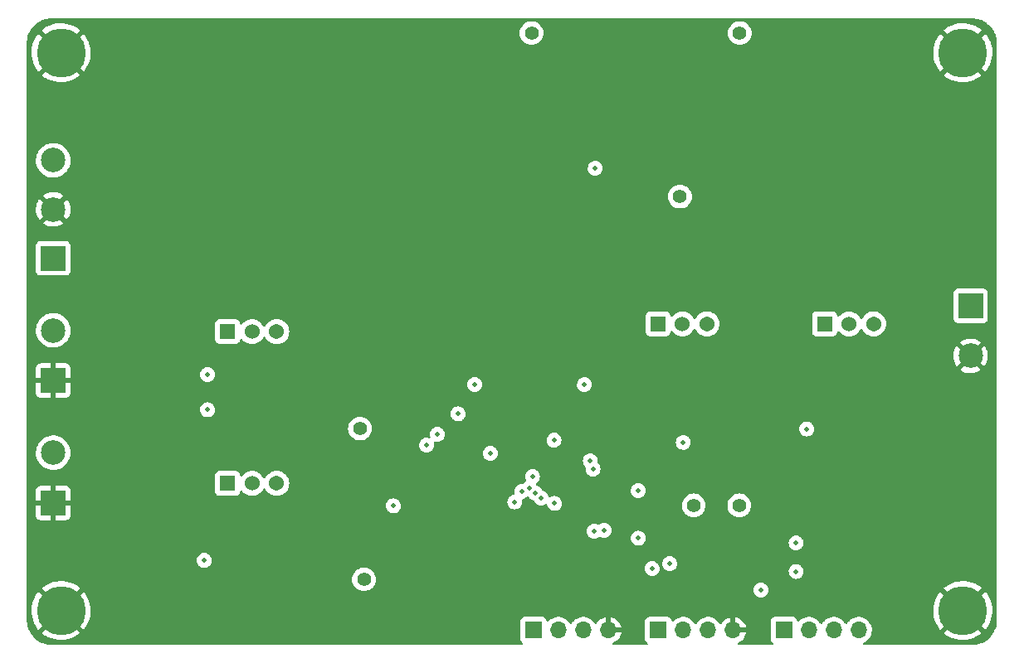
<source format=gbr>
%TF.GenerationSoftware,KiCad,Pcbnew,(6.0.2)*%
%TF.CreationDate,2022-04-24T18:21:00+08:00*%
%TF.ProjectId,wave_generator,77617665-5f67-4656-9e65-7261746f722e,rev?*%
%TF.SameCoordinates,Original*%
%TF.FileFunction,Copper,L2,Inr*%
%TF.FilePolarity,Positive*%
%FSLAX46Y46*%
G04 Gerber Fmt 4.6, Leading zero omitted, Abs format (unit mm)*
G04 Created by KiCad (PCBNEW (6.0.2)) date 2022-04-24 18:21:00*
%MOMM*%
%LPD*%
G01*
G04 APERTURE LIST*
%TA.AperFunction,ComponentPad*%
%ADD10R,1.524000X1.524000*%
%TD*%
%TA.AperFunction,ComponentPad*%
%ADD11C,1.524000*%
%TD*%
%TA.AperFunction,ComponentPad*%
%ADD12C,1.540000*%
%TD*%
%TA.AperFunction,ComponentPad*%
%ADD13R,2.500000X2.500000*%
%TD*%
%TA.AperFunction,ComponentPad*%
%ADD14C,2.500000*%
%TD*%
%TA.AperFunction,ComponentPad*%
%ADD15C,5.000000*%
%TD*%
%TA.AperFunction,ComponentPad*%
%ADD16C,1.400000*%
%TD*%
%TA.AperFunction,ComponentPad*%
%ADD17R,1.700000X1.700000*%
%TD*%
%TA.AperFunction,ComponentPad*%
%ADD18O,1.700000X1.700000*%
%TD*%
%TA.AperFunction,ViaPad*%
%ADD19C,0.500000*%
%TD*%
G04 APERTURE END LIST*
D10*
%TO.N,Net-(RV3-Pad1)*%
%TO.C,RV3*%
X164900000Y-96700000D03*
D11*
%TO.N,+9V*%
X167400000Y-96700000D03*
D12*
%TO.N,Net-(RV3-Pad3)*%
X169900000Y-96700000D03*
%TD*%
D10*
%TO.N,Net-(RV2-Pad1)*%
%TO.C,RV2*%
X121000000Y-113000000D03*
D11*
%TO.N,+9V*%
X123500000Y-113000000D03*
D12*
%TO.N,Net-(RV2-Pad3)*%
X126000000Y-113000000D03*
%TD*%
D13*
%TO.N,GND*%
%TO.C,J2*%
X103200000Y-102500000D03*
D14*
%TO.N,/Frequency*%
X103200000Y-97365851D03*
%TD*%
D15*
%TO.N,GND*%
%TO.C,W3*%
X104000000Y-126000000D03*
%TD*%
D16*
%TO.N,+9V*%
%TO.C,TP5*%
X152000000Y-67000000D03*
%TD*%
D17*
%TO.N,+3V3*%
%TO.C,J6*%
X152200000Y-128000000D03*
D18*
%TO.N,/SWDIO*%
X154740000Y-128000000D03*
%TO.N,/SWCLK*%
X157280000Y-128000000D03*
%TO.N,GND*%
X159820000Y-128000000D03*
%TD*%
D16*
%TO.N,Net-(C26-Pad2)*%
%TO.C,TP3*%
X168550000Y-115250000D03*
%TD*%
D13*
%TO.N,GND*%
%TO.C,J3*%
X103200000Y-115000000D03*
D14*
%TO.N,/Amplitude*%
X103200000Y-109865851D03*
%TD*%
D15*
%TO.N,GND*%
%TO.C,W2*%
X196000000Y-69000000D03*
%TD*%
D10*
%TO.N,Net-(RV4-Pad1)*%
%TO.C,RV4*%
X181900000Y-96700000D03*
D11*
%TO.N,+9V*%
X184400000Y-96700000D03*
D12*
%TO.N,Net-(RV4-Pad3)*%
X186900000Y-96700000D03*
%TD*%
D16*
%TO.N,Net-(C19-Pad1)*%
%TO.C,TP1*%
X134500000Y-107400000D03*
%TD*%
%TO.N,Net-(C20-Pad1)*%
%TO.C,TP2*%
X134900000Y-122800000D03*
%TD*%
%TO.N,/OUT_TEMP*%
%TO.C,TP4*%
X173200000Y-115250000D03*
%TD*%
D10*
%TO.N,Net-(RV1-Pad1)*%
%TO.C,RV1*%
X121000000Y-97500000D03*
D11*
%TO.N,+9V*%
X123500000Y-97500000D03*
D12*
%TO.N,Net-(RV1-Pad3)*%
X126000000Y-97500000D03*
%TD*%
D16*
%TO.N,-9V*%
%TO.C,TP7*%
X167150000Y-83700000D03*
%TD*%
D15*
%TO.N,GND*%
%TO.C,W1*%
X104000000Y-69000000D03*
%TD*%
D13*
%TO.N,Net-(J4-Pad1)*%
%TO.C,J4*%
X196800000Y-94850000D03*
D14*
%TO.N,GND*%
X196800000Y-99984149D03*
%TD*%
D15*
%TO.N,GND*%
%TO.C,W4*%
X196000000Y-126000000D03*
%TD*%
D17*
%TO.N,+3V3*%
%TO.C,J5*%
X164950000Y-128000000D03*
D18*
%TO.N,/USART_TX*%
X167490000Y-128000000D03*
%TO.N,/USART_RX*%
X170030000Y-128000000D03*
%TO.N,GND*%
X172570000Y-128000000D03*
%TD*%
D17*
%TO.N,/DAC_OUT2*%
%TO.C,J7*%
X177750000Y-128000000D03*
D18*
%TO.N,/PA6*%
X180290000Y-128000000D03*
%TO.N,/PA7*%
X182830000Y-128000000D03*
%TO.N,/PA8*%
X185370000Y-128000000D03*
%TD*%
D16*
%TO.N,+3V3*%
%TO.C,TP6*%
X173250000Y-67000000D03*
%TD*%
D13*
%TO.N,/-15V*%
%TO.C,J1*%
X103200000Y-90000000D03*
D14*
%TO.N,GND*%
X103200000Y-85000000D03*
%TO.N,/+15V*%
X103200000Y-80000000D03*
%TD*%
D19*
%TO.N,GND*%
X178400000Y-106200000D03*
X140300000Y-111000000D03*
X178600000Y-99600000D03*
X198200000Y-88500000D03*
X191700000Y-124300000D03*
X194000000Y-104900000D03*
X110500000Y-119400000D03*
X107500000Y-66300000D03*
X104200000Y-121800000D03*
X156200000Y-77800000D03*
X174700000Y-108700000D03*
X156200000Y-89200000D03*
X127787400Y-91414600D03*
X190900000Y-82600000D03*
X177600000Y-88600000D03*
X191100000Y-104800000D03*
X126600000Y-66400000D03*
X198200000Y-113500000D03*
X134300000Y-111400000D03*
X180400000Y-78500000D03*
X148500000Y-128500000D03*
X101700000Y-106300000D03*
X133223000Y-98221800D03*
X192200000Y-96700000D03*
X175900000Y-83300000D03*
X198500000Y-75000000D03*
X198200000Y-118600000D03*
X142697200Y-85547200D03*
X184318934Y-111125000D03*
X120500000Y-79000000D03*
X170600000Y-66500000D03*
X109200000Y-100900000D03*
X130962400Y-94665800D03*
X129200000Y-128600000D03*
X110100000Y-114200000D03*
X133200000Y-128600000D03*
X175500000Y-112800000D03*
X111600000Y-104000000D03*
X196000000Y-121800000D03*
X191200000Y-67900000D03*
X158400000Y-92800000D03*
X155500000Y-104700000D03*
X109800000Y-66200000D03*
X198500000Y-122600000D03*
X168500000Y-66500000D03*
X198200000Y-116100000D03*
X147200000Y-114900000D03*
X175800000Y-94700000D03*
X198200000Y-91300000D03*
X114200000Y-128700000D03*
X161700000Y-66500000D03*
X127228600Y-94716600D03*
X129700000Y-98300000D03*
X189200000Y-88500000D03*
X130000000Y-111200000D03*
X111200000Y-79900000D03*
X113512600Y-77393800D03*
X185900000Y-80200000D03*
X105800000Y-77400000D03*
X193900000Y-107700000D03*
X107800000Y-75300000D03*
X198400000Y-77600000D03*
X134543800Y-94665800D03*
X101200000Y-118800000D03*
X127900000Y-82600000D03*
X198100000Y-120700000D03*
X128092200Y-75895200D03*
X179500000Y-115500000D03*
X103200000Y-77400000D03*
X198300000Y-82900000D03*
X194300000Y-86700000D03*
X101700000Y-73000000D03*
X113900000Y-107000000D03*
X141225000Y-100675000D03*
X150300000Y-104400000D03*
X110600000Y-128700000D03*
X176700000Y-66500000D03*
X194300000Y-76100000D03*
X151400000Y-108900000D03*
X101300000Y-112500000D03*
X120400000Y-71900000D03*
X191500000Y-70500000D03*
X156800000Y-96800000D03*
X126200000Y-79900000D03*
X172700000Y-83700000D03*
X169600000Y-75500000D03*
X120400000Y-86700000D03*
X180300000Y-66800000D03*
X179806600Y-91973400D03*
X194000000Y-100000000D03*
X114600000Y-112900000D03*
X130700000Y-124600000D03*
X154000000Y-93200000D03*
X159400000Y-66500000D03*
X184600000Y-85700000D03*
X125300000Y-128700000D03*
X198200000Y-111100000D03*
X166100000Y-66500000D03*
X136700000Y-128600000D03*
X149100000Y-92600000D03*
X147400000Y-81000000D03*
X188000000Y-112400000D03*
X137109200Y-97180400D03*
X198200000Y-103500000D03*
X140300000Y-128600000D03*
X194000000Y-102500000D03*
X120900000Y-92000000D03*
X161825000Y-112575000D03*
X175550000Y-69920710D03*
X123900000Y-124700000D03*
X145500000Y-71600000D03*
X131900000Y-114000000D03*
X195900000Y-73300000D03*
X147500000Y-74400000D03*
X138400000Y-105700000D03*
X146400000Y-111500000D03*
X191200000Y-98600000D03*
X126900000Y-108700000D03*
X108400000Y-106400000D03*
X181000000Y-86800000D03*
X192900000Y-72400000D03*
X173800000Y-99200000D03*
X106300000Y-102200000D03*
X122072400Y-108559600D03*
X112600000Y-99900000D03*
X140300000Y-122700000D03*
X107900000Y-70800000D03*
X112400000Y-66200000D03*
X121800000Y-128700000D03*
X122900000Y-66400000D03*
X108100000Y-127500000D03*
X147400000Y-77900000D03*
X142500000Y-125800000D03*
X143300000Y-95200000D03*
X103800000Y-73100000D03*
X163900000Y-66500000D03*
X108300000Y-124900000D03*
X192200000Y-66100000D03*
X116100000Y-92300000D03*
X190100000Y-116000000D03*
X115900000Y-66300000D03*
X150400000Y-97000000D03*
X191000000Y-110100000D03*
X127800000Y-86600000D03*
X188900000Y-102900000D03*
X172700000Y-87700000D03*
X142500000Y-104200000D03*
X106800000Y-122700000D03*
X188200000Y-92500000D03*
X116500000Y-79000000D03*
X194700000Y-79600000D03*
X191400000Y-78000000D03*
X198600000Y-72500000D03*
X193300000Y-122400000D03*
X194000000Y-97800000D03*
X194000000Y-95700000D03*
X113100000Y-122900000D03*
X141900000Y-71600000D03*
X191100000Y-107700000D03*
X198200000Y-105800000D03*
X142800000Y-81100000D03*
X185000000Y-116000000D03*
X129000000Y-103500000D03*
X106300000Y-87200000D03*
X194300000Y-113100000D03*
X190400000Y-73600000D03*
X191100000Y-101500000D03*
X144500000Y-128500000D03*
X191600000Y-127100000D03*
X111700000Y-92500000D03*
X118500000Y-109200000D03*
X138700000Y-117600000D03*
X183600000Y-66800000D03*
X108500000Y-68400000D03*
X117800000Y-124600000D03*
X192700000Y-128800000D03*
X152900000Y-110100000D03*
X198200000Y-108500000D03*
X180600000Y-82100000D03*
X153100000Y-100500000D03*
X184700000Y-90500000D03*
X190200000Y-112400000D03*
X129100000Y-106900000D03*
X119400000Y-66400000D03*
X101600000Y-122600000D03*
X106400000Y-81600000D03*
X156184600Y-69469000D03*
X106000000Y-93700000D03*
X106600000Y-129000000D03*
X198400000Y-80200000D03*
X187500000Y-66800000D03*
X171300000Y-92000000D03*
X118000000Y-128700000D03*
X198300000Y-85700000D03*
%TO.N,Net-(C19-Pad1)*%
X147800000Y-109950000D03*
%TO.N,Net-(C20-Pad1)*%
X151000000Y-113850000D03*
%TO.N,/Freq_LED*%
X179000000Y-122000000D03*
X158279290Y-111550000D03*
%TO.N,/Amp_LED*%
X179000000Y-119100000D03*
X158000000Y-110700000D03*
%TO.N,+3V3*%
X144500000Y-105900000D03*
X162900000Y-118600000D03*
X157400000Y-102900000D03*
X154350000Y-115050000D03*
X146200000Y-102900000D03*
X141300000Y-109100000D03*
X158500000Y-80800000D03*
X162900000Y-113750000D03*
X142400000Y-108000000D03*
X154300000Y-108600000D03*
%TO.N,-9V*%
X118948200Y-105486200D03*
X180086000Y-107442000D03*
X167482713Y-108808713D03*
X118948200Y-101879400D03*
X118618000Y-120878600D03*
%TO.N,/SWDIO*%
X150300000Y-114900000D03*
%TO.N,/SWCLK*%
X137900000Y-115300000D03*
%TO.N,/DAC_OUT2*%
X153000000Y-114500000D03*
X175400000Y-123900000D03*
%TO.N,/PA6*%
X152400000Y-114000000D03*
%TO.N,/PA7*%
X151800000Y-113500000D03*
%TO.N,/PA8*%
X152100000Y-112300000D03*
%TO.N,/USART_TX*%
X158400000Y-117900000D03*
X164300000Y-121700000D03*
%TO.N,/USART_RX*%
X159400000Y-117800000D03*
X166100000Y-121200000D03*
%TD*%
%TA.AperFunction,Conductor*%
%TO.N,GND*%
G36*
X196970057Y-65509500D02*
G01*
X196984858Y-65511805D01*
X196984861Y-65511805D01*
X196993730Y-65513186D01*
X197010899Y-65510941D01*
X197034839Y-65510108D01*
X197292770Y-65525710D01*
X197307874Y-65527544D01*
X197378648Y-65540514D01*
X197588879Y-65579040D01*
X197603641Y-65582678D01*
X197876408Y-65667675D01*
X197890627Y-65673069D01*
X198151140Y-65790316D01*
X198164609Y-65797385D01*
X198409095Y-65945182D01*
X198421617Y-65953825D01*
X198646507Y-66130016D01*
X198657895Y-66140106D01*
X198859894Y-66342105D01*
X198869984Y-66353493D01*
X199046175Y-66578383D01*
X199054818Y-66590905D01*
X199202615Y-66835391D01*
X199209684Y-66848860D01*
X199326930Y-67109370D01*
X199332325Y-67123592D01*
X199406644Y-67362089D01*
X199417321Y-67396353D01*
X199420962Y-67411127D01*
X199472456Y-67692126D01*
X199474290Y-67707230D01*
X199489455Y-67957929D01*
X199488198Y-67984639D01*
X199488195Y-67984859D01*
X199486814Y-67993730D01*
X199487978Y-68002632D01*
X199487978Y-68002635D01*
X199490936Y-68025251D01*
X199492000Y-68041589D01*
X199492000Y-126950672D01*
X199490500Y-126970057D01*
X199488213Y-126984748D01*
X199486814Y-126993730D01*
X199488581Y-127007240D01*
X199489059Y-127010897D01*
X199489892Y-127034839D01*
X199474290Y-127292770D01*
X199472456Y-127307874D01*
X199425546Y-127563860D01*
X199420962Y-127588873D01*
X199417322Y-127603641D01*
X199356363Y-127799267D01*
X199332326Y-127876404D01*
X199326931Y-127890627D01*
X199220099Y-128128000D01*
X199209686Y-128151136D01*
X199202615Y-128164609D01*
X199054818Y-128409095D01*
X199046175Y-128421617D01*
X198869984Y-128646507D01*
X198859894Y-128657895D01*
X198657895Y-128859894D01*
X198646507Y-128869984D01*
X198421617Y-129046175D01*
X198409095Y-129054818D01*
X198164609Y-129202615D01*
X198151140Y-129209684D01*
X197890630Y-129326930D01*
X197876408Y-129332325D01*
X197603641Y-129417322D01*
X197588879Y-129420960D01*
X197402339Y-129455145D01*
X197307874Y-129472456D01*
X197292770Y-129474290D01*
X197042071Y-129489455D01*
X197015361Y-129488198D01*
X197015141Y-129488195D01*
X197006270Y-129486814D01*
X196997368Y-129487978D01*
X196997365Y-129487978D01*
X196974749Y-129490936D01*
X196958411Y-129492000D01*
X185956139Y-129492000D01*
X185888018Y-129471998D01*
X185841525Y-129418342D01*
X185831421Y-129348068D01*
X185860915Y-129283488D01*
X185900707Y-129252849D01*
X185954021Y-129226731D01*
X186067994Y-129170896D01*
X186249860Y-129041173D01*
X186278371Y-129012762D01*
X186393616Y-128897918D01*
X186408096Y-128883489D01*
X186538453Y-128702077D01*
X186551995Y-128674678D01*
X186635136Y-128506453D01*
X186635137Y-128506451D01*
X186637430Y-128501811D01*
X186698234Y-128301681D01*
X194063860Y-128301681D01*
X194063878Y-128301933D01*
X194069793Y-128310677D01*
X194101111Y-128339174D01*
X194106748Y-128343738D01*
X194382544Y-128541918D01*
X194388682Y-128545813D01*
X194685435Y-128710984D01*
X194691955Y-128714136D01*
X195005738Y-128844109D01*
X195012589Y-128846495D01*
X195339212Y-128939536D01*
X195346301Y-128941120D01*
X195681465Y-128996006D01*
X195688671Y-128996763D01*
X196027926Y-129012762D01*
X196035176Y-129012686D01*
X196374010Y-128989587D01*
X196381219Y-128988676D01*
X196715160Y-128926784D01*
X196722190Y-128925057D01*
X197046819Y-128825187D01*
X197053597Y-128822667D01*
X197364603Y-128686145D01*
X197371043Y-128682864D01*
X197664293Y-128511502D01*
X197670326Y-128507493D01*
X197928828Y-128313405D01*
X197937282Y-128302078D01*
X197930537Y-128289748D01*
X196012810Y-126372020D01*
X195998869Y-126364408D01*
X195997034Y-126364539D01*
X195990420Y-126368790D01*
X194071474Y-128287737D01*
X194063860Y-128301681D01*
X186698234Y-128301681D01*
X186702370Y-128288069D01*
X186731529Y-128066590D01*
X186731611Y-128063240D01*
X186733074Y-128003365D01*
X186733074Y-128003361D01*
X186733156Y-128000000D01*
X186714852Y-127777361D01*
X186660431Y-127560702D01*
X186571354Y-127355840D01*
X186450014Y-127168277D01*
X186299670Y-127003051D01*
X186295619Y-126999852D01*
X186295615Y-126999848D01*
X186128414Y-126867800D01*
X186128410Y-126867798D01*
X186124359Y-126864598D01*
X186088028Y-126844542D01*
X186072136Y-126835769D01*
X185928789Y-126756638D01*
X185923920Y-126754914D01*
X185923916Y-126754912D01*
X185723087Y-126683795D01*
X185723083Y-126683794D01*
X185718212Y-126682069D01*
X185713119Y-126681162D01*
X185713116Y-126681161D01*
X185503373Y-126643800D01*
X185503367Y-126643799D01*
X185498284Y-126642894D01*
X185424452Y-126641992D01*
X185280081Y-126640228D01*
X185280079Y-126640228D01*
X185274911Y-126640165D01*
X185054091Y-126673955D01*
X184841756Y-126743357D01*
X184643607Y-126846507D01*
X184639474Y-126849610D01*
X184639471Y-126849612D01*
X184472804Y-126974749D01*
X184464965Y-126980635D01*
X184446605Y-126999848D01*
X184353729Y-127097037D01*
X184310629Y-127142138D01*
X184203201Y-127299621D01*
X184148293Y-127344621D01*
X184077768Y-127352792D01*
X184014021Y-127321538D01*
X183993324Y-127297054D01*
X183912822Y-127172617D01*
X183912820Y-127172614D01*
X183910014Y-127168277D01*
X183759670Y-127003051D01*
X183755619Y-126999852D01*
X183755615Y-126999848D01*
X183588414Y-126867800D01*
X183588410Y-126867798D01*
X183584359Y-126864598D01*
X183548028Y-126844542D01*
X183532136Y-126835769D01*
X183388789Y-126756638D01*
X183383920Y-126754914D01*
X183383916Y-126754912D01*
X183183087Y-126683795D01*
X183183083Y-126683794D01*
X183178212Y-126682069D01*
X183173119Y-126681162D01*
X183173116Y-126681161D01*
X182963373Y-126643800D01*
X182963367Y-126643799D01*
X182958284Y-126642894D01*
X182884452Y-126641992D01*
X182740081Y-126640228D01*
X182740079Y-126640228D01*
X182734911Y-126640165D01*
X182514091Y-126673955D01*
X182301756Y-126743357D01*
X182103607Y-126846507D01*
X182099474Y-126849610D01*
X182099471Y-126849612D01*
X181932804Y-126974749D01*
X181924965Y-126980635D01*
X181906605Y-126999848D01*
X181813729Y-127097037D01*
X181770629Y-127142138D01*
X181663201Y-127299621D01*
X181608293Y-127344621D01*
X181537768Y-127352792D01*
X181474021Y-127321538D01*
X181453324Y-127297054D01*
X181372822Y-127172617D01*
X181372820Y-127172614D01*
X181370014Y-127168277D01*
X181219670Y-127003051D01*
X181215619Y-126999852D01*
X181215615Y-126999848D01*
X181048414Y-126867800D01*
X181048410Y-126867798D01*
X181044359Y-126864598D01*
X181008028Y-126844542D01*
X180992136Y-126835769D01*
X180848789Y-126756638D01*
X180843920Y-126754914D01*
X180843916Y-126754912D01*
X180643087Y-126683795D01*
X180643083Y-126683794D01*
X180638212Y-126682069D01*
X180633119Y-126681162D01*
X180633116Y-126681161D01*
X180423373Y-126643800D01*
X180423367Y-126643799D01*
X180418284Y-126642894D01*
X180344452Y-126641992D01*
X180200081Y-126640228D01*
X180200079Y-126640228D01*
X180194911Y-126640165D01*
X179974091Y-126673955D01*
X179761756Y-126743357D01*
X179563607Y-126846507D01*
X179559474Y-126849610D01*
X179559471Y-126849612D01*
X179392804Y-126974749D01*
X179384965Y-126980635D01*
X179326256Y-127042071D01*
X179304283Y-127065064D01*
X179242759Y-127100494D01*
X179171846Y-127097037D01*
X179114060Y-127055791D01*
X179095207Y-127022243D01*
X179053767Y-126911703D01*
X179050615Y-126903295D01*
X178963261Y-126786739D01*
X178846705Y-126699385D01*
X178710316Y-126648255D01*
X178648134Y-126641500D01*
X176851866Y-126641500D01*
X176789684Y-126648255D01*
X176653295Y-126699385D01*
X176536739Y-126786739D01*
X176449385Y-126903295D01*
X176398255Y-127039684D01*
X176391500Y-127101866D01*
X176391500Y-128898134D01*
X176398255Y-128960316D01*
X176449385Y-129096705D01*
X176536739Y-129213261D01*
X176543919Y-129218642D01*
X176543920Y-129218643D01*
X176606006Y-129265174D01*
X176648521Y-129322033D01*
X176653547Y-129392852D01*
X176619487Y-129455145D01*
X176557155Y-129489135D01*
X176530441Y-129492000D01*
X173155004Y-129492000D01*
X173086883Y-129471998D01*
X173040390Y-129418342D01*
X173030286Y-129348068D01*
X173059780Y-129283488D01*
X173099571Y-129252849D01*
X173263095Y-129172739D01*
X173271945Y-129167464D01*
X173445328Y-129043792D01*
X173453200Y-129037139D01*
X173604052Y-128886812D01*
X173610730Y-128878965D01*
X173735003Y-128706020D01*
X173740313Y-128697183D01*
X173834670Y-128506267D01*
X173838469Y-128496672D01*
X173900377Y-128292910D01*
X173902555Y-128282837D01*
X173903986Y-128271962D01*
X173901775Y-128257778D01*
X173888617Y-128254000D01*
X172442000Y-128254000D01*
X172373879Y-128233998D01*
X172327386Y-128180342D01*
X172316000Y-128128000D01*
X172316000Y-127727885D01*
X172824000Y-127727885D01*
X172828475Y-127743124D01*
X172829865Y-127744329D01*
X172837548Y-127746000D01*
X173888344Y-127746000D01*
X173901875Y-127742027D01*
X173903180Y-127732947D01*
X173861214Y-127565875D01*
X173857894Y-127556124D01*
X173772972Y-127360814D01*
X173768105Y-127351739D01*
X173652426Y-127172926D01*
X173646136Y-127164757D01*
X173502806Y-127007240D01*
X173495273Y-127000215D01*
X173328139Y-126868222D01*
X173319552Y-126862517D01*
X173133117Y-126759599D01*
X173123705Y-126755369D01*
X172922959Y-126684280D01*
X172912988Y-126681646D01*
X172841837Y-126668972D01*
X172828540Y-126670432D01*
X172824000Y-126684989D01*
X172824000Y-127727885D01*
X172316000Y-127727885D01*
X172316000Y-126683102D01*
X172312082Y-126669758D01*
X172297806Y-126667771D01*
X172259324Y-126673660D01*
X172249288Y-126676051D01*
X172046868Y-126742212D01*
X172037359Y-126746209D01*
X171848463Y-126844542D01*
X171839738Y-126850036D01*
X171669433Y-126977905D01*
X171661726Y-126984748D01*
X171514590Y-127138717D01*
X171508109Y-127146722D01*
X171403498Y-127300074D01*
X171348587Y-127345076D01*
X171278062Y-127353247D01*
X171214315Y-127321993D01*
X171193618Y-127297509D01*
X171112822Y-127172617D01*
X171112820Y-127172614D01*
X171110014Y-127168277D01*
X170959670Y-127003051D01*
X170955619Y-126999852D01*
X170955615Y-126999848D01*
X170788414Y-126867800D01*
X170788410Y-126867798D01*
X170784359Y-126864598D01*
X170748028Y-126844542D01*
X170732136Y-126835769D01*
X170588789Y-126756638D01*
X170583920Y-126754914D01*
X170583916Y-126754912D01*
X170383087Y-126683795D01*
X170383083Y-126683794D01*
X170378212Y-126682069D01*
X170373119Y-126681162D01*
X170373116Y-126681161D01*
X170163373Y-126643800D01*
X170163367Y-126643799D01*
X170158284Y-126642894D01*
X170084452Y-126641992D01*
X169940081Y-126640228D01*
X169940079Y-126640228D01*
X169934911Y-126640165D01*
X169714091Y-126673955D01*
X169501756Y-126743357D01*
X169303607Y-126846507D01*
X169299474Y-126849610D01*
X169299471Y-126849612D01*
X169132804Y-126974749D01*
X169124965Y-126980635D01*
X169106605Y-126999848D01*
X169013729Y-127097037D01*
X168970629Y-127142138D01*
X168863201Y-127299621D01*
X168808293Y-127344621D01*
X168737768Y-127352792D01*
X168674021Y-127321538D01*
X168653324Y-127297054D01*
X168572822Y-127172617D01*
X168572820Y-127172614D01*
X168570014Y-127168277D01*
X168419670Y-127003051D01*
X168415619Y-126999852D01*
X168415615Y-126999848D01*
X168248414Y-126867800D01*
X168248410Y-126867798D01*
X168244359Y-126864598D01*
X168208028Y-126844542D01*
X168192136Y-126835769D01*
X168048789Y-126756638D01*
X168043920Y-126754914D01*
X168043916Y-126754912D01*
X167843087Y-126683795D01*
X167843083Y-126683794D01*
X167838212Y-126682069D01*
X167833119Y-126681162D01*
X167833116Y-126681161D01*
X167623373Y-126643800D01*
X167623367Y-126643799D01*
X167618284Y-126642894D01*
X167544452Y-126641992D01*
X167400081Y-126640228D01*
X167400079Y-126640228D01*
X167394911Y-126640165D01*
X167174091Y-126673955D01*
X166961756Y-126743357D01*
X166763607Y-126846507D01*
X166759474Y-126849610D01*
X166759471Y-126849612D01*
X166592804Y-126974749D01*
X166584965Y-126980635D01*
X166526256Y-127042071D01*
X166504283Y-127065064D01*
X166442759Y-127100494D01*
X166371846Y-127097037D01*
X166314060Y-127055791D01*
X166295207Y-127022243D01*
X166253767Y-126911703D01*
X166250615Y-126903295D01*
X166163261Y-126786739D01*
X166046705Y-126699385D01*
X165910316Y-126648255D01*
X165848134Y-126641500D01*
X164051866Y-126641500D01*
X163989684Y-126648255D01*
X163853295Y-126699385D01*
X163736739Y-126786739D01*
X163649385Y-126903295D01*
X163598255Y-127039684D01*
X163591500Y-127101866D01*
X163591500Y-128898134D01*
X163598255Y-128960316D01*
X163649385Y-129096705D01*
X163736739Y-129213261D01*
X163743919Y-129218642D01*
X163743920Y-129218643D01*
X163806006Y-129265174D01*
X163848521Y-129322033D01*
X163853547Y-129392852D01*
X163819487Y-129455145D01*
X163757155Y-129489135D01*
X163730441Y-129492000D01*
X160405004Y-129492000D01*
X160336883Y-129471998D01*
X160290390Y-129418342D01*
X160280286Y-129348068D01*
X160309780Y-129283488D01*
X160349571Y-129252849D01*
X160513095Y-129172739D01*
X160521945Y-129167464D01*
X160695328Y-129043792D01*
X160703200Y-129037139D01*
X160854052Y-128886812D01*
X160860730Y-128878965D01*
X160985003Y-128706020D01*
X160990313Y-128697183D01*
X161084670Y-128506267D01*
X161088469Y-128496672D01*
X161150377Y-128292910D01*
X161152555Y-128282837D01*
X161153986Y-128271962D01*
X161151775Y-128257778D01*
X161138617Y-128254000D01*
X159692000Y-128254000D01*
X159623879Y-128233998D01*
X159577386Y-128180342D01*
X159566000Y-128128000D01*
X159566000Y-127727885D01*
X160074000Y-127727885D01*
X160078475Y-127743124D01*
X160079865Y-127744329D01*
X160087548Y-127746000D01*
X161138344Y-127746000D01*
X161151875Y-127742027D01*
X161153180Y-127732947D01*
X161111214Y-127565875D01*
X161107894Y-127556124D01*
X161022972Y-127360814D01*
X161018105Y-127351739D01*
X160902426Y-127172926D01*
X160896136Y-127164757D01*
X160752806Y-127007240D01*
X160745273Y-127000215D01*
X160578139Y-126868222D01*
X160569552Y-126862517D01*
X160383117Y-126759599D01*
X160373705Y-126755369D01*
X160172959Y-126684280D01*
X160162988Y-126681646D01*
X160091837Y-126668972D01*
X160078540Y-126670432D01*
X160074000Y-126684989D01*
X160074000Y-127727885D01*
X159566000Y-127727885D01*
X159566000Y-126683102D01*
X159562082Y-126669758D01*
X159547806Y-126667771D01*
X159509324Y-126673660D01*
X159499288Y-126676051D01*
X159296868Y-126742212D01*
X159287359Y-126746209D01*
X159098463Y-126844542D01*
X159089738Y-126850036D01*
X158919433Y-126977905D01*
X158911726Y-126984748D01*
X158764590Y-127138717D01*
X158758109Y-127146722D01*
X158653498Y-127300074D01*
X158598587Y-127345076D01*
X158528062Y-127353247D01*
X158464315Y-127321993D01*
X158443618Y-127297509D01*
X158362822Y-127172617D01*
X158362820Y-127172614D01*
X158360014Y-127168277D01*
X158209670Y-127003051D01*
X158205619Y-126999852D01*
X158205615Y-126999848D01*
X158038414Y-126867800D01*
X158038410Y-126867798D01*
X158034359Y-126864598D01*
X157998028Y-126844542D01*
X157982136Y-126835769D01*
X157838789Y-126756638D01*
X157833920Y-126754914D01*
X157833916Y-126754912D01*
X157633087Y-126683795D01*
X157633083Y-126683794D01*
X157628212Y-126682069D01*
X157623119Y-126681162D01*
X157623116Y-126681161D01*
X157413373Y-126643800D01*
X157413367Y-126643799D01*
X157408284Y-126642894D01*
X157334452Y-126641992D01*
X157190081Y-126640228D01*
X157190079Y-126640228D01*
X157184911Y-126640165D01*
X156964091Y-126673955D01*
X156751756Y-126743357D01*
X156553607Y-126846507D01*
X156549474Y-126849610D01*
X156549471Y-126849612D01*
X156382804Y-126974749D01*
X156374965Y-126980635D01*
X156356605Y-126999848D01*
X156263729Y-127097037D01*
X156220629Y-127142138D01*
X156113201Y-127299621D01*
X156058293Y-127344621D01*
X155987768Y-127352792D01*
X155924021Y-127321538D01*
X155903324Y-127297054D01*
X155822822Y-127172617D01*
X155822820Y-127172614D01*
X155820014Y-127168277D01*
X155669670Y-127003051D01*
X155665619Y-126999852D01*
X155665615Y-126999848D01*
X155498414Y-126867800D01*
X155498410Y-126867798D01*
X155494359Y-126864598D01*
X155458028Y-126844542D01*
X155442136Y-126835769D01*
X155298789Y-126756638D01*
X155293920Y-126754914D01*
X155293916Y-126754912D01*
X155093087Y-126683795D01*
X155093083Y-126683794D01*
X155088212Y-126682069D01*
X155083119Y-126681162D01*
X155083116Y-126681161D01*
X154873373Y-126643800D01*
X154873367Y-126643799D01*
X154868284Y-126642894D01*
X154794452Y-126641992D01*
X154650081Y-126640228D01*
X154650079Y-126640228D01*
X154644911Y-126640165D01*
X154424091Y-126673955D01*
X154211756Y-126743357D01*
X154013607Y-126846507D01*
X154009474Y-126849610D01*
X154009471Y-126849612D01*
X153842804Y-126974749D01*
X153834965Y-126980635D01*
X153776256Y-127042071D01*
X153754283Y-127065064D01*
X153692759Y-127100494D01*
X153621846Y-127097037D01*
X153564060Y-127055791D01*
X153545207Y-127022243D01*
X153503767Y-126911703D01*
X153500615Y-126903295D01*
X153413261Y-126786739D01*
X153296705Y-126699385D01*
X153160316Y-126648255D01*
X153098134Y-126641500D01*
X151301866Y-126641500D01*
X151239684Y-126648255D01*
X151103295Y-126699385D01*
X150986739Y-126786739D01*
X150899385Y-126903295D01*
X150848255Y-127039684D01*
X150841500Y-127101866D01*
X150841500Y-128898134D01*
X150848255Y-128960316D01*
X150899385Y-129096705D01*
X150986739Y-129213261D01*
X150993919Y-129218642D01*
X150993920Y-129218643D01*
X151056006Y-129265174D01*
X151098521Y-129322033D01*
X151103547Y-129392852D01*
X151069487Y-129455145D01*
X151007155Y-129489135D01*
X150980441Y-129492000D01*
X103049328Y-129492000D01*
X103029943Y-129490500D01*
X103015142Y-129488195D01*
X103015139Y-129488195D01*
X103006270Y-129486814D01*
X102989101Y-129489059D01*
X102965161Y-129489892D01*
X102707230Y-129474290D01*
X102692126Y-129472456D01*
X102597661Y-129455145D01*
X102411121Y-129420960D01*
X102396359Y-129417322D01*
X102123592Y-129332325D01*
X102109370Y-129326930D01*
X101848860Y-129209684D01*
X101835391Y-129202615D01*
X101590905Y-129054818D01*
X101578383Y-129046175D01*
X101353493Y-128869984D01*
X101342105Y-128859894D01*
X101140106Y-128657895D01*
X101130016Y-128646507D01*
X100953825Y-128421617D01*
X100945182Y-128409095D01*
X100880248Y-128301681D01*
X102063860Y-128301681D01*
X102063878Y-128301933D01*
X102069793Y-128310677D01*
X102101111Y-128339174D01*
X102106748Y-128343738D01*
X102382544Y-128541918D01*
X102388682Y-128545813D01*
X102685435Y-128710984D01*
X102691955Y-128714136D01*
X103005738Y-128844109D01*
X103012589Y-128846495D01*
X103339212Y-128939536D01*
X103346301Y-128941120D01*
X103681465Y-128996006D01*
X103688671Y-128996763D01*
X104027926Y-129012762D01*
X104035176Y-129012686D01*
X104374010Y-128989587D01*
X104381219Y-128988676D01*
X104715160Y-128926784D01*
X104722190Y-128925057D01*
X105046819Y-128825187D01*
X105053597Y-128822667D01*
X105364603Y-128686145D01*
X105371043Y-128682864D01*
X105664293Y-128511502D01*
X105670326Y-128507493D01*
X105928828Y-128313405D01*
X105937282Y-128302078D01*
X105930537Y-128289748D01*
X104012810Y-126372020D01*
X103998869Y-126364408D01*
X103997034Y-126364539D01*
X103990420Y-126368790D01*
X102071474Y-128287737D01*
X102063860Y-128301681D01*
X100880248Y-128301681D01*
X100797385Y-128164609D01*
X100790314Y-128151136D01*
X100779902Y-128128000D01*
X100673069Y-127890627D01*
X100667674Y-127876404D01*
X100643637Y-127799267D01*
X100582678Y-127603641D01*
X100579038Y-127588873D01*
X100574455Y-127563860D01*
X100527544Y-127307874D01*
X100525710Y-127292770D01*
X100510545Y-127042071D01*
X100511802Y-127015361D01*
X100511805Y-127015141D01*
X100513186Y-127006270D01*
X100511547Y-126993730D01*
X100509064Y-126974749D01*
X100508000Y-126958411D01*
X100508000Y-125908987D01*
X100988484Y-125908987D01*
X100997374Y-126248505D01*
X100997980Y-126255721D01*
X101045835Y-126591963D01*
X101047269Y-126599074D01*
X101133455Y-126927595D01*
X101135692Y-126934478D01*
X101259064Y-127250914D01*
X101262081Y-127257503D01*
X101421002Y-127557652D01*
X101424761Y-127563860D01*
X101617129Y-127843757D01*
X101621574Y-127849486D01*
X101688743Y-127926484D01*
X101701917Y-127934888D01*
X101711769Y-127929020D01*
X103627980Y-126012810D01*
X103634357Y-126001131D01*
X104364408Y-126001131D01*
X104364539Y-126002966D01*
X104368790Y-126009580D01*
X106286268Y-127927057D01*
X106299622Y-127934349D01*
X106309594Y-127927295D01*
X106416641Y-127799267D01*
X106420957Y-127793456D01*
X106607432Y-127509575D01*
X106611046Y-127503313D01*
X106763658Y-127199882D01*
X106766530Y-127193244D01*
X106883249Y-126874293D01*
X106885345Y-126867351D01*
X106964631Y-126537103D01*
X106965915Y-126529964D01*
X107006816Y-126191973D01*
X107007240Y-126186403D01*
X107013010Y-126002797D01*
X107012937Y-125997204D01*
X107007850Y-125908987D01*
X192988484Y-125908987D01*
X192997374Y-126248505D01*
X192997980Y-126255721D01*
X193045835Y-126591963D01*
X193047269Y-126599074D01*
X193133455Y-126927595D01*
X193135692Y-126934478D01*
X193259064Y-127250914D01*
X193262081Y-127257503D01*
X193421002Y-127557652D01*
X193424761Y-127563860D01*
X193617129Y-127843757D01*
X193621574Y-127849486D01*
X193688743Y-127926484D01*
X193701917Y-127934888D01*
X193711769Y-127929020D01*
X195627980Y-126012810D01*
X195634357Y-126001131D01*
X196364408Y-126001131D01*
X196364539Y-126002966D01*
X196368790Y-126009580D01*
X198286268Y-127927057D01*
X198299622Y-127934349D01*
X198309594Y-127927295D01*
X198416641Y-127799267D01*
X198420957Y-127793456D01*
X198607432Y-127509575D01*
X198611046Y-127503313D01*
X198763658Y-127199882D01*
X198766530Y-127193244D01*
X198883249Y-126874293D01*
X198885345Y-126867351D01*
X198964631Y-126537103D01*
X198965915Y-126529964D01*
X199006816Y-126191973D01*
X199007240Y-126186403D01*
X199013010Y-126002797D01*
X199012937Y-125997204D01*
X198993338Y-125657303D01*
X198992506Y-125650113D01*
X198934113Y-125315529D01*
X198932458Y-125308474D01*
X198835998Y-124982834D01*
X198833540Y-124976006D01*
X198700290Y-124663608D01*
X198697073Y-124657125D01*
X198528788Y-124362089D01*
X198524856Y-124356034D01*
X198323774Y-124082295D01*
X198319166Y-124076726D01*
X198313830Y-124070984D01*
X198300178Y-124062866D01*
X198299570Y-124062887D01*
X198291092Y-124068119D01*
X196372020Y-125987190D01*
X196364408Y-126001131D01*
X195634357Y-126001131D01*
X195635592Y-125998869D01*
X195635461Y-125997034D01*
X195631210Y-125990420D01*
X193712374Y-124071585D01*
X193699581Y-124064599D01*
X193688827Y-124072464D01*
X193528037Y-124277527D01*
X193523902Y-124283476D01*
X193346440Y-124573068D01*
X193343019Y-124579447D01*
X193200016Y-124887522D01*
X193197356Y-124894241D01*
X193090711Y-125216707D01*
X193088834Y-125223711D01*
X193019961Y-125556288D01*
X193018904Y-125563449D01*
X192988712Y-125901735D01*
X192988484Y-125908987D01*
X107007850Y-125908987D01*
X106993338Y-125657303D01*
X106992506Y-125650113D01*
X106934113Y-125315529D01*
X106932458Y-125308474D01*
X106835998Y-124982834D01*
X106833540Y-124976006D01*
X106700290Y-124663608D01*
X106697073Y-124657125D01*
X106528788Y-124362089D01*
X106524856Y-124356034D01*
X106323774Y-124082295D01*
X106319166Y-124076726D01*
X106313830Y-124070984D01*
X106300178Y-124062866D01*
X106299570Y-124062887D01*
X106291092Y-124068119D01*
X104372020Y-125987190D01*
X104364408Y-126001131D01*
X103634357Y-126001131D01*
X103635592Y-125998869D01*
X103635461Y-125997034D01*
X103631210Y-125990420D01*
X101712374Y-124071585D01*
X101699581Y-124064599D01*
X101688827Y-124072464D01*
X101528037Y-124277527D01*
X101523902Y-124283476D01*
X101346440Y-124573068D01*
X101343019Y-124579447D01*
X101200016Y-124887522D01*
X101197356Y-124894241D01*
X101090711Y-125216707D01*
X101088834Y-125223711D01*
X101019961Y-125556288D01*
X101018904Y-125563449D01*
X100988712Y-125901735D01*
X100988484Y-125908987D01*
X100508000Y-125908987D01*
X100508000Y-123701048D01*
X102065132Y-123701048D01*
X102071527Y-123712316D01*
X103987190Y-125627980D01*
X104001131Y-125635592D01*
X104002966Y-125635461D01*
X104009580Y-125631210D01*
X105927074Y-123713716D01*
X105934466Y-123700179D01*
X105927679Y-123690479D01*
X105824476Y-123602335D01*
X105818704Y-123597953D01*
X105536796Y-123408519D01*
X105530575Y-123404839D01*
X105228757Y-123249060D01*
X105222146Y-123246116D01*
X104904439Y-123126065D01*
X104897513Y-123123894D01*
X104568112Y-123041155D01*
X104561005Y-123039799D01*
X104224278Y-122995468D01*
X104217036Y-122994937D01*
X103877467Y-122989602D01*
X103870205Y-122989906D01*
X103532256Y-123023638D01*
X103525108Y-123024770D01*
X103193263Y-123097124D01*
X103186285Y-123099072D01*
X102864960Y-123209086D01*
X102858253Y-123211823D01*
X102551707Y-123358039D01*
X102545349Y-123361534D01*
X102257654Y-123542005D01*
X102251731Y-123546214D01*
X102073601Y-123688923D01*
X102065132Y-123701048D01*
X100508000Y-123701048D01*
X100508000Y-122800000D01*
X133686884Y-122800000D01*
X133705314Y-123010655D01*
X133706738Y-123015968D01*
X133706738Y-123015970D01*
X133757945Y-123207075D01*
X133760044Y-123214910D01*
X133762366Y-123219891D01*
X133762367Y-123219892D01*
X133801327Y-123303441D01*
X133849411Y-123406558D01*
X133970699Y-123579776D01*
X134120224Y-123729301D01*
X134293442Y-123850589D01*
X134298420Y-123852910D01*
X134298423Y-123852912D01*
X134445110Y-123921313D01*
X134485090Y-123939956D01*
X134490398Y-123941378D01*
X134490400Y-123941379D01*
X134684030Y-123993262D01*
X134684032Y-123993262D01*
X134689345Y-123994686D01*
X134900000Y-124013116D01*
X135110655Y-123994686D01*
X135115968Y-123993262D01*
X135115970Y-123993262D01*
X135309600Y-123941379D01*
X135309602Y-123941378D01*
X135314910Y-123939956D01*
X135354890Y-123921313D01*
X135423450Y-123889343D01*
X174636775Y-123889343D01*
X174653381Y-124058699D01*
X174655605Y-124065384D01*
X174655605Y-124065385D01*
X174657960Y-124072464D01*
X174707094Y-124220167D01*
X174710741Y-124226189D01*
X174710742Y-124226191D01*
X174741833Y-124277527D01*
X174795246Y-124365723D01*
X174913455Y-124488132D01*
X175055846Y-124581310D01*
X175062450Y-124583766D01*
X175062452Y-124583767D01*
X175098844Y-124597301D01*
X175215341Y-124640626D01*
X175384015Y-124663132D01*
X175391026Y-124662494D01*
X175391030Y-124662494D01*
X175546462Y-124648348D01*
X175553483Y-124647709D01*
X175560185Y-124645531D01*
X175560187Y-124645531D01*
X175708623Y-124597301D01*
X175708626Y-124597300D01*
X175715322Y-124595124D01*
X175861490Y-124507990D01*
X175866584Y-124503139D01*
X175866588Y-124503136D01*
X175933833Y-124439099D01*
X175984721Y-124390639D01*
X176078891Y-124248902D01*
X176139319Y-124089825D01*
X176163001Y-123921313D01*
X176163299Y-123900000D01*
X176144331Y-123730892D01*
X176133938Y-123701048D01*
X194065132Y-123701048D01*
X194071527Y-123712316D01*
X195987190Y-125627980D01*
X196001131Y-125635592D01*
X196002966Y-125635461D01*
X196009580Y-125631210D01*
X197927074Y-123713716D01*
X197934466Y-123700179D01*
X197927679Y-123690479D01*
X197824476Y-123602335D01*
X197818704Y-123597953D01*
X197536796Y-123408519D01*
X197530575Y-123404839D01*
X197228757Y-123249060D01*
X197222146Y-123246116D01*
X196904439Y-123126065D01*
X196897513Y-123123894D01*
X196568112Y-123041155D01*
X196561005Y-123039799D01*
X196224278Y-122995468D01*
X196217036Y-122994937D01*
X195877467Y-122989602D01*
X195870205Y-122989906D01*
X195532256Y-123023638D01*
X195525108Y-123024770D01*
X195193263Y-123097124D01*
X195186285Y-123099072D01*
X194864960Y-123209086D01*
X194858253Y-123211823D01*
X194551707Y-123358039D01*
X194545349Y-123361534D01*
X194257654Y-123542005D01*
X194251731Y-123546214D01*
X194073601Y-123688923D01*
X194065132Y-123701048D01*
X176133938Y-123701048D01*
X176088368Y-123570189D01*
X176082383Y-123560610D01*
X176060420Y-123525464D01*
X175998192Y-123425879D01*
X175878286Y-123305132D01*
X175862039Y-123294821D01*
X175789931Y-123249060D01*
X175734608Y-123213951D01*
X175574300Y-123156868D01*
X175405329Y-123136720D01*
X175398326Y-123137456D01*
X175398325Y-123137456D01*
X175243101Y-123153770D01*
X175243097Y-123153771D01*
X175236093Y-123154507D01*
X175229422Y-123156778D01*
X175081673Y-123207075D01*
X175081670Y-123207076D01*
X175075003Y-123209346D01*
X175069005Y-123213036D01*
X175069003Y-123213037D01*
X174936065Y-123294821D01*
X174936063Y-123294823D01*
X174930066Y-123298512D01*
X174925033Y-123303441D01*
X174817732Y-123408519D01*
X174808486Y-123417573D01*
X174716304Y-123560610D01*
X174702712Y-123597953D01*
X174661088Y-123712316D01*
X174658103Y-123720516D01*
X174636775Y-123889343D01*
X135423450Y-123889343D01*
X135501577Y-123852912D01*
X135501580Y-123852910D01*
X135506558Y-123850589D01*
X135679776Y-123729301D01*
X135829301Y-123579776D01*
X135950589Y-123406558D01*
X135998674Y-123303441D01*
X136037633Y-123219892D01*
X136037634Y-123219891D01*
X136039956Y-123214910D01*
X136042056Y-123207075D01*
X136093262Y-123015970D01*
X136093262Y-123015968D01*
X136094686Y-123010655D01*
X136113116Y-122800000D01*
X136094686Y-122589345D01*
X136066665Y-122484768D01*
X136041379Y-122390400D01*
X136041378Y-122390398D01*
X136039956Y-122385090D01*
X135994744Y-122288132D01*
X135952912Y-122198423D01*
X135952910Y-122198420D01*
X135950589Y-122193442D01*
X135829301Y-122020224D01*
X135679776Y-121870699D01*
X135506558Y-121749411D01*
X135501580Y-121747090D01*
X135501577Y-121747088D01*
X135377742Y-121689343D01*
X163536775Y-121689343D01*
X163553381Y-121858699D01*
X163555605Y-121865384D01*
X163555605Y-121865385D01*
X163559619Y-121877452D01*
X163607094Y-122020167D01*
X163610741Y-122026189D01*
X163610742Y-122026191D01*
X163624497Y-122048902D01*
X163695246Y-122165723D01*
X163813455Y-122288132D01*
X163955846Y-122381310D01*
X163962450Y-122383766D01*
X163962452Y-122383767D01*
X163998844Y-122397301D01*
X164115341Y-122440626D01*
X164284015Y-122463132D01*
X164291026Y-122462494D01*
X164291030Y-122462494D01*
X164446462Y-122448348D01*
X164453483Y-122447709D01*
X164460185Y-122445531D01*
X164460187Y-122445531D01*
X164608623Y-122397301D01*
X164608626Y-122397300D01*
X164615322Y-122395124D01*
X164761490Y-122307990D01*
X164766584Y-122303139D01*
X164766588Y-122303136D01*
X164833833Y-122239099D01*
X164884721Y-122190639D01*
X164889900Y-122182845D01*
X164974990Y-122054773D01*
X164978891Y-122048902D01*
X165001515Y-121989343D01*
X178236775Y-121989343D01*
X178253381Y-122158699D01*
X178255605Y-122165384D01*
X178255605Y-122165385D01*
X178257402Y-122170787D01*
X178307094Y-122320167D01*
X178310741Y-122326189D01*
X178310742Y-122326191D01*
X178380047Y-122440626D01*
X178395246Y-122465723D01*
X178513455Y-122588132D01*
X178655846Y-122681310D01*
X178662450Y-122683766D01*
X178662452Y-122683767D01*
X178698844Y-122697301D01*
X178815341Y-122740626D01*
X178984015Y-122763132D01*
X178991026Y-122762494D01*
X178991030Y-122762494D01*
X179146462Y-122748348D01*
X179153483Y-122747709D01*
X179160185Y-122745531D01*
X179160187Y-122745531D01*
X179308623Y-122697301D01*
X179308626Y-122697300D01*
X179315322Y-122695124D01*
X179461490Y-122607990D01*
X179466584Y-122603139D01*
X179466588Y-122603136D01*
X179533833Y-122539099D01*
X179584721Y-122490639D01*
X179678891Y-122348902D01*
X179739319Y-122189825D01*
X179763001Y-122021313D01*
X179763299Y-122000000D01*
X179744331Y-121830892D01*
X179727676Y-121783064D01*
X179697378Y-121696062D01*
X179688368Y-121670189D01*
X179682383Y-121660610D01*
X179636612Y-121587363D01*
X179598192Y-121525879D01*
X179592867Y-121520516D01*
X179483248Y-121410129D01*
X179478286Y-121405132D01*
X179462039Y-121394821D01*
X179413808Y-121364213D01*
X179334608Y-121313951D01*
X179174300Y-121256868D01*
X179005329Y-121236720D01*
X178998326Y-121237456D01*
X178998325Y-121237456D01*
X178843101Y-121253770D01*
X178843097Y-121253771D01*
X178836093Y-121254507D01*
X178829422Y-121256778D01*
X178681673Y-121307075D01*
X178681670Y-121307076D01*
X178675003Y-121309346D01*
X178669005Y-121313036D01*
X178669003Y-121313037D01*
X178536065Y-121394821D01*
X178536063Y-121394823D01*
X178530066Y-121398512D01*
X178525033Y-121403441D01*
X178440125Y-121486590D01*
X178408486Y-121517573D01*
X178404675Y-121523487D01*
X178404673Y-121523489D01*
X178363509Y-121587363D01*
X178316304Y-121660610D01*
X178258103Y-121820516D01*
X178236775Y-121989343D01*
X165001515Y-121989343D01*
X165039319Y-121889825D01*
X165063001Y-121721313D01*
X165063299Y-121700000D01*
X165044331Y-121530892D01*
X165040845Y-121520880D01*
X165002277Y-121410129D01*
X164988368Y-121370189D01*
X164982383Y-121360610D01*
X164951748Y-121311586D01*
X164898192Y-121225879D01*
X164861911Y-121189343D01*
X165336775Y-121189343D01*
X165353381Y-121358699D01*
X165355605Y-121365384D01*
X165355605Y-121365385D01*
X165359418Y-121376846D01*
X165407094Y-121520167D01*
X165410741Y-121526189D01*
X165410742Y-121526191D01*
X165480717Y-121641732D01*
X165495246Y-121665723D01*
X165613455Y-121788132D01*
X165619351Y-121791990D01*
X165739631Y-121870699D01*
X165755846Y-121881310D01*
X165762450Y-121883766D01*
X165762452Y-121883767D01*
X165796459Y-121896414D01*
X165915341Y-121940626D01*
X166084015Y-121963132D01*
X166091026Y-121962494D01*
X166091030Y-121962494D01*
X166246462Y-121948348D01*
X166253483Y-121947709D01*
X166260185Y-121945531D01*
X166260187Y-121945531D01*
X166408623Y-121897301D01*
X166408626Y-121897300D01*
X166415322Y-121895124D01*
X166561490Y-121807990D01*
X166566584Y-121803139D01*
X166566588Y-121803136D01*
X166670731Y-121703961D01*
X166684721Y-121690639D01*
X166702279Y-121664213D01*
X166741729Y-121604835D01*
X166778891Y-121548902D01*
X166839319Y-121389825D01*
X166863001Y-121221313D01*
X166863299Y-121200000D01*
X166844331Y-121030892D01*
X166839748Y-121017730D01*
X166798719Y-120899913D01*
X166788368Y-120870189D01*
X166782383Y-120860610D01*
X166760420Y-120825464D01*
X166698192Y-120725879D01*
X166688870Y-120716491D01*
X166583248Y-120610129D01*
X166578286Y-120605132D01*
X166562039Y-120594821D01*
X166523406Y-120570304D01*
X166434608Y-120513951D01*
X166274300Y-120456868D01*
X166105329Y-120436720D01*
X166098326Y-120437456D01*
X166098325Y-120437456D01*
X165943101Y-120453770D01*
X165943097Y-120453771D01*
X165936093Y-120454507D01*
X165929422Y-120456778D01*
X165781673Y-120507075D01*
X165781670Y-120507076D01*
X165775003Y-120509346D01*
X165769005Y-120513036D01*
X165769003Y-120513037D01*
X165636065Y-120594821D01*
X165636063Y-120594823D01*
X165630066Y-120598512D01*
X165625033Y-120603441D01*
X165520196Y-120706106D01*
X165508486Y-120717573D01*
X165416304Y-120860610D01*
X165401999Y-120899913D01*
X165362169Y-121009346D01*
X165358103Y-121020516D01*
X165336775Y-121189343D01*
X164861911Y-121189343D01*
X164783248Y-121110129D01*
X164778286Y-121105132D01*
X164762039Y-121094821D01*
X164671398Y-121037299D01*
X164634608Y-121013951D01*
X164474300Y-120956868D01*
X164305329Y-120936720D01*
X164298326Y-120937456D01*
X164298325Y-120937456D01*
X164143101Y-120953770D01*
X164143097Y-120953771D01*
X164136093Y-120954507D01*
X164129422Y-120956778D01*
X163981673Y-121007075D01*
X163981670Y-121007076D01*
X163975003Y-121009346D01*
X163969005Y-121013036D01*
X163969003Y-121013037D01*
X163836065Y-121094821D01*
X163836063Y-121094823D01*
X163830066Y-121098512D01*
X163708486Y-121217573D01*
X163704675Y-121223487D01*
X163704673Y-121223489D01*
X163620121Y-121354687D01*
X163616304Y-121360610D01*
X163558103Y-121520516D01*
X163536775Y-121689343D01*
X135377742Y-121689343D01*
X135319892Y-121662367D01*
X135319891Y-121662366D01*
X135314910Y-121660044D01*
X135309602Y-121658622D01*
X135309600Y-121658621D01*
X135115970Y-121606738D01*
X135115968Y-121606738D01*
X135110655Y-121605314D01*
X134900000Y-121586884D01*
X134689345Y-121605314D01*
X134684032Y-121606738D01*
X134684030Y-121606738D01*
X134490400Y-121658621D01*
X134490398Y-121658622D01*
X134485090Y-121660044D01*
X134480109Y-121662366D01*
X134480108Y-121662367D01*
X134298423Y-121747088D01*
X134298420Y-121747090D01*
X134293442Y-121749411D01*
X134120224Y-121870699D01*
X133970699Y-122020224D01*
X133849411Y-122193442D01*
X133847090Y-122198420D01*
X133847088Y-122198423D01*
X133805256Y-122288132D01*
X133760044Y-122385090D01*
X133758622Y-122390398D01*
X133758621Y-122390400D01*
X133733335Y-122484768D01*
X133705314Y-122589345D01*
X133686884Y-122800000D01*
X100508000Y-122800000D01*
X100508000Y-120867943D01*
X117854775Y-120867943D01*
X117871381Y-121037299D01*
X117925094Y-121198767D01*
X117928741Y-121204789D01*
X117928742Y-121204791D01*
X117997141Y-121317730D01*
X118013246Y-121344323D01*
X118131455Y-121466732D01*
X118137351Y-121470590D01*
X118265996Y-121554773D01*
X118273846Y-121559910D01*
X118280450Y-121562366D01*
X118280452Y-121562367D01*
X118316844Y-121575901D01*
X118433341Y-121619226D01*
X118602015Y-121641732D01*
X118609026Y-121641094D01*
X118609030Y-121641094D01*
X118764462Y-121626948D01*
X118771483Y-121626309D01*
X118778185Y-121624131D01*
X118778187Y-121624131D01*
X118926623Y-121575901D01*
X118926626Y-121575900D01*
X118933322Y-121573724D01*
X119079490Y-121486590D01*
X119084584Y-121481739D01*
X119084588Y-121481736D01*
X119159782Y-121410129D01*
X119202721Y-121369239D01*
X119212390Y-121354687D01*
X119278949Y-121254507D01*
X119296891Y-121227502D01*
X119357319Y-121068425D01*
X119381001Y-120899913D01*
X119381299Y-120878600D01*
X119362331Y-120709492D01*
X119306368Y-120548789D01*
X119300383Y-120539210D01*
X119278420Y-120504064D01*
X119216192Y-120404479D01*
X119096286Y-120283732D01*
X119080039Y-120273421D01*
X119041406Y-120248904D01*
X118952608Y-120192551D01*
X118792300Y-120135468D01*
X118623329Y-120115320D01*
X118616326Y-120116056D01*
X118616325Y-120116056D01*
X118461101Y-120132370D01*
X118461097Y-120132371D01*
X118454093Y-120133107D01*
X118447422Y-120135378D01*
X118299673Y-120185675D01*
X118299670Y-120185676D01*
X118293003Y-120187946D01*
X118287005Y-120191636D01*
X118287003Y-120191637D01*
X118154065Y-120273421D01*
X118154063Y-120273423D01*
X118148066Y-120277112D01*
X118026486Y-120396173D01*
X118022675Y-120402087D01*
X118022673Y-120402089D01*
X117950582Y-120513951D01*
X117934304Y-120539210D01*
X117876103Y-120699116D01*
X117854775Y-120867943D01*
X100508000Y-120867943D01*
X100508000Y-117889343D01*
X157636775Y-117889343D01*
X157653381Y-118058699D01*
X157707094Y-118220167D01*
X157710741Y-118226189D01*
X157710742Y-118226191D01*
X157791316Y-118359233D01*
X157795246Y-118365723D01*
X157913455Y-118488132D01*
X157936850Y-118503441D01*
X157995099Y-118541558D01*
X158055846Y-118581310D01*
X158062450Y-118583766D01*
X158062452Y-118583767D01*
X158116752Y-118603961D01*
X158215341Y-118640626D01*
X158384015Y-118663132D01*
X158391026Y-118662494D01*
X158391030Y-118662494D01*
X158546462Y-118648348D01*
X158553483Y-118647709D01*
X158560185Y-118645531D01*
X158560187Y-118645531D01*
X158708623Y-118597301D01*
X158708626Y-118597300D01*
X158715322Y-118595124D01*
X158725020Y-118589343D01*
X162136775Y-118589343D01*
X162153381Y-118758699D01*
X162155605Y-118765384D01*
X162155605Y-118765385D01*
X162157203Y-118770189D01*
X162207094Y-118920167D01*
X162210741Y-118926189D01*
X162210742Y-118926191D01*
X162224497Y-118948902D01*
X162295246Y-119065723D01*
X162413455Y-119188132D01*
X162555846Y-119281310D01*
X162562450Y-119283766D01*
X162562452Y-119283767D01*
X162596459Y-119296414D01*
X162715341Y-119340626D01*
X162884015Y-119363132D01*
X162891026Y-119362494D01*
X162891030Y-119362494D01*
X163046462Y-119348348D01*
X163053483Y-119347709D01*
X163060185Y-119345531D01*
X163060187Y-119345531D01*
X163208623Y-119297301D01*
X163208626Y-119297300D01*
X163215322Y-119295124D01*
X163361490Y-119207990D01*
X163366584Y-119203139D01*
X163366588Y-119203136D01*
X163470731Y-119103961D01*
X163484721Y-119090639D01*
X163485582Y-119089343D01*
X178236775Y-119089343D01*
X178253381Y-119258699D01*
X178307094Y-119420167D01*
X178310741Y-119426189D01*
X178310742Y-119426191D01*
X178324497Y-119448902D01*
X178395246Y-119565723D01*
X178513455Y-119688132D01*
X178655846Y-119781310D01*
X178662450Y-119783766D01*
X178662452Y-119783767D01*
X178698844Y-119797301D01*
X178815341Y-119840626D01*
X178984015Y-119863132D01*
X178991026Y-119862494D01*
X178991030Y-119862494D01*
X179146462Y-119848348D01*
X179153483Y-119847709D01*
X179160185Y-119845531D01*
X179160187Y-119845531D01*
X179308623Y-119797301D01*
X179308626Y-119797300D01*
X179315322Y-119795124D01*
X179461490Y-119707990D01*
X179466584Y-119703139D01*
X179466588Y-119703136D01*
X179533833Y-119639099D01*
X179584721Y-119590639D01*
X179678891Y-119448902D01*
X179739319Y-119289825D01*
X179763001Y-119121313D01*
X179763299Y-119100000D01*
X179744331Y-118930892D01*
X179688368Y-118770189D01*
X179682383Y-118760610D01*
X179660420Y-118725464D01*
X179598192Y-118625879D01*
X179561911Y-118589343D01*
X179483248Y-118510129D01*
X179478286Y-118505132D01*
X179465947Y-118497301D01*
X179407113Y-118459964D01*
X179334608Y-118413951D01*
X179174300Y-118356868D01*
X179005329Y-118336720D01*
X178998326Y-118337456D01*
X178998325Y-118337456D01*
X178843101Y-118353770D01*
X178843097Y-118353771D01*
X178836093Y-118354507D01*
X178829422Y-118356778D01*
X178681673Y-118407075D01*
X178681670Y-118407076D01*
X178675003Y-118409346D01*
X178669005Y-118413036D01*
X178669003Y-118413037D01*
X178536065Y-118494821D01*
X178536063Y-118494823D01*
X178530066Y-118498512D01*
X178408486Y-118617573D01*
X178404675Y-118623487D01*
X178404673Y-118623489D01*
X178320121Y-118754687D01*
X178316304Y-118760610D01*
X178258103Y-118920516D01*
X178236775Y-119089343D01*
X163485582Y-119089343D01*
X163578891Y-118948902D01*
X163639319Y-118789825D01*
X163663001Y-118621313D01*
X163663299Y-118600000D01*
X163644331Y-118430892D01*
X163639748Y-118417730D01*
X163611537Y-118336720D01*
X163588368Y-118270189D01*
X163582383Y-118260610D01*
X163516247Y-118154773D01*
X163498192Y-118125879D01*
X163378286Y-118005132D01*
X163362039Y-117994821D01*
X163323406Y-117970304D01*
X163234608Y-117913951D01*
X163074300Y-117856868D01*
X162905329Y-117836720D01*
X162898326Y-117837456D01*
X162898325Y-117837456D01*
X162743101Y-117853770D01*
X162743097Y-117853771D01*
X162736093Y-117854507D01*
X162729422Y-117856778D01*
X162581673Y-117907075D01*
X162581670Y-117907076D01*
X162575003Y-117909346D01*
X162569005Y-117913036D01*
X162569003Y-117913037D01*
X162436065Y-117994821D01*
X162436063Y-117994823D01*
X162430066Y-117998512D01*
X162308486Y-118117573D01*
X162304675Y-118123487D01*
X162304673Y-118123489D01*
X162284512Y-118154773D01*
X162216304Y-118260610D01*
X162213894Y-118267232D01*
X162162169Y-118409346D01*
X162158103Y-118420516D01*
X162136775Y-118589343D01*
X158725020Y-118589343D01*
X158861490Y-118507990D01*
X158866589Y-118503134D01*
X158866592Y-118503132D01*
X158884934Y-118485665D01*
X158948058Y-118453171D01*
X159018729Y-118459964D01*
X159040821Y-118471478D01*
X159049948Y-118477451D01*
X159049952Y-118477453D01*
X159055846Y-118481310D01*
X159062450Y-118483766D01*
X159062452Y-118483767D01*
X159135593Y-118510968D01*
X159215341Y-118540626D01*
X159384015Y-118563132D01*
X159391026Y-118562494D01*
X159391030Y-118562494D01*
X159546462Y-118548348D01*
X159553483Y-118547709D01*
X159560185Y-118545531D01*
X159560187Y-118545531D01*
X159708623Y-118497301D01*
X159708626Y-118497300D01*
X159715322Y-118495124D01*
X159861490Y-118407990D01*
X159866584Y-118403139D01*
X159866588Y-118403136D01*
X159936331Y-118336720D01*
X159984721Y-118290639D01*
X160002279Y-118264213D01*
X160074990Y-118154773D01*
X160078891Y-118148902D01*
X160139319Y-117989825D01*
X160163001Y-117821313D01*
X160163299Y-117800000D01*
X160144331Y-117630892D01*
X160088368Y-117470189D01*
X159998192Y-117325879D01*
X159878286Y-117205132D01*
X159862039Y-117194821D01*
X159798514Y-117154507D01*
X159734608Y-117113951D01*
X159574300Y-117056868D01*
X159405329Y-117036720D01*
X159398326Y-117037456D01*
X159398325Y-117037456D01*
X159243101Y-117053770D01*
X159243097Y-117053771D01*
X159236093Y-117054507D01*
X159229422Y-117056778D01*
X159081673Y-117107075D01*
X159081670Y-117107076D01*
X159075003Y-117109346D01*
X159069005Y-117113036D01*
X159069003Y-117113037D01*
X158936065Y-117194821D01*
X158936063Y-117194823D01*
X158930066Y-117198512D01*
X158925032Y-117203442D01*
X158914991Y-117213274D01*
X158852325Y-117246644D01*
X158781566Y-117240836D01*
X158759320Y-117229634D01*
X158734608Y-117213951D01*
X158574300Y-117156868D01*
X158405329Y-117136720D01*
X158398326Y-117137456D01*
X158398325Y-117137456D01*
X158243101Y-117153770D01*
X158243097Y-117153771D01*
X158236093Y-117154507D01*
X158229422Y-117156778D01*
X158081673Y-117207075D01*
X158081670Y-117207076D01*
X158075003Y-117209346D01*
X158069005Y-117213036D01*
X158069003Y-117213037D01*
X157936065Y-117294821D01*
X157936063Y-117294823D01*
X157930066Y-117298512D01*
X157808486Y-117417573D01*
X157804675Y-117423487D01*
X157804673Y-117423489D01*
X157720121Y-117554687D01*
X157716304Y-117560610D01*
X157658103Y-117720516D01*
X157636775Y-117889343D01*
X100508000Y-117889343D01*
X100508000Y-116294669D01*
X101442001Y-116294669D01*
X101442371Y-116301490D01*
X101447895Y-116352352D01*
X101451521Y-116367604D01*
X101496676Y-116488054D01*
X101505214Y-116503649D01*
X101581715Y-116605724D01*
X101594276Y-116618285D01*
X101696351Y-116694786D01*
X101711946Y-116703324D01*
X101832394Y-116748478D01*
X101847649Y-116752105D01*
X101898514Y-116757631D01*
X101905328Y-116758000D01*
X102927885Y-116758000D01*
X102943124Y-116753525D01*
X102944329Y-116752135D01*
X102946000Y-116744452D01*
X102946000Y-116739884D01*
X103454000Y-116739884D01*
X103458475Y-116755123D01*
X103459865Y-116756328D01*
X103467548Y-116757999D01*
X104494669Y-116757999D01*
X104501490Y-116757629D01*
X104552352Y-116752105D01*
X104567604Y-116748479D01*
X104688054Y-116703324D01*
X104703649Y-116694786D01*
X104805724Y-116618285D01*
X104818285Y-116605724D01*
X104894786Y-116503649D01*
X104903324Y-116488054D01*
X104948478Y-116367606D01*
X104952105Y-116352351D01*
X104957631Y-116301486D01*
X104958000Y-116294672D01*
X104958000Y-115289343D01*
X137136775Y-115289343D01*
X137153381Y-115458699D01*
X137207094Y-115620167D01*
X137210741Y-115626189D01*
X137210742Y-115626191D01*
X137282771Y-115745124D01*
X137295246Y-115765723D01*
X137413455Y-115888132D01*
X137555846Y-115981310D01*
X137562450Y-115983766D01*
X137562452Y-115983767D01*
X137598844Y-115997301D01*
X137715341Y-116040626D01*
X137884015Y-116063132D01*
X137891026Y-116062494D01*
X137891030Y-116062494D01*
X138046462Y-116048348D01*
X138053483Y-116047709D01*
X138060185Y-116045531D01*
X138060187Y-116045531D01*
X138208623Y-115997301D01*
X138208626Y-115997300D01*
X138215322Y-115995124D01*
X138361490Y-115907990D01*
X138366584Y-115903139D01*
X138366588Y-115903136D01*
X138461771Y-115812494D01*
X138484721Y-115790639D01*
X138578891Y-115648902D01*
X138639319Y-115489825D01*
X138663001Y-115321313D01*
X138663299Y-115300000D01*
X138644331Y-115130892D01*
X138632325Y-115096414D01*
X138590686Y-114976846D01*
X138588368Y-114970189D01*
X138582383Y-114960610D01*
X138560270Y-114925223D01*
X138537849Y-114889343D01*
X149536775Y-114889343D01*
X149553381Y-115058699D01*
X149607094Y-115220167D01*
X149610741Y-115226189D01*
X149610742Y-115226191D01*
X149657842Y-115303961D01*
X149695246Y-115365723D01*
X149813455Y-115488132D01*
X149955846Y-115581310D01*
X149962450Y-115583766D01*
X149962452Y-115583767D01*
X149998844Y-115597301D01*
X150115341Y-115640626D01*
X150284015Y-115663132D01*
X150291026Y-115662494D01*
X150291030Y-115662494D01*
X150446462Y-115648348D01*
X150453483Y-115647709D01*
X150460185Y-115645531D01*
X150460187Y-115645531D01*
X150608623Y-115597301D01*
X150608626Y-115597300D01*
X150615322Y-115595124D01*
X150761490Y-115507990D01*
X150766584Y-115503139D01*
X150766588Y-115503136D01*
X150833833Y-115439099D01*
X150884721Y-115390639D01*
X150894321Y-115376191D01*
X150942310Y-115303961D01*
X150978891Y-115248902D01*
X151039319Y-115089825D01*
X151063001Y-114921313D01*
X151063299Y-114900000D01*
X151044922Y-114736161D01*
X151057206Y-114666235D01*
X151105345Y-114614051D01*
X151144800Y-114598690D01*
X151146470Y-114598347D01*
X151153483Y-114597709D01*
X151160178Y-114595534D01*
X151160181Y-114595533D01*
X151308623Y-114547301D01*
X151308626Y-114547300D01*
X151315322Y-114545124D01*
X151461490Y-114457990D01*
X151466584Y-114453139D01*
X151466588Y-114453136D01*
X151537573Y-114385537D01*
X151556711Y-114367312D01*
X151619835Y-114334821D01*
X151690506Y-114341614D01*
X151746285Y-114385537D01*
X151751378Y-114393288D01*
X151790563Y-114457990D01*
X151795246Y-114465723D01*
X151913455Y-114588132D01*
X152055846Y-114681310D01*
X152062450Y-114683766D01*
X152062452Y-114683767D01*
X152208733Y-114738169D01*
X152208737Y-114738170D01*
X152215341Y-114740626D01*
X152220212Y-114741276D01*
X152280741Y-114776738D01*
X152303379Y-114810254D01*
X152304869Y-114813478D01*
X152307094Y-114820167D01*
X152395246Y-114965723D01*
X152513455Y-115088132D01*
X152655846Y-115181310D01*
X152662450Y-115183766D01*
X152662452Y-115183767D01*
X152698844Y-115197301D01*
X152815341Y-115240626D01*
X152984015Y-115263132D01*
X152991026Y-115262494D01*
X152991030Y-115262494D01*
X153146462Y-115248348D01*
X153153483Y-115247709D01*
X153160185Y-115245531D01*
X153160187Y-115245531D01*
X153308623Y-115197301D01*
X153308626Y-115197300D01*
X153315322Y-115195124D01*
X153417966Y-115133936D01*
X153486720Y-115116236D01*
X153554130Y-115138518D01*
X153598792Y-115193706D01*
X153603343Y-115208312D01*
X153603381Y-115208699D01*
X153604684Y-115212616D01*
X153604689Y-115212632D01*
X153632443Y-115296062D01*
X153657094Y-115370167D01*
X153660741Y-115376189D01*
X153660742Y-115376191D01*
X153740563Y-115507990D01*
X153745246Y-115515723D01*
X153863455Y-115638132D01*
X154005846Y-115731310D01*
X154012450Y-115733766D01*
X154012452Y-115733767D01*
X154048844Y-115747301D01*
X154165341Y-115790626D01*
X154334015Y-115813132D01*
X154341026Y-115812494D01*
X154341030Y-115812494D01*
X154496462Y-115798348D01*
X154503483Y-115797709D01*
X154510185Y-115795531D01*
X154510187Y-115795531D01*
X154658623Y-115747301D01*
X154658626Y-115747300D01*
X154665322Y-115745124D01*
X154811490Y-115657990D01*
X154816584Y-115653139D01*
X154816588Y-115653136D01*
X154896063Y-115577452D01*
X154934721Y-115540639D01*
X154954019Y-115511594D01*
X155024990Y-115404773D01*
X155028891Y-115398902D01*
X155085454Y-115250000D01*
X167336884Y-115250000D01*
X167355314Y-115460655D01*
X167356738Y-115465968D01*
X167356738Y-115465970D01*
X167405755Y-115648902D01*
X167410044Y-115664910D01*
X167412366Y-115669891D01*
X167412367Y-115669892D01*
X167478864Y-115812494D01*
X167499411Y-115856558D01*
X167620699Y-116029776D01*
X167770224Y-116179301D01*
X167943442Y-116300589D01*
X167948420Y-116302910D01*
X167948423Y-116302912D01*
X168054448Y-116352352D01*
X168135090Y-116389956D01*
X168140398Y-116391378D01*
X168140400Y-116391379D01*
X168334030Y-116443262D01*
X168334032Y-116443262D01*
X168339345Y-116444686D01*
X168550000Y-116463116D01*
X168760655Y-116444686D01*
X168765968Y-116443262D01*
X168765970Y-116443262D01*
X168959600Y-116391379D01*
X168959602Y-116391378D01*
X168964910Y-116389956D01*
X169045552Y-116352352D01*
X169151577Y-116302912D01*
X169151580Y-116302910D01*
X169156558Y-116300589D01*
X169329776Y-116179301D01*
X169479301Y-116029776D01*
X169600589Y-115856558D01*
X169621137Y-115812494D01*
X169687633Y-115669892D01*
X169687634Y-115669891D01*
X169689956Y-115664910D01*
X169694246Y-115648902D01*
X169743262Y-115465970D01*
X169743262Y-115465968D01*
X169744686Y-115460655D01*
X169763116Y-115250000D01*
X171986884Y-115250000D01*
X172005314Y-115460655D01*
X172006738Y-115465968D01*
X172006738Y-115465970D01*
X172055755Y-115648902D01*
X172060044Y-115664910D01*
X172062366Y-115669891D01*
X172062367Y-115669892D01*
X172128864Y-115812494D01*
X172149411Y-115856558D01*
X172270699Y-116029776D01*
X172420224Y-116179301D01*
X172593442Y-116300589D01*
X172598420Y-116302910D01*
X172598423Y-116302912D01*
X172704448Y-116352352D01*
X172785090Y-116389956D01*
X172790398Y-116391378D01*
X172790400Y-116391379D01*
X172984030Y-116443262D01*
X172984032Y-116443262D01*
X172989345Y-116444686D01*
X173200000Y-116463116D01*
X173410655Y-116444686D01*
X173415968Y-116443262D01*
X173415970Y-116443262D01*
X173609600Y-116391379D01*
X173609602Y-116391378D01*
X173614910Y-116389956D01*
X173695552Y-116352352D01*
X173801577Y-116302912D01*
X173801580Y-116302910D01*
X173806558Y-116300589D01*
X173979776Y-116179301D01*
X174129301Y-116029776D01*
X174250589Y-115856558D01*
X174271137Y-115812494D01*
X174337633Y-115669892D01*
X174337634Y-115669891D01*
X174339956Y-115664910D01*
X174344246Y-115648902D01*
X174393262Y-115465970D01*
X174393262Y-115465968D01*
X174394686Y-115460655D01*
X174413116Y-115250000D01*
X174394686Y-115039345D01*
X174381635Y-114990639D01*
X174341379Y-114840400D01*
X174341378Y-114840398D01*
X174339956Y-114835090D01*
X174335661Y-114825879D01*
X174252912Y-114648423D01*
X174252910Y-114648420D01*
X174250589Y-114643442D01*
X174129301Y-114470224D01*
X173979776Y-114320699D01*
X173806558Y-114199411D01*
X173801580Y-114197090D01*
X173801577Y-114197088D01*
X173619892Y-114112367D01*
X173619891Y-114112366D01*
X173614910Y-114110044D01*
X173609602Y-114108622D01*
X173609600Y-114108621D01*
X173415970Y-114056738D01*
X173415968Y-114056738D01*
X173410655Y-114055314D01*
X173200000Y-114036884D01*
X172989345Y-114055314D01*
X172984032Y-114056738D01*
X172984030Y-114056738D01*
X172790400Y-114108621D01*
X172790398Y-114108622D01*
X172785090Y-114110044D01*
X172780109Y-114112366D01*
X172780108Y-114112367D01*
X172598423Y-114197088D01*
X172598420Y-114197090D01*
X172593442Y-114199411D01*
X172420224Y-114320699D01*
X172270699Y-114470224D01*
X172149411Y-114643442D01*
X172147090Y-114648420D01*
X172147088Y-114648423D01*
X172064339Y-114825879D01*
X172060044Y-114835090D01*
X172058622Y-114840398D01*
X172058621Y-114840400D01*
X172018365Y-114990639D01*
X172005314Y-115039345D01*
X171986884Y-115250000D01*
X169763116Y-115250000D01*
X169744686Y-115039345D01*
X169731635Y-114990639D01*
X169691379Y-114840400D01*
X169691378Y-114840398D01*
X169689956Y-114835090D01*
X169685661Y-114825879D01*
X169602912Y-114648423D01*
X169602910Y-114648420D01*
X169600589Y-114643442D01*
X169479301Y-114470224D01*
X169329776Y-114320699D01*
X169156558Y-114199411D01*
X169151580Y-114197090D01*
X169151577Y-114197088D01*
X168969892Y-114112367D01*
X168969891Y-114112366D01*
X168964910Y-114110044D01*
X168959602Y-114108622D01*
X168959600Y-114108621D01*
X168765970Y-114056738D01*
X168765968Y-114056738D01*
X168760655Y-114055314D01*
X168550000Y-114036884D01*
X168339345Y-114055314D01*
X168334032Y-114056738D01*
X168334030Y-114056738D01*
X168140400Y-114108621D01*
X168140398Y-114108622D01*
X168135090Y-114110044D01*
X168130109Y-114112366D01*
X168130108Y-114112367D01*
X167948423Y-114197088D01*
X167948420Y-114197090D01*
X167943442Y-114199411D01*
X167770224Y-114320699D01*
X167620699Y-114470224D01*
X167499411Y-114643442D01*
X167497090Y-114648420D01*
X167497088Y-114648423D01*
X167414339Y-114825879D01*
X167410044Y-114835090D01*
X167408622Y-114840398D01*
X167408621Y-114840400D01*
X167368365Y-114990639D01*
X167355314Y-115039345D01*
X167336884Y-115250000D01*
X155085454Y-115250000D01*
X155089319Y-115239825D01*
X155113001Y-115071313D01*
X155113118Y-115062964D01*
X155113244Y-115053961D01*
X155113244Y-115053955D01*
X155113299Y-115050000D01*
X155094331Y-114880892D01*
X155038368Y-114720189D01*
X155034437Y-114713897D01*
X154993523Y-114648423D01*
X154948192Y-114575879D01*
X154929314Y-114556868D01*
X154833248Y-114460129D01*
X154828286Y-114455132D01*
X154815947Y-114447301D01*
X154761342Y-114412648D01*
X154684608Y-114363951D01*
X154524300Y-114306868D01*
X154355329Y-114286720D01*
X154348326Y-114287456D01*
X154348325Y-114287456D01*
X154193101Y-114303770D01*
X154193097Y-114303771D01*
X154186093Y-114304507D01*
X154179422Y-114306778D01*
X154031673Y-114357075D01*
X154031670Y-114357076D01*
X154025003Y-114359346D01*
X154019004Y-114363036D01*
X154019001Y-114363038D01*
X153982430Y-114385537D01*
X153937971Y-114412889D01*
X153933616Y-114415568D01*
X153865115Y-114434227D01*
X153797401Y-114412889D01*
X153751972Y-114358329D01*
X153745026Y-114337091D01*
X153744331Y-114330892D01*
X153688368Y-114170189D01*
X153677164Y-114152258D01*
X153650785Y-114110044D01*
X153598192Y-114025879D01*
X153575172Y-114002697D01*
X153505806Y-113932845D01*
X153478286Y-113905132D01*
X153334608Y-113813951D01*
X153174300Y-113756868D01*
X153174755Y-113755590D01*
X153146110Y-113739343D01*
X162136775Y-113739343D01*
X162153381Y-113908699D01*
X162207094Y-114070167D01*
X162210741Y-114076189D01*
X162210742Y-114076191D01*
X162290009Y-114207075D01*
X162295246Y-114215723D01*
X162413455Y-114338132D01*
X162452911Y-114363951D01*
X162534854Y-114417573D01*
X162555846Y-114431310D01*
X162562450Y-114433766D01*
X162562452Y-114433767D01*
X162635594Y-114460968D01*
X162715341Y-114490626D01*
X162884015Y-114513132D01*
X162891026Y-114512494D01*
X162891030Y-114512494D01*
X163046462Y-114498348D01*
X163053483Y-114497709D01*
X163060185Y-114495531D01*
X163060187Y-114495531D01*
X163208623Y-114447301D01*
X163208626Y-114447300D01*
X163215322Y-114445124D01*
X163361490Y-114357990D01*
X163366584Y-114353139D01*
X163366588Y-114353136D01*
X163440337Y-114282905D01*
X163484721Y-114240639D01*
X163507745Y-114205986D01*
X163557803Y-114130642D01*
X163578891Y-114098902D01*
X163639319Y-113939825D01*
X163663001Y-113771313D01*
X163663299Y-113750000D01*
X163644331Y-113580892D01*
X163588368Y-113420189D01*
X163582383Y-113410610D01*
X163552412Y-113362648D01*
X163498192Y-113275879D01*
X163479314Y-113256868D01*
X163440100Y-113217380D01*
X163378286Y-113155132D01*
X163362039Y-113144821D01*
X163298158Y-113104281D01*
X163234608Y-113063951D01*
X163074300Y-113006868D01*
X162905329Y-112986720D01*
X162898326Y-112987456D01*
X162898325Y-112987456D01*
X162743101Y-113003770D01*
X162743097Y-113003771D01*
X162736093Y-113004507D01*
X162729158Y-113006868D01*
X162581673Y-113057075D01*
X162581670Y-113057076D01*
X162575003Y-113059346D01*
X162569005Y-113063036D01*
X162569003Y-113063037D01*
X162436065Y-113144821D01*
X162436063Y-113144823D01*
X162430066Y-113148512D01*
X162394651Y-113183193D01*
X162317008Y-113259228D01*
X162308486Y-113267573D01*
X162304675Y-113273487D01*
X162304673Y-113273489D01*
X162222267Y-113401357D01*
X162216304Y-113410610D01*
X162205992Y-113438943D01*
X162174350Y-113525879D01*
X162158103Y-113570516D01*
X162136775Y-113739343D01*
X153146110Y-113739343D01*
X153119588Y-113724300D01*
X153094140Y-113682995D01*
X153093727Y-113683193D01*
X153091855Y-113679286D01*
X153091121Y-113678094D01*
X153088368Y-113670189D01*
X153084437Y-113663897D01*
X153032568Y-113580892D01*
X152998192Y-113525879D01*
X152878286Y-113405132D01*
X152734608Y-113313951D01*
X152574300Y-113256868D01*
X152574755Y-113255590D01*
X152519588Y-113224300D01*
X152494140Y-113182995D01*
X152493727Y-113183193D01*
X152491855Y-113179286D01*
X152491121Y-113178094D01*
X152488368Y-113170189D01*
X152481593Y-113159346D01*
X152457023Y-113120027D01*
X152437887Y-113051658D01*
X152458752Y-112983797D01*
X152499359Y-112945028D01*
X152555444Y-112911594D01*
X152561490Y-112907990D01*
X152566584Y-112903139D01*
X152566588Y-112903136D01*
X152656411Y-112817598D01*
X152684721Y-112790639D01*
X152778891Y-112648902D01*
X152839319Y-112489825D01*
X152863001Y-112321313D01*
X152863299Y-112300000D01*
X152844331Y-112130892D01*
X152788368Y-111970189D01*
X152782383Y-111960610D01*
X152741704Y-111895512D01*
X152698192Y-111825879D01*
X152578286Y-111705132D01*
X152562039Y-111694821D01*
X152457073Y-111628208D01*
X152434608Y-111613951D01*
X152274300Y-111556868D01*
X152105329Y-111536720D01*
X152098326Y-111537456D01*
X152098325Y-111537456D01*
X151943101Y-111553770D01*
X151943097Y-111553771D01*
X151936093Y-111554507D01*
X151929422Y-111556778D01*
X151781673Y-111607075D01*
X151781670Y-111607076D01*
X151775003Y-111609346D01*
X151769005Y-111613036D01*
X151769003Y-111613037D01*
X151636065Y-111694821D01*
X151636063Y-111694823D01*
X151630066Y-111698512D01*
X151590216Y-111737536D01*
X151522466Y-111803883D01*
X151508486Y-111817573D01*
X151504675Y-111823487D01*
X151504673Y-111823489D01*
X151456072Y-111898902D01*
X151416304Y-111960610D01*
X151358103Y-112120516D01*
X151336775Y-112289343D01*
X151353381Y-112458699D01*
X151407094Y-112620167D01*
X151444183Y-112681408D01*
X151462361Y-112750035D01*
X151440551Y-112817598D01*
X151402429Y-112853994D01*
X151330066Y-112898512D01*
X151208486Y-113017573D01*
X151204673Y-113023489D01*
X151204671Y-113023492D01*
X151195255Y-113038102D01*
X151141539Y-113084526D01*
X151074427Y-113094959D01*
X151051325Y-113092204D01*
X151005329Y-113086720D01*
X150998326Y-113087456D01*
X150998325Y-113087456D01*
X150843101Y-113103770D01*
X150843097Y-113103771D01*
X150836093Y-113104507D01*
X150829422Y-113106778D01*
X150681673Y-113157075D01*
X150681670Y-113157076D01*
X150675003Y-113159346D01*
X150669005Y-113163036D01*
X150669003Y-113163037D01*
X150536065Y-113244821D01*
X150536063Y-113244823D01*
X150530066Y-113248512D01*
X150408486Y-113367573D01*
X150404675Y-113373487D01*
X150404673Y-113373489D01*
X150359278Y-113443928D01*
X150316304Y-113510610D01*
X150288176Y-113587891D01*
X150271978Y-113632396D01*
X150258103Y-113670516D01*
X150236775Y-113839343D01*
X150253381Y-114008699D01*
X150252327Y-114008802D01*
X150247423Y-114073089D01*
X150204607Y-114129723D01*
X150149723Y-114151090D01*
X150149980Y-114152258D01*
X150143101Y-114153770D01*
X150136093Y-114154507D01*
X150129422Y-114156778D01*
X149981673Y-114207075D01*
X149981670Y-114207076D01*
X149975003Y-114209346D01*
X149969005Y-114213036D01*
X149969003Y-114213037D01*
X149836065Y-114294821D01*
X149836063Y-114294823D01*
X149830066Y-114298512D01*
X149708486Y-114417573D01*
X149704675Y-114423487D01*
X149704673Y-114423489D01*
X149655365Y-114500000D01*
X149616304Y-114560610D01*
X149596853Y-114614051D01*
X149561884Y-114710129D01*
X149558103Y-114720516D01*
X149536775Y-114889343D01*
X138537849Y-114889343D01*
X138498192Y-114825879D01*
X138378286Y-114705132D01*
X138362039Y-114694821D01*
X138281078Y-114643442D01*
X138234608Y-114613951D01*
X138074300Y-114556868D01*
X137905329Y-114536720D01*
X137898326Y-114537456D01*
X137898325Y-114537456D01*
X137743101Y-114553770D01*
X137743097Y-114553771D01*
X137736093Y-114554507D01*
X137729422Y-114556778D01*
X137581673Y-114607075D01*
X137581670Y-114607076D01*
X137575003Y-114609346D01*
X137569005Y-114613036D01*
X137569003Y-114613037D01*
X137436065Y-114694821D01*
X137436063Y-114694823D01*
X137430066Y-114698512D01*
X137308486Y-114817573D01*
X137304675Y-114823487D01*
X137304673Y-114823489D01*
X137220121Y-114954687D01*
X137216304Y-114960610D01*
X137158103Y-115120516D01*
X137136775Y-115289343D01*
X104958000Y-115289343D01*
X104958000Y-115272115D01*
X104953525Y-115256876D01*
X104952135Y-115255671D01*
X104944452Y-115254000D01*
X103472115Y-115254000D01*
X103456876Y-115258475D01*
X103455671Y-115259865D01*
X103454000Y-115267548D01*
X103454000Y-116739884D01*
X102946000Y-116739884D01*
X102946000Y-115272115D01*
X102941525Y-115256876D01*
X102940135Y-115255671D01*
X102932452Y-115254000D01*
X101460116Y-115254000D01*
X101444877Y-115258475D01*
X101443672Y-115259865D01*
X101442001Y-115267548D01*
X101442001Y-116294669D01*
X100508000Y-116294669D01*
X100508000Y-114727885D01*
X101442000Y-114727885D01*
X101446475Y-114743124D01*
X101447865Y-114744329D01*
X101455548Y-114746000D01*
X102927885Y-114746000D01*
X102943124Y-114741525D01*
X102944329Y-114740135D01*
X102946000Y-114732452D01*
X102946000Y-114727885D01*
X103454000Y-114727885D01*
X103458475Y-114743124D01*
X103459865Y-114744329D01*
X103467548Y-114746000D01*
X104939884Y-114746000D01*
X104955123Y-114741525D01*
X104956328Y-114740135D01*
X104957999Y-114732452D01*
X104957999Y-113810134D01*
X119729500Y-113810134D01*
X119736255Y-113872316D01*
X119787385Y-114008705D01*
X119874739Y-114125261D01*
X119991295Y-114212615D01*
X120127684Y-114263745D01*
X120189866Y-114270500D01*
X121810134Y-114270500D01*
X121872316Y-114263745D01*
X122008705Y-114212615D01*
X122125261Y-114125261D01*
X122212615Y-114008705D01*
X122263745Y-113872316D01*
X122267306Y-113839538D01*
X122294549Y-113773976D01*
X122352912Y-113733550D01*
X122423866Y-113731096D01*
X122484884Y-113767392D01*
X122495777Y-113780869D01*
X122523023Y-113819781D01*
X122680219Y-113976977D01*
X122684727Y-113980134D01*
X122684730Y-113980136D01*
X122735794Y-114015891D01*
X122862323Y-114104488D01*
X122867305Y-114106811D01*
X122867310Y-114106814D01*
X123003219Y-114170189D01*
X123063804Y-114198440D01*
X123069112Y-114199862D01*
X123069114Y-114199863D01*
X123128469Y-114215767D01*
X123278537Y-114255978D01*
X123500000Y-114275353D01*
X123721463Y-114255978D01*
X123871531Y-114215767D01*
X123930886Y-114199863D01*
X123930888Y-114199862D01*
X123936196Y-114198440D01*
X123996781Y-114170189D01*
X124132690Y-114106814D01*
X124132695Y-114106811D01*
X124137677Y-114104488D01*
X124264206Y-114015891D01*
X124315270Y-113980136D01*
X124315273Y-113980134D01*
X124319781Y-113976977D01*
X124476977Y-113819781D01*
X124481060Y-113813951D01*
X124601331Y-113642185D01*
X124601332Y-113642183D01*
X124604488Y-113637676D01*
X124606811Y-113632694D01*
X124606814Y-113632689D01*
X124631391Y-113579982D01*
X124678308Y-113526697D01*
X124746585Y-113507236D01*
X124814545Y-113527778D01*
X124859781Y-113579982D01*
X124886231Y-113636705D01*
X124886234Y-113636710D01*
X124888557Y-113641692D01*
X124952036Y-113732349D01*
X125013257Y-113819781D01*
X125016871Y-113824943D01*
X125175057Y-113983129D01*
X125179565Y-113986286D01*
X125179568Y-113986288D01*
X125221846Y-114015891D01*
X125358308Y-114111443D01*
X125363290Y-114113766D01*
X125363295Y-114113769D01*
X125445836Y-114152258D01*
X125561057Y-114205986D01*
X125777143Y-114263887D01*
X126000000Y-114283384D01*
X126222857Y-114263887D01*
X126438943Y-114205986D01*
X126554164Y-114152258D01*
X126636705Y-114113769D01*
X126636710Y-114113766D01*
X126641692Y-114111443D01*
X126778154Y-114015891D01*
X126820432Y-113986288D01*
X126820435Y-113986286D01*
X126824943Y-113983129D01*
X126983129Y-113824943D01*
X126986744Y-113819781D01*
X127047964Y-113732349D01*
X127111443Y-113641692D01*
X127113766Y-113636710D01*
X127113769Y-113636705D01*
X127172567Y-113510610D01*
X127205986Y-113438943D01*
X127263887Y-113222857D01*
X127283384Y-113000000D01*
X127263887Y-112777143D01*
X127205986Y-112561057D01*
X127140219Y-112420018D01*
X127113769Y-112363295D01*
X127113766Y-112363290D01*
X127111443Y-112358308D01*
X127022518Y-112231310D01*
X126986288Y-112179568D01*
X126986286Y-112179565D01*
X126983129Y-112175057D01*
X126824943Y-112016871D01*
X126820435Y-112013714D01*
X126820432Y-112013712D01*
X126736135Y-111954687D01*
X126641692Y-111888557D01*
X126636710Y-111886234D01*
X126636705Y-111886231D01*
X126507278Y-111825879D01*
X126438943Y-111794014D01*
X126222857Y-111736113D01*
X126000000Y-111716616D01*
X125777143Y-111736113D01*
X125561057Y-111794014D01*
X125492722Y-111825879D01*
X125363295Y-111886231D01*
X125363290Y-111886234D01*
X125358308Y-111888557D01*
X125263865Y-111954687D01*
X125179568Y-112013712D01*
X125179565Y-112013714D01*
X125175057Y-112016871D01*
X125016871Y-112175057D01*
X125013714Y-112179565D01*
X125013712Y-112179568D01*
X124977482Y-112231310D01*
X124888557Y-112358308D01*
X124886234Y-112363290D01*
X124886231Y-112363295D01*
X124859781Y-112420018D01*
X124812863Y-112473303D01*
X124744586Y-112492764D01*
X124676626Y-112472222D01*
X124631391Y-112420018D01*
X124606814Y-112367311D01*
X124606811Y-112367306D01*
X124604488Y-112362324D01*
X124601331Y-112357815D01*
X124480136Y-112184730D01*
X124480134Y-112184727D01*
X124476977Y-112180219D01*
X124319781Y-112023023D01*
X124315273Y-112019866D01*
X124315270Y-112019864D01*
X124222187Y-111954687D01*
X124137677Y-111895512D01*
X124132695Y-111893189D01*
X124132690Y-111893186D01*
X123941178Y-111803883D01*
X123941177Y-111803882D01*
X123936196Y-111801560D01*
X123930888Y-111800138D01*
X123930886Y-111800137D01*
X123865051Y-111782497D01*
X123721463Y-111744022D01*
X123500000Y-111724647D01*
X123278537Y-111744022D01*
X123134949Y-111782497D01*
X123069114Y-111800137D01*
X123069112Y-111800138D01*
X123063804Y-111801560D01*
X123058823Y-111803882D01*
X123058822Y-111803883D01*
X122867311Y-111893186D01*
X122867306Y-111893189D01*
X122862324Y-111895512D01*
X122857817Y-111898668D01*
X122857815Y-111898669D01*
X122684730Y-112019864D01*
X122684727Y-112019866D01*
X122680219Y-112023023D01*
X122523023Y-112180219D01*
X122495781Y-112219124D01*
X122440326Y-112263452D01*
X122369707Y-112270762D01*
X122306346Y-112238731D01*
X122270361Y-112177530D01*
X122267306Y-112160462D01*
X122264880Y-112138132D01*
X122263745Y-112127684D01*
X122212615Y-111991295D01*
X122125261Y-111874739D01*
X122008705Y-111787385D01*
X121872316Y-111736255D01*
X121810134Y-111729500D01*
X120189866Y-111729500D01*
X120127684Y-111736255D01*
X119991295Y-111787385D01*
X119874739Y-111874739D01*
X119787385Y-111991295D01*
X119736255Y-112127684D01*
X119729500Y-112189866D01*
X119729500Y-113810134D01*
X104957999Y-113810134D01*
X104957999Y-113705331D01*
X104957629Y-113698510D01*
X104952105Y-113647648D01*
X104948479Y-113632396D01*
X104903324Y-113511946D01*
X104894786Y-113496351D01*
X104818285Y-113394276D01*
X104805724Y-113381715D01*
X104703649Y-113305214D01*
X104688054Y-113296676D01*
X104567606Y-113251522D01*
X104552351Y-113247895D01*
X104501486Y-113242369D01*
X104494672Y-113242000D01*
X103472115Y-113242000D01*
X103456876Y-113246475D01*
X103455671Y-113247865D01*
X103454000Y-113255548D01*
X103454000Y-114727885D01*
X102946000Y-114727885D01*
X102946000Y-113260116D01*
X102941525Y-113244877D01*
X102940135Y-113243672D01*
X102932452Y-113242001D01*
X101905331Y-113242001D01*
X101898510Y-113242371D01*
X101847648Y-113247895D01*
X101832396Y-113251521D01*
X101711946Y-113296676D01*
X101696351Y-113305214D01*
X101594276Y-113381715D01*
X101581715Y-113394276D01*
X101505214Y-113496351D01*
X101496676Y-113511946D01*
X101451522Y-113632394D01*
X101447895Y-113647649D01*
X101442369Y-113698514D01*
X101442000Y-113705328D01*
X101442000Y-114727885D01*
X100508000Y-114727885D01*
X100508000Y-109819690D01*
X101437173Y-109819690D01*
X101437397Y-109824356D01*
X101437397Y-109824362D01*
X101439390Y-109865851D01*
X101449713Y-110080759D01*
X101500704Y-110337107D01*
X101589026Y-110583103D01*
X101591242Y-110587227D01*
X101661168Y-110717366D01*
X101712737Y-110813342D01*
X101715532Y-110817085D01*
X101715534Y-110817088D01*
X101866330Y-111019028D01*
X101866335Y-111019034D01*
X101869122Y-111022766D01*
X101872431Y-111026046D01*
X101872436Y-111026052D01*
X102051426Y-111203486D01*
X102054743Y-111206774D01*
X102058505Y-111209532D01*
X102058508Y-111209535D01*
X102261750Y-111358558D01*
X102265524Y-111361325D01*
X102269667Y-111363505D01*
X102269669Y-111363506D01*
X102492684Y-111480840D01*
X102492689Y-111480842D01*
X102496834Y-111483023D01*
X102640540Y-111533208D01*
X102738353Y-111567366D01*
X102743590Y-111569195D01*
X102748183Y-111570067D01*
X102995785Y-111617075D01*
X102995788Y-111617075D01*
X103000374Y-111617946D01*
X103130958Y-111623077D01*
X103256875Y-111628025D01*
X103256881Y-111628025D01*
X103261543Y-111628208D01*
X103340977Y-111619508D01*
X103516707Y-111600263D01*
X103516712Y-111600262D01*
X103521360Y-111599753D01*
X103614532Y-111575223D01*
X103769594Y-111534399D01*
X103769596Y-111534398D01*
X103774117Y-111533208D01*
X104014262Y-111430033D01*
X104093674Y-111380892D01*
X104232547Y-111294955D01*
X104232548Y-111294955D01*
X104236519Y-111292497D01*
X104240082Y-111289480D01*
X104240087Y-111289477D01*
X104432439Y-111126638D01*
X104432440Y-111126637D01*
X104436005Y-111123619D01*
X104566069Y-110975310D01*
X104605257Y-110930625D01*
X104605261Y-110930620D01*
X104608339Y-110927110D01*
X104632322Y-110889825D01*
X104740712Y-110721313D01*
X104749733Y-110707288D01*
X104857083Y-110468980D01*
X104903395Y-110304773D01*
X104926760Y-110221927D01*
X104926761Y-110221924D01*
X104928030Y-110217423D01*
X104944832Y-110085347D01*
X104960616Y-109961272D01*
X104960616Y-109961268D01*
X104961014Y-109958142D01*
X104961110Y-109954507D01*
X104961507Y-109939343D01*
X147036775Y-109939343D01*
X147053381Y-110108699D01*
X147107094Y-110270167D01*
X147110741Y-110276189D01*
X147110742Y-110276191D01*
X147167670Y-110370189D01*
X147195246Y-110415723D01*
X147313455Y-110538132D01*
X147455846Y-110631310D01*
X147462450Y-110633766D01*
X147462452Y-110633767D01*
X147498844Y-110647301D01*
X147615341Y-110690626D01*
X147784015Y-110713132D01*
X147791026Y-110712494D01*
X147791030Y-110712494D01*
X147946462Y-110698348D01*
X147953483Y-110697709D01*
X147960185Y-110695531D01*
X147960187Y-110695531D01*
X147979232Y-110689343D01*
X157236775Y-110689343D01*
X157253381Y-110858699D01*
X157307094Y-111020167D01*
X157310741Y-111026189D01*
X157310742Y-111026191D01*
X157367621Y-111120108D01*
X157395246Y-111165723D01*
X157454272Y-111226846D01*
X157501892Y-111276158D01*
X157534824Y-111339055D01*
X157536261Y-111379477D01*
X157516065Y-111539343D01*
X157532671Y-111708699D01*
X157534895Y-111715384D01*
X157534895Y-111715385D01*
X157539713Y-111729869D01*
X157586384Y-111870167D01*
X157590031Y-111876189D01*
X157590032Y-111876191D01*
X157646960Y-111970189D01*
X157674536Y-112015723D01*
X157792745Y-112138132D01*
X157935136Y-112231310D01*
X157941740Y-112233766D01*
X157941742Y-112233767D01*
X157978134Y-112247301D01*
X158094631Y-112290626D01*
X158263305Y-112313132D01*
X158270316Y-112312494D01*
X158270320Y-112312494D01*
X158425752Y-112298348D01*
X158432773Y-112297709D01*
X158439475Y-112295531D01*
X158439477Y-112295531D01*
X158587913Y-112247301D01*
X158587916Y-112247300D01*
X158594612Y-112245124D01*
X158740780Y-112157990D01*
X158745874Y-112153139D01*
X158745878Y-112153136D01*
X158813123Y-112089099D01*
X158864011Y-112040639D01*
X158877214Y-112020768D01*
X158954280Y-111904773D01*
X158958181Y-111898902D01*
X159018609Y-111739825D01*
X159042291Y-111571313D01*
X159042589Y-111550000D01*
X159023621Y-111380892D01*
X159015844Y-111358558D01*
X158991318Y-111288132D01*
X158967658Y-111220189D01*
X158877482Y-111075879D01*
X158815522Y-111013484D01*
X158777614Y-110975310D01*
X158743808Y-110912879D01*
X158742247Y-110868992D01*
X158750647Y-110809222D01*
X158763001Y-110721313D01*
X158763299Y-110700000D01*
X158744331Y-110530892D01*
X158688368Y-110370189D01*
X158682383Y-110360610D01*
X158643822Y-110298902D01*
X158598192Y-110225879D01*
X158478286Y-110105132D01*
X158462039Y-110094821D01*
X158423406Y-110070304D01*
X158334608Y-110013951D01*
X158174300Y-109956868D01*
X158005329Y-109936720D01*
X157998326Y-109937456D01*
X157998325Y-109937456D01*
X157843101Y-109953770D01*
X157843097Y-109953771D01*
X157836093Y-109954507D01*
X157829422Y-109956778D01*
X157681673Y-110007075D01*
X157681670Y-110007076D01*
X157675003Y-110009346D01*
X157669005Y-110013036D01*
X157669003Y-110013037D01*
X157536065Y-110094821D01*
X157536063Y-110094823D01*
X157530066Y-110098512D01*
X157408486Y-110217573D01*
X157316304Y-110360610D01*
X157258103Y-110520516D01*
X157236775Y-110689343D01*
X147979232Y-110689343D01*
X148108623Y-110647301D01*
X148108626Y-110647300D01*
X148115322Y-110645124D01*
X148261490Y-110557990D01*
X148266584Y-110553139D01*
X148266588Y-110553136D01*
X148354960Y-110468980D01*
X148384721Y-110440639D01*
X148478891Y-110298902D01*
X148539319Y-110139825D01*
X148563001Y-109971313D01*
X148563215Y-109956034D01*
X148563244Y-109953961D01*
X148563244Y-109953955D01*
X148563299Y-109950000D01*
X148544331Y-109780892D01*
X148488368Y-109620189D01*
X148482383Y-109610610D01*
X148450570Y-109559700D01*
X148398192Y-109475879D01*
X148278286Y-109355132D01*
X148267597Y-109348348D01*
X148208479Y-109310831D01*
X148134608Y-109263951D01*
X147974300Y-109206868D01*
X147805329Y-109186720D01*
X147798326Y-109187456D01*
X147798325Y-109187456D01*
X147643101Y-109203770D01*
X147643097Y-109203771D01*
X147636093Y-109204507D01*
X147629422Y-109206778D01*
X147481673Y-109257075D01*
X147481670Y-109257076D01*
X147475003Y-109259346D01*
X147469005Y-109263036D01*
X147469003Y-109263037D01*
X147336065Y-109344821D01*
X147336063Y-109344823D01*
X147330066Y-109348512D01*
X147315788Y-109362494D01*
X147250744Y-109426191D01*
X147208486Y-109467573D01*
X147204675Y-109473487D01*
X147204673Y-109473489D01*
X147126043Y-109595498D01*
X147116304Y-109610610D01*
X147058103Y-109770516D01*
X147036775Y-109939343D01*
X104961507Y-109939343D01*
X104963348Y-109869011D01*
X104963431Y-109865851D01*
X104957331Y-109783767D01*
X104944407Y-109609851D01*
X104944406Y-109609847D01*
X104944061Y-109605199D01*
X104940767Y-109590639D01*
X104889142Y-109362494D01*
X104886377Y-109350274D01*
X104884533Y-109345531D01*
X104793340Y-109111027D01*
X104793339Y-109111024D01*
X104791647Y-109106674D01*
X104787833Y-109100000D01*
X104781742Y-109089343D01*
X140536775Y-109089343D01*
X140553381Y-109258699D01*
X140555605Y-109265384D01*
X140555605Y-109265385D01*
X140560903Y-109281310D01*
X140607094Y-109420167D01*
X140610741Y-109426189D01*
X140610742Y-109426191D01*
X140655583Y-109500231D01*
X140695246Y-109565723D01*
X140813455Y-109688132D01*
X140955846Y-109781310D01*
X140962450Y-109783766D01*
X140962452Y-109783767D01*
X140998844Y-109797301D01*
X141115341Y-109840626D01*
X141284015Y-109863132D01*
X141291026Y-109862494D01*
X141291030Y-109862494D01*
X141446462Y-109848348D01*
X141453483Y-109847709D01*
X141460185Y-109845531D01*
X141460187Y-109845531D01*
X141608623Y-109797301D01*
X141608626Y-109797300D01*
X141615322Y-109795124D01*
X141761490Y-109707990D01*
X141766584Y-109703139D01*
X141766588Y-109703136D01*
X141853690Y-109620189D01*
X141884721Y-109590639D01*
X141911542Y-109550271D01*
X141974990Y-109454773D01*
X141978891Y-109448902D01*
X142039319Y-109289825D01*
X142063001Y-109121313D01*
X142063299Y-109100000D01*
X142044331Y-108930892D01*
X142030832Y-108892128D01*
X142027318Y-108821218D01*
X142062700Y-108759666D01*
X142125742Y-108727014D01*
X142193741Y-108732593D01*
X142215341Y-108740626D01*
X142384015Y-108763132D01*
X142391026Y-108762494D01*
X142391030Y-108762494D01*
X142546462Y-108748348D01*
X142553483Y-108747709D01*
X142560185Y-108745531D01*
X142560187Y-108745531D01*
X142708623Y-108697301D01*
X142708626Y-108697300D01*
X142715322Y-108695124D01*
X142861490Y-108607990D01*
X142866584Y-108603139D01*
X142866588Y-108603136D01*
X142881072Y-108589343D01*
X153536775Y-108589343D01*
X153553381Y-108758699D01*
X153555605Y-108765384D01*
X153555605Y-108765385D01*
X153557203Y-108770189D01*
X153607094Y-108920167D01*
X153610741Y-108926189D01*
X153610742Y-108926191D01*
X153658548Y-109005127D01*
X153695246Y-109065723D01*
X153813455Y-109188132D01*
X153838479Y-109204507D01*
X153935094Y-109267730D01*
X153955846Y-109281310D01*
X153962450Y-109283766D01*
X153962452Y-109283767D01*
X154023058Y-109306306D01*
X154115341Y-109340626D01*
X154284015Y-109363132D01*
X154291026Y-109362494D01*
X154291030Y-109362494D01*
X154446462Y-109348348D01*
X154453483Y-109347709D01*
X154460185Y-109345531D01*
X154460187Y-109345531D01*
X154608623Y-109297301D01*
X154608626Y-109297300D01*
X154615322Y-109295124D01*
X154761490Y-109207990D01*
X154766584Y-109203139D01*
X154766588Y-109203136D01*
X154863311Y-109111027D01*
X154884721Y-109090639D01*
X154978891Y-108948902D01*
X155036192Y-108798056D01*
X166719488Y-108798056D01*
X166736094Y-108967412D01*
X166789807Y-109128880D01*
X166793454Y-109134902D01*
X166793455Y-109134904D01*
X166873898Y-109267730D01*
X166877959Y-109274436D01*
X166996168Y-109396845D01*
X167065652Y-109442314D01*
X167116945Y-109475879D01*
X167138559Y-109490023D01*
X167145163Y-109492479D01*
X167145165Y-109492480D01*
X167181557Y-109506014D01*
X167298054Y-109549339D01*
X167466728Y-109571845D01*
X167473739Y-109571207D01*
X167473743Y-109571207D01*
X167629175Y-109557061D01*
X167636196Y-109556422D01*
X167642898Y-109554244D01*
X167642900Y-109554244D01*
X167791336Y-109506014D01*
X167791339Y-109506013D01*
X167798035Y-109503837D01*
X167944203Y-109416703D01*
X167949297Y-109411852D01*
X167949301Y-109411849D01*
X168026672Y-109338169D01*
X168067434Y-109299352D01*
X168078402Y-109282845D01*
X168138765Y-109191990D01*
X168161604Y-109157615D01*
X168222032Y-108998538D01*
X168245714Y-108830026D01*
X168246012Y-108808713D01*
X168227044Y-108639605D01*
X168217290Y-108611594D01*
X168176829Y-108495408D01*
X168171081Y-108478902D01*
X168165484Y-108469944D01*
X168134597Y-108420516D01*
X168080905Y-108334592D01*
X168066581Y-108320167D01*
X168007438Y-108260610D01*
X167960999Y-108213845D01*
X167946265Y-108204494D01*
X167874103Y-108158699D01*
X167817321Y-108122664D01*
X167657013Y-108065581D01*
X167488042Y-108045433D01*
X167481039Y-108046169D01*
X167481038Y-108046169D01*
X167325814Y-108062483D01*
X167325810Y-108062484D01*
X167318806Y-108063220D01*
X167312135Y-108065491D01*
X167164386Y-108115788D01*
X167164383Y-108115789D01*
X167157716Y-108118059D01*
X167151718Y-108121749D01*
X167151716Y-108121750D01*
X167018778Y-108203534D01*
X167018776Y-108203536D01*
X167012779Y-108207225D01*
X166891199Y-108326286D01*
X166887388Y-108332200D01*
X166887386Y-108332202D01*
X166811090Y-108450589D01*
X166799017Y-108469323D01*
X166740816Y-108629229D01*
X166719488Y-108798056D01*
X155036192Y-108798056D01*
X155039319Y-108789825D01*
X155063001Y-108621313D01*
X155063299Y-108600000D01*
X155044331Y-108430892D01*
X155038432Y-108413951D01*
X155007597Y-108325406D01*
X154988368Y-108270189D01*
X154982383Y-108260610D01*
X154954541Y-108216055D01*
X154898192Y-108125879D01*
X154890427Y-108118059D01*
X154790435Y-108017366D01*
X154778286Y-108005132D01*
X154770200Y-108000000D01*
X154671712Y-107937498D01*
X154634608Y-107913951D01*
X154474300Y-107856868D01*
X154305329Y-107836720D01*
X154298326Y-107837456D01*
X154298325Y-107837456D01*
X154143101Y-107853770D01*
X154143097Y-107853771D01*
X154136093Y-107854507D01*
X154129422Y-107856778D01*
X153981673Y-107907075D01*
X153981670Y-107907076D01*
X153975003Y-107909346D01*
X153969005Y-107913036D01*
X153969003Y-107913037D01*
X153836065Y-107994821D01*
X153836063Y-107994823D01*
X153830066Y-107998512D01*
X153782456Y-108045136D01*
X153717108Y-108109130D01*
X153708486Y-108117573D01*
X153704675Y-108123487D01*
X153704673Y-108123489D01*
X153634168Y-108232891D01*
X153616304Y-108260610D01*
X153594119Y-108321562D01*
X153562169Y-108409346D01*
X153558103Y-108420516D01*
X153536775Y-108589343D01*
X142881072Y-108589343D01*
X142935372Y-108537633D01*
X142984721Y-108490639D01*
X142998884Y-108469323D01*
X143065423Y-108369173D01*
X143078891Y-108348902D01*
X143139319Y-108189825D01*
X143163001Y-108021313D01*
X143163157Y-108010129D01*
X143163244Y-108003961D01*
X143163244Y-108003955D01*
X143163299Y-108000000D01*
X143144331Y-107830892D01*
X143140501Y-107819892D01*
X143090686Y-107676846D01*
X143088368Y-107670189D01*
X143082383Y-107660610D01*
X143054488Y-107615970D01*
X142998192Y-107525879D01*
X142904314Y-107431343D01*
X179322775Y-107431343D01*
X179339381Y-107600699D01*
X179393094Y-107762167D01*
X179396741Y-107768189D01*
X179396742Y-107768191D01*
X179450393Y-107856778D01*
X179481246Y-107907723D01*
X179599455Y-108030132D01*
X179623962Y-108046169D01*
X179733822Y-108118059D01*
X179741846Y-108123310D01*
X179748450Y-108125766D01*
X179748452Y-108125767D01*
X179792809Y-108142263D01*
X179901341Y-108182626D01*
X180070015Y-108205132D01*
X180077026Y-108204494D01*
X180077030Y-108204494D01*
X180232462Y-108190348D01*
X180239483Y-108189709D01*
X180246185Y-108187531D01*
X180246187Y-108187531D01*
X180394623Y-108139301D01*
X180394626Y-108139300D01*
X180401322Y-108137124D01*
X180547490Y-108049990D01*
X180552584Y-108045139D01*
X180552588Y-108045136D01*
X180619833Y-107981099D01*
X180670721Y-107932639D01*
X180683138Y-107913951D01*
X180722632Y-107854507D01*
X180764891Y-107790902D01*
X180825319Y-107631825D01*
X180849001Y-107463313D01*
X180849299Y-107442000D01*
X180830331Y-107272892D01*
X180825575Y-107259233D01*
X180776686Y-107118846D01*
X180774368Y-107112189D01*
X180768383Y-107102610D01*
X180746420Y-107067464D01*
X180684192Y-106967879D01*
X180564286Y-106847132D01*
X180548039Y-106836821D01*
X180479684Y-106793442D01*
X180420608Y-106755951D01*
X180260300Y-106698868D01*
X180091329Y-106678720D01*
X180084326Y-106679456D01*
X180084325Y-106679456D01*
X179929101Y-106695770D01*
X179929097Y-106695771D01*
X179922093Y-106696507D01*
X179915422Y-106698778D01*
X179767673Y-106749075D01*
X179767670Y-106749076D01*
X179761003Y-106751346D01*
X179755005Y-106755036D01*
X179755003Y-106755037D01*
X179622065Y-106836821D01*
X179622063Y-106836823D01*
X179616066Y-106840512D01*
X179494486Y-106959573D01*
X179402304Y-107102610D01*
X179344103Y-107262516D01*
X179322775Y-107431343D01*
X142904314Y-107431343D01*
X142878286Y-107405132D01*
X142870200Y-107400000D01*
X142823406Y-107370304D01*
X142734608Y-107313951D01*
X142574300Y-107256868D01*
X142405329Y-107236720D01*
X142398326Y-107237456D01*
X142398325Y-107237456D01*
X142243101Y-107253770D01*
X142243097Y-107253771D01*
X142236093Y-107254507D01*
X142229422Y-107256778D01*
X142081673Y-107307075D01*
X142081670Y-107307076D01*
X142075003Y-107309346D01*
X142069005Y-107313036D01*
X142069003Y-107313037D01*
X141936065Y-107394821D01*
X141936063Y-107394823D01*
X141930066Y-107398512D01*
X141808486Y-107517573D01*
X141804675Y-107523487D01*
X141804673Y-107523489D01*
X141748498Y-107610655D01*
X141716304Y-107660610D01*
X141658103Y-107820516D01*
X141636775Y-107989343D01*
X141653381Y-108158699D01*
X141669524Y-108207225D01*
X141670680Y-108210701D01*
X141673203Y-108281652D01*
X141636966Y-108342705D01*
X141573475Y-108374474D01*
X141508857Y-108369173D01*
X141480940Y-108359232D01*
X141480937Y-108359231D01*
X141474300Y-108356868D01*
X141305329Y-108336720D01*
X141298326Y-108337456D01*
X141298325Y-108337456D01*
X141143101Y-108353770D01*
X141143097Y-108353771D01*
X141136093Y-108354507D01*
X141129422Y-108356778D01*
X140981673Y-108407075D01*
X140981670Y-108407076D01*
X140975003Y-108409346D01*
X140969005Y-108413036D01*
X140969003Y-108413037D01*
X140836065Y-108494821D01*
X140836063Y-108494823D01*
X140830066Y-108498512D01*
X140708486Y-108617573D01*
X140704675Y-108623487D01*
X140704673Y-108623489D01*
X140620121Y-108754687D01*
X140616304Y-108760610D01*
X140602675Y-108798056D01*
X140571463Y-108883811D01*
X140558103Y-108920516D01*
X140536775Y-109089343D01*
X104781742Y-109089343D01*
X104725853Y-108991558D01*
X104661951Y-108879753D01*
X104500138Y-108674494D01*
X104309763Y-108495408D01*
X104157437Y-108389735D01*
X104098851Y-108349092D01*
X104098848Y-108349090D01*
X104095009Y-108346427D01*
X104086669Y-108342314D01*
X103864781Y-108232891D01*
X103864778Y-108232890D01*
X103860593Y-108230826D01*
X103814449Y-108216055D01*
X103616123Y-108152571D01*
X103611665Y-108151144D01*
X103353693Y-108109130D01*
X103239942Y-108107641D01*
X103097022Y-108105770D01*
X103097019Y-108105770D01*
X103092345Y-108105709D01*
X102833362Y-108140955D01*
X102582433Y-108214094D01*
X102578180Y-108216054D01*
X102578179Y-108216055D01*
X102541659Y-108232891D01*
X102345072Y-108323519D01*
X102306067Y-108349092D01*
X102130404Y-108464261D01*
X102130399Y-108464265D01*
X102126491Y-108466827D01*
X101931494Y-108640869D01*
X101764363Y-108841821D01*
X101761934Y-108845824D01*
X101665267Y-109005127D01*
X101628771Y-109065270D01*
X101527697Y-109306306D01*
X101463359Y-109559634D01*
X101462891Y-109564285D01*
X101462890Y-109564289D01*
X101462129Y-109571845D01*
X101437173Y-109819690D01*
X100508000Y-109819690D01*
X100508000Y-107400000D01*
X133286884Y-107400000D01*
X133305314Y-107610655D01*
X133306738Y-107615968D01*
X133306738Y-107615970D01*
X133347526Y-107768191D01*
X133360044Y-107814910D01*
X133362366Y-107819891D01*
X133362367Y-107819892D01*
X133446986Y-108001357D01*
X133449411Y-108006558D01*
X133570699Y-108179776D01*
X133720224Y-108329301D01*
X133893442Y-108450589D01*
X133898420Y-108452910D01*
X133898423Y-108452912D01*
X134080108Y-108537633D01*
X134085090Y-108539956D01*
X134090398Y-108541378D01*
X134090400Y-108541379D01*
X134284030Y-108593262D01*
X134284032Y-108593262D01*
X134289345Y-108594686D01*
X134500000Y-108613116D01*
X134710655Y-108594686D01*
X134715968Y-108593262D01*
X134715970Y-108593262D01*
X134909600Y-108541379D01*
X134909602Y-108541378D01*
X134914910Y-108539956D01*
X134919892Y-108537633D01*
X135101577Y-108452912D01*
X135101580Y-108452910D01*
X135106558Y-108450589D01*
X135279776Y-108329301D01*
X135429301Y-108179776D01*
X135550589Y-108006558D01*
X135553015Y-108001357D01*
X135637633Y-107819892D01*
X135637634Y-107819891D01*
X135639956Y-107814910D01*
X135652475Y-107768191D01*
X135693262Y-107615970D01*
X135693262Y-107615968D01*
X135694686Y-107610655D01*
X135713116Y-107400000D01*
X135694686Y-107189345D01*
X135672411Y-107106213D01*
X135641379Y-106990400D01*
X135641378Y-106990398D01*
X135639956Y-106985090D01*
X135634717Y-106973854D01*
X135552912Y-106798423D01*
X135552910Y-106798420D01*
X135550589Y-106793442D01*
X135429301Y-106620224D01*
X135279776Y-106470699D01*
X135106558Y-106349411D01*
X135101580Y-106347090D01*
X135101577Y-106347088D01*
X134919892Y-106262367D01*
X134919891Y-106262366D01*
X134914910Y-106260044D01*
X134909602Y-106258622D01*
X134909600Y-106258621D01*
X134715970Y-106206738D01*
X134715968Y-106206738D01*
X134710655Y-106205314D01*
X134500000Y-106186884D01*
X134289345Y-106205314D01*
X134284032Y-106206738D01*
X134284030Y-106206738D01*
X134090400Y-106258621D01*
X134090398Y-106258622D01*
X134085090Y-106260044D01*
X134080109Y-106262366D01*
X134080108Y-106262367D01*
X133898423Y-106347088D01*
X133898420Y-106347090D01*
X133893442Y-106349411D01*
X133720224Y-106470699D01*
X133570699Y-106620224D01*
X133449411Y-106793442D01*
X133447090Y-106798420D01*
X133447088Y-106798423D01*
X133365283Y-106973854D01*
X133360044Y-106985090D01*
X133358622Y-106990398D01*
X133358621Y-106990400D01*
X133327589Y-107106213D01*
X133305314Y-107189345D01*
X133286884Y-107400000D01*
X100508000Y-107400000D01*
X100508000Y-105475543D01*
X118184975Y-105475543D01*
X118201581Y-105644899D01*
X118255294Y-105806367D01*
X118258941Y-105812389D01*
X118258942Y-105812391D01*
X118322518Y-105917366D01*
X118343446Y-105951923D01*
X118461655Y-106074332D01*
X118604046Y-106167510D01*
X118610650Y-106169966D01*
X118610652Y-106169967D01*
X118647044Y-106183501D01*
X118763541Y-106226826D01*
X118932215Y-106249332D01*
X118939226Y-106248694D01*
X118939230Y-106248694D01*
X119094662Y-106234548D01*
X119101683Y-106233909D01*
X119108385Y-106231731D01*
X119108387Y-106231731D01*
X119256823Y-106183501D01*
X119256826Y-106183500D01*
X119263522Y-106181324D01*
X119409690Y-106094190D01*
X119414784Y-106089339D01*
X119414788Y-106089336D01*
X119482033Y-106025299D01*
X119532921Y-105976839D01*
X119569813Y-105921313D01*
X119583973Y-105900000D01*
X119591053Y-105889343D01*
X143736775Y-105889343D01*
X143753381Y-106058699D01*
X143755605Y-106065384D01*
X143755605Y-106065385D01*
X143763735Y-106089825D01*
X143807094Y-106220167D01*
X143810741Y-106226189D01*
X143810742Y-106226191D01*
X143887278Y-106352566D01*
X143895246Y-106365723D01*
X144013455Y-106488132D01*
X144155846Y-106581310D01*
X144162450Y-106583766D01*
X144162452Y-106583767D01*
X144198844Y-106597301D01*
X144315341Y-106640626D01*
X144484015Y-106663132D01*
X144491026Y-106662494D01*
X144491030Y-106662494D01*
X144646462Y-106648348D01*
X144653483Y-106647709D01*
X144660185Y-106645531D01*
X144660187Y-106645531D01*
X144808623Y-106597301D01*
X144808626Y-106597300D01*
X144815322Y-106595124D01*
X144961490Y-106507990D01*
X144966584Y-106503139D01*
X144966588Y-106503136D01*
X145033833Y-106439099D01*
X145084721Y-106390639D01*
X145178891Y-106248902D01*
X145239319Y-106089825D01*
X145263001Y-105921313D01*
X145263299Y-105900000D01*
X145244331Y-105730892D01*
X145222794Y-105669045D01*
X145190686Y-105576846D01*
X145188368Y-105570189D01*
X145182383Y-105560610D01*
X145135885Y-105486200D01*
X145098192Y-105425879D01*
X144978286Y-105305132D01*
X144970353Y-105300097D01*
X144923406Y-105270304D01*
X144834608Y-105213951D01*
X144674300Y-105156868D01*
X144505329Y-105136720D01*
X144498326Y-105137456D01*
X144498325Y-105137456D01*
X144343101Y-105153770D01*
X144343097Y-105153771D01*
X144336093Y-105154507D01*
X144329422Y-105156778D01*
X144181673Y-105207075D01*
X144181670Y-105207076D01*
X144175003Y-105209346D01*
X144169005Y-105213036D01*
X144169003Y-105213037D01*
X144036065Y-105294821D01*
X144036063Y-105294823D01*
X144030066Y-105298512D01*
X143908486Y-105417573D01*
X143904675Y-105423487D01*
X143904673Y-105423489D01*
X143850523Y-105507513D01*
X143816304Y-105560610D01*
X143758103Y-105720516D01*
X143736775Y-105889343D01*
X119591053Y-105889343D01*
X119627091Y-105835102D01*
X119687519Y-105676025D01*
X119711201Y-105507513D01*
X119711499Y-105486200D01*
X119692531Y-105317092D01*
X119687052Y-105301357D01*
X119638886Y-105163046D01*
X119636568Y-105156389D01*
X119630583Y-105146810D01*
X119608620Y-105111664D01*
X119546392Y-105012079D01*
X119426486Y-104891332D01*
X119410239Y-104881021D01*
X119371606Y-104856504D01*
X119282808Y-104800151D01*
X119122500Y-104743068D01*
X118953529Y-104722920D01*
X118946526Y-104723656D01*
X118946525Y-104723656D01*
X118791301Y-104739970D01*
X118791297Y-104739971D01*
X118784293Y-104740707D01*
X118777622Y-104742978D01*
X118629873Y-104793275D01*
X118629870Y-104793276D01*
X118623203Y-104795546D01*
X118617205Y-104799236D01*
X118617203Y-104799237D01*
X118484265Y-104881021D01*
X118484263Y-104881023D01*
X118478266Y-104884712D01*
X118356686Y-105003773D01*
X118352875Y-105009687D01*
X118352873Y-105009689D01*
X118270532Y-105137456D01*
X118264504Y-105146810D01*
X118206303Y-105306716D01*
X118184975Y-105475543D01*
X100508000Y-105475543D01*
X100508000Y-103794669D01*
X101442001Y-103794669D01*
X101442371Y-103801490D01*
X101447895Y-103852352D01*
X101451521Y-103867604D01*
X101496676Y-103988054D01*
X101505214Y-104003649D01*
X101581715Y-104105724D01*
X101594276Y-104118285D01*
X101696351Y-104194786D01*
X101711946Y-104203324D01*
X101832394Y-104248478D01*
X101847649Y-104252105D01*
X101898514Y-104257631D01*
X101905328Y-104258000D01*
X102927885Y-104258000D01*
X102943124Y-104253525D01*
X102944329Y-104252135D01*
X102946000Y-104244452D01*
X102946000Y-104239884D01*
X103454000Y-104239884D01*
X103458475Y-104255123D01*
X103459865Y-104256328D01*
X103467548Y-104257999D01*
X104494669Y-104257999D01*
X104501490Y-104257629D01*
X104552352Y-104252105D01*
X104567604Y-104248479D01*
X104688054Y-104203324D01*
X104703649Y-104194786D01*
X104805724Y-104118285D01*
X104818285Y-104105724D01*
X104894786Y-104003649D01*
X104903324Y-103988054D01*
X104948478Y-103867606D01*
X104952105Y-103852351D01*
X104957631Y-103801486D01*
X104958000Y-103794672D01*
X104958000Y-102889343D01*
X145436775Y-102889343D01*
X145453381Y-103058699D01*
X145507094Y-103220167D01*
X145510741Y-103226189D01*
X145510742Y-103226191D01*
X145524497Y-103248902D01*
X145595246Y-103365723D01*
X145713455Y-103488132D01*
X145855846Y-103581310D01*
X145862450Y-103583766D01*
X145862452Y-103583767D01*
X145898844Y-103597301D01*
X146015341Y-103640626D01*
X146184015Y-103663132D01*
X146191026Y-103662494D01*
X146191030Y-103662494D01*
X146346462Y-103648348D01*
X146353483Y-103647709D01*
X146360185Y-103645531D01*
X146360187Y-103645531D01*
X146508623Y-103597301D01*
X146508626Y-103597300D01*
X146515322Y-103595124D01*
X146661490Y-103507990D01*
X146666584Y-103503139D01*
X146666588Y-103503136D01*
X146733833Y-103439099D01*
X146784721Y-103390639D01*
X146878891Y-103248902D01*
X146939319Y-103089825D01*
X146963001Y-102921313D01*
X146963299Y-102900000D01*
X146962104Y-102889343D01*
X156636775Y-102889343D01*
X156653381Y-103058699D01*
X156707094Y-103220167D01*
X156710741Y-103226189D01*
X156710742Y-103226191D01*
X156724497Y-103248902D01*
X156795246Y-103365723D01*
X156913455Y-103488132D01*
X157055846Y-103581310D01*
X157062450Y-103583766D01*
X157062452Y-103583767D01*
X157098844Y-103597301D01*
X157215341Y-103640626D01*
X157384015Y-103663132D01*
X157391026Y-103662494D01*
X157391030Y-103662494D01*
X157546462Y-103648348D01*
X157553483Y-103647709D01*
X157560185Y-103645531D01*
X157560187Y-103645531D01*
X157708623Y-103597301D01*
X157708626Y-103597300D01*
X157715322Y-103595124D01*
X157861490Y-103507990D01*
X157866584Y-103503139D01*
X157866588Y-103503136D01*
X157933833Y-103439099D01*
X157984721Y-103390639D01*
X158078891Y-103248902D01*
X158139319Y-103089825D01*
X158163001Y-102921313D01*
X158163299Y-102900000D01*
X158144331Y-102730892D01*
X158088368Y-102570189D01*
X158082383Y-102560610D01*
X158036629Y-102487390D01*
X157998192Y-102425879D01*
X157878286Y-102305132D01*
X157862039Y-102294821D01*
X157780577Y-102243124D01*
X157734608Y-102213951D01*
X157574300Y-102156868D01*
X157405329Y-102136720D01*
X157398326Y-102137456D01*
X157398325Y-102137456D01*
X157243101Y-102153770D01*
X157243097Y-102153771D01*
X157236093Y-102154507D01*
X157229422Y-102156778D01*
X157081673Y-102207075D01*
X157081670Y-102207076D01*
X157075003Y-102209346D01*
X157069005Y-102213036D01*
X157069003Y-102213037D01*
X156936065Y-102294821D01*
X156936063Y-102294823D01*
X156930066Y-102298512D01*
X156808486Y-102417573D01*
X156804675Y-102423487D01*
X156804673Y-102423489D01*
X156761169Y-102490994D01*
X156716304Y-102560610D01*
X156658103Y-102720516D01*
X156636775Y-102889343D01*
X146962104Y-102889343D01*
X146944331Y-102730892D01*
X146888368Y-102570189D01*
X146882383Y-102560610D01*
X146836629Y-102487390D01*
X146798192Y-102425879D01*
X146678286Y-102305132D01*
X146662039Y-102294821D01*
X146580577Y-102243124D01*
X146534608Y-102213951D01*
X146374300Y-102156868D01*
X146205329Y-102136720D01*
X146198326Y-102137456D01*
X146198325Y-102137456D01*
X146043101Y-102153770D01*
X146043097Y-102153771D01*
X146036093Y-102154507D01*
X146029422Y-102156778D01*
X145881673Y-102207075D01*
X145881670Y-102207076D01*
X145875003Y-102209346D01*
X145869005Y-102213036D01*
X145869003Y-102213037D01*
X145736065Y-102294821D01*
X145736063Y-102294823D01*
X145730066Y-102298512D01*
X145608486Y-102417573D01*
X145604675Y-102423487D01*
X145604673Y-102423489D01*
X145561169Y-102490994D01*
X145516304Y-102560610D01*
X145458103Y-102720516D01*
X145436775Y-102889343D01*
X104958000Y-102889343D01*
X104958000Y-102772115D01*
X104953525Y-102756876D01*
X104952135Y-102755671D01*
X104944452Y-102754000D01*
X103472115Y-102754000D01*
X103456876Y-102758475D01*
X103455671Y-102759865D01*
X103454000Y-102767548D01*
X103454000Y-104239884D01*
X102946000Y-104239884D01*
X102946000Y-102772115D01*
X102941525Y-102756876D01*
X102940135Y-102755671D01*
X102932452Y-102754000D01*
X101460116Y-102754000D01*
X101444877Y-102758475D01*
X101443672Y-102759865D01*
X101442001Y-102767548D01*
X101442001Y-103794669D01*
X100508000Y-103794669D01*
X100508000Y-102227885D01*
X101442000Y-102227885D01*
X101446475Y-102243124D01*
X101447865Y-102244329D01*
X101455548Y-102246000D01*
X102927885Y-102246000D01*
X102943124Y-102241525D01*
X102944329Y-102240135D01*
X102946000Y-102232452D01*
X102946000Y-102227885D01*
X103454000Y-102227885D01*
X103458475Y-102243124D01*
X103459865Y-102244329D01*
X103467548Y-102246000D01*
X104939884Y-102246000D01*
X104955123Y-102241525D01*
X104956328Y-102240135D01*
X104957999Y-102232452D01*
X104957999Y-101868743D01*
X118184975Y-101868743D01*
X118201581Y-102038099D01*
X118255294Y-102199567D01*
X118258941Y-102205589D01*
X118258942Y-102205591D01*
X118319227Y-102305132D01*
X118343446Y-102345123D01*
X118461655Y-102467532D01*
X118604046Y-102560710D01*
X118610650Y-102563166D01*
X118610652Y-102563167D01*
X118647044Y-102576701D01*
X118763541Y-102620026D01*
X118932215Y-102642532D01*
X118939226Y-102641894D01*
X118939230Y-102641894D01*
X119094662Y-102627748D01*
X119101683Y-102627109D01*
X119108385Y-102624931D01*
X119108387Y-102624931D01*
X119256823Y-102576701D01*
X119256826Y-102576700D01*
X119263522Y-102574524D01*
X119409690Y-102487390D01*
X119414784Y-102482539D01*
X119414788Y-102482536D01*
X119488177Y-102412648D01*
X119532921Y-102370039D01*
X119627091Y-102228302D01*
X119687519Y-102069225D01*
X119711201Y-101900713D01*
X119711499Y-101879400D01*
X119692531Y-101710292D01*
X119636568Y-101549589D01*
X119630583Y-101540010D01*
X119551122Y-101412849D01*
X119546392Y-101405279D01*
X119536352Y-101395168D01*
X119534479Y-101393282D01*
X195755612Y-101393282D01*
X195764325Y-101404802D01*
X195862018Y-101476433D01*
X195869928Y-101481376D01*
X196092890Y-101598682D01*
X196101453Y-101602405D01*
X196339304Y-101685467D01*
X196348313Y-101687881D01*
X196595842Y-101734876D01*
X196605098Y-101735930D01*
X196856857Y-101745822D01*
X196866171Y-101745496D01*
X197116615Y-101718069D01*
X197125792Y-101716368D01*
X197369431Y-101652223D01*
X197378251Y-101649186D01*
X197609736Y-101549732D01*
X197618008Y-101545425D01*
X197832249Y-101412849D01*
X197839188Y-101407807D01*
X197847518Y-101395168D01*
X197841456Y-101384815D01*
X196812812Y-100356171D01*
X196798868Y-100348557D01*
X196797035Y-100348688D01*
X196790420Y-100352939D01*
X195762270Y-101381089D01*
X195755612Y-101393282D01*
X119534479Y-101393282D01*
X119431448Y-101289529D01*
X119426486Y-101284532D01*
X119410239Y-101274221D01*
X119301685Y-101205331D01*
X119282808Y-101193351D01*
X119122500Y-101136268D01*
X118953529Y-101116120D01*
X118946526Y-101116856D01*
X118946525Y-101116856D01*
X118791301Y-101133170D01*
X118791297Y-101133171D01*
X118784293Y-101133907D01*
X118777622Y-101136178D01*
X118629873Y-101186475D01*
X118629870Y-101186476D01*
X118623203Y-101188746D01*
X118617205Y-101192436D01*
X118617203Y-101192437D01*
X118484265Y-101274221D01*
X118484263Y-101274223D01*
X118478266Y-101277912D01*
X118356686Y-101396973D01*
X118352875Y-101402887D01*
X118352873Y-101402889D01*
X118305477Y-101476433D01*
X118264504Y-101540010D01*
X118206303Y-101699916D01*
X118184975Y-101868743D01*
X104957999Y-101868743D01*
X104957999Y-101205331D01*
X104957629Y-101198510D01*
X104952105Y-101147648D01*
X104948479Y-101132396D01*
X104903324Y-101011946D01*
X104894786Y-100996351D01*
X104818285Y-100894276D01*
X104805724Y-100881715D01*
X104703649Y-100805214D01*
X104688054Y-100796676D01*
X104567606Y-100751522D01*
X104552351Y-100747895D01*
X104501486Y-100742369D01*
X104494672Y-100742000D01*
X103472115Y-100742000D01*
X103456876Y-100746475D01*
X103455671Y-100747865D01*
X103454000Y-100755548D01*
X103454000Y-102227885D01*
X102946000Y-102227885D01*
X102946000Y-100760116D01*
X102941525Y-100744877D01*
X102940135Y-100743672D01*
X102932452Y-100742001D01*
X101905331Y-100742001D01*
X101898510Y-100742371D01*
X101847648Y-100747895D01*
X101832396Y-100751521D01*
X101711946Y-100796676D01*
X101696351Y-100805214D01*
X101594276Y-100881715D01*
X101581715Y-100894276D01*
X101505214Y-100996351D01*
X101496676Y-101011946D01*
X101451522Y-101132394D01*
X101447895Y-101147649D01*
X101442369Y-101198514D01*
X101442000Y-101205328D01*
X101442000Y-102227885D01*
X100508000Y-102227885D01*
X100508000Y-99942672D01*
X195037898Y-99942672D01*
X195049987Y-100194324D01*
X195051124Y-100203584D01*
X195100274Y-100450684D01*
X195102768Y-100459677D01*
X195187900Y-100696788D01*
X195191700Y-100705323D01*
X195310946Y-100927250D01*
X195315957Y-100935117D01*
X195379446Y-101020139D01*
X195390704Y-101028588D01*
X195403123Y-101021816D01*
X196427978Y-99996961D01*
X196434356Y-99985281D01*
X197164408Y-99985281D01*
X197164539Y-99987114D01*
X197168790Y-99993729D01*
X198199913Y-101024852D01*
X198212293Y-101031612D01*
X198220634Y-101025368D01*
X198346765Y-100829276D01*
X198351212Y-100821085D01*
X198454691Y-100591371D01*
X198457882Y-100582604D01*
X198526269Y-100340125D01*
X198528129Y-100330983D01*
X198560116Y-100079545D01*
X198560597Y-100073257D01*
X198562847Y-99987309D01*
X198562696Y-99981000D01*
X198543912Y-99728223D01*
X198542536Y-99719017D01*
X198486929Y-99473275D01*
X198484205Y-99464364D01*
X198392888Y-99229541D01*
X198388877Y-99221132D01*
X198263854Y-99002389D01*
X198258643Y-98994663D01*
X198221391Y-98947410D01*
X198209466Y-98938939D01*
X198197934Y-98945425D01*
X197172022Y-99971337D01*
X197164408Y-99985281D01*
X196434356Y-99985281D01*
X196435592Y-99983017D01*
X196435461Y-99981184D01*
X196431210Y-99974569D01*
X195401321Y-98944680D01*
X195388013Y-98937413D01*
X195377974Y-98944535D01*
X195367761Y-98956815D01*
X195362346Y-98964407D01*
X195231646Y-99179795D01*
X195227408Y-99188112D01*
X195129981Y-99420448D01*
X195127020Y-99429298D01*
X195065006Y-99673480D01*
X195063384Y-99682677D01*
X195038143Y-99933347D01*
X195037898Y-99942672D01*
X100508000Y-99942672D01*
X100508000Y-97319690D01*
X101437173Y-97319690D01*
X101437397Y-97324356D01*
X101437397Y-97324362D01*
X101438446Y-97346200D01*
X101449713Y-97580759D01*
X101500704Y-97837107D01*
X101589026Y-98083103D01*
X101591242Y-98087227D01*
X101669864Y-98233550D01*
X101712737Y-98313342D01*
X101715532Y-98317085D01*
X101715534Y-98317088D01*
X101866330Y-98519028D01*
X101866335Y-98519034D01*
X101869122Y-98522766D01*
X101872431Y-98526046D01*
X101872436Y-98526052D01*
X102046336Y-98698440D01*
X102054743Y-98706774D01*
X102058505Y-98709532D01*
X102058508Y-98709535D01*
X102261750Y-98858558D01*
X102265524Y-98861325D01*
X102269667Y-98863505D01*
X102269669Y-98863506D01*
X102492684Y-98980840D01*
X102492689Y-98980842D01*
X102496834Y-98983023D01*
X102743590Y-99069195D01*
X102748183Y-99070067D01*
X102995785Y-99117075D01*
X102995788Y-99117075D01*
X103000374Y-99117946D01*
X103130959Y-99123077D01*
X103256875Y-99128025D01*
X103256881Y-99128025D01*
X103261543Y-99128208D01*
X103340977Y-99119508D01*
X103516707Y-99100263D01*
X103516712Y-99100262D01*
X103521360Y-99099753D01*
X103634116Y-99070067D01*
X103769594Y-99034399D01*
X103769596Y-99034398D01*
X103774117Y-99033208D01*
X103863833Y-98994663D01*
X103934255Y-98964407D01*
X104014262Y-98930033D01*
X104236519Y-98792497D01*
X104240082Y-98789480D01*
X104240087Y-98789477D01*
X104432439Y-98626638D01*
X104432440Y-98626637D01*
X104436005Y-98623619D01*
X104468540Y-98586520D01*
X104605257Y-98430625D01*
X104605261Y-98430620D01*
X104608339Y-98427110D01*
X104638825Y-98379715D01*
X104683581Y-98310134D01*
X119729500Y-98310134D01*
X119736255Y-98372316D01*
X119787385Y-98508705D01*
X119874739Y-98625261D01*
X119991295Y-98712615D01*
X120127684Y-98763745D01*
X120189866Y-98770500D01*
X121810134Y-98770500D01*
X121872316Y-98763745D01*
X122008705Y-98712615D01*
X122125261Y-98625261D01*
X122212615Y-98508705D01*
X122263745Y-98372316D01*
X122267306Y-98339538D01*
X122294549Y-98273976D01*
X122352912Y-98233550D01*
X122423866Y-98231096D01*
X122484884Y-98267392D01*
X122495777Y-98280869D01*
X122523023Y-98319781D01*
X122680219Y-98476977D01*
X122684727Y-98480134D01*
X122684730Y-98480136D01*
X122693516Y-98486288D01*
X122862323Y-98604488D01*
X122867305Y-98606811D01*
X122867310Y-98606814D01*
X123058822Y-98696117D01*
X123063804Y-98698440D01*
X123069112Y-98699862D01*
X123069114Y-98699863D01*
X123116705Y-98712615D01*
X123278537Y-98755978D01*
X123500000Y-98775353D01*
X123721463Y-98755978D01*
X123883295Y-98712615D01*
X123930886Y-98699863D01*
X123930888Y-98699862D01*
X123936196Y-98698440D01*
X123941178Y-98696117D01*
X124132690Y-98606814D01*
X124132695Y-98606811D01*
X124137677Y-98604488D01*
X124306484Y-98486288D01*
X124315270Y-98480136D01*
X124315273Y-98480134D01*
X124319781Y-98476977D01*
X124476977Y-98319781D01*
X124481354Y-98313531D01*
X124601331Y-98142185D01*
X124601332Y-98142183D01*
X124604488Y-98137676D01*
X124606811Y-98132694D01*
X124606814Y-98132689D01*
X124631391Y-98079982D01*
X124678308Y-98026697D01*
X124746585Y-98007236D01*
X124814545Y-98027778D01*
X124859781Y-98079982D01*
X124886231Y-98136705D01*
X124886234Y-98136710D01*
X124888557Y-98141692D01*
X124952877Y-98233550D01*
X125013257Y-98319781D01*
X125016871Y-98324943D01*
X125175057Y-98483129D01*
X125179565Y-98486286D01*
X125179568Y-98486288D01*
X125199575Y-98500297D01*
X125358308Y-98611443D01*
X125363290Y-98613766D01*
X125363295Y-98613769D01*
X125466177Y-98661743D01*
X125561057Y-98705986D01*
X125777143Y-98763887D01*
X126000000Y-98783384D01*
X126222857Y-98763887D01*
X126438943Y-98705986D01*
X126533823Y-98661743D01*
X126636705Y-98613769D01*
X126636710Y-98613766D01*
X126641692Y-98611443D01*
X126696663Y-98572952D01*
X195753216Y-98572952D01*
X195757789Y-98582728D01*
X196787188Y-99612127D01*
X196801132Y-99619741D01*
X196802965Y-99619610D01*
X196809580Y-99615359D01*
X197838419Y-98586520D01*
X197844803Y-98574830D01*
X197835391Y-98562719D01*
X197698593Y-98467819D01*
X197690565Y-98463091D01*
X197464593Y-98351654D01*
X197455960Y-98348166D01*
X197215998Y-98271354D01*
X197206938Y-98269178D01*
X196958260Y-98228678D01*
X196948973Y-98227866D01*
X196697053Y-98224568D01*
X196687742Y-98225138D01*
X196438097Y-98259113D01*
X196428978Y-98261051D01*
X196187098Y-98331553D01*
X196178367Y-98334816D01*
X195949558Y-98440300D01*
X195941406Y-98444819D01*
X195762353Y-98562211D01*
X195753216Y-98572952D01*
X126696663Y-98572952D01*
X126800425Y-98500297D01*
X126820432Y-98486288D01*
X126820435Y-98486286D01*
X126824943Y-98483129D01*
X126983129Y-98324943D01*
X126986744Y-98319781D01*
X127047123Y-98233550D01*
X127111443Y-98141692D01*
X127113766Y-98136710D01*
X127113769Y-98136705D01*
X127165066Y-98026697D01*
X127205986Y-97938943D01*
X127263887Y-97722857D01*
X127282497Y-97510134D01*
X163629500Y-97510134D01*
X163636255Y-97572316D01*
X163687385Y-97708705D01*
X163774739Y-97825261D01*
X163891295Y-97912615D01*
X164027684Y-97963745D01*
X164089866Y-97970500D01*
X165710134Y-97970500D01*
X165772316Y-97963745D01*
X165908705Y-97912615D01*
X166025261Y-97825261D01*
X166112615Y-97708705D01*
X166163745Y-97572316D01*
X166167306Y-97539538D01*
X166194549Y-97473976D01*
X166252912Y-97433550D01*
X166323866Y-97431096D01*
X166384884Y-97467392D01*
X166395777Y-97480869D01*
X166423023Y-97519781D01*
X166580219Y-97676977D01*
X166584727Y-97680134D01*
X166584730Y-97680136D01*
X166593516Y-97686288D01*
X166762323Y-97804488D01*
X166767305Y-97806811D01*
X166767310Y-97806814D01*
X166958822Y-97896117D01*
X166963804Y-97898440D01*
X166969112Y-97899862D01*
X166969114Y-97899863D01*
X166997276Y-97907409D01*
X167178537Y-97955978D01*
X167400000Y-97975353D01*
X167621463Y-97955978D01*
X167802724Y-97907409D01*
X167830886Y-97899863D01*
X167830888Y-97899862D01*
X167836196Y-97898440D01*
X167841178Y-97896117D01*
X168032690Y-97806814D01*
X168032695Y-97806811D01*
X168037677Y-97804488D01*
X168206484Y-97686288D01*
X168215270Y-97680136D01*
X168215273Y-97680134D01*
X168219781Y-97676977D01*
X168376977Y-97519781D01*
X168381354Y-97513531D01*
X168501331Y-97342185D01*
X168501332Y-97342183D01*
X168504488Y-97337676D01*
X168506811Y-97332694D01*
X168506814Y-97332689D01*
X168531391Y-97279982D01*
X168578308Y-97226697D01*
X168646585Y-97207236D01*
X168714545Y-97227778D01*
X168759781Y-97279982D01*
X168786231Y-97336705D01*
X168786234Y-97336710D01*
X168788557Y-97341692D01*
X168852877Y-97433550D01*
X168913257Y-97519781D01*
X168916871Y-97524943D01*
X169075057Y-97683129D01*
X169079565Y-97686286D01*
X169079568Y-97686288D01*
X169099575Y-97700297D01*
X169258308Y-97811443D01*
X169263290Y-97813766D01*
X169263295Y-97813769D01*
X169322770Y-97841502D01*
X169461057Y-97905986D01*
X169677143Y-97963887D01*
X169900000Y-97983384D01*
X170122857Y-97963887D01*
X170338943Y-97905986D01*
X170477230Y-97841502D01*
X170536705Y-97813769D01*
X170536710Y-97813766D01*
X170541692Y-97811443D01*
X170700425Y-97700297D01*
X170720432Y-97686288D01*
X170720435Y-97686286D01*
X170724943Y-97683129D01*
X170883129Y-97524943D01*
X170886744Y-97519781D01*
X170893499Y-97510134D01*
X180629500Y-97510134D01*
X180636255Y-97572316D01*
X180687385Y-97708705D01*
X180774739Y-97825261D01*
X180891295Y-97912615D01*
X181027684Y-97963745D01*
X181089866Y-97970500D01*
X182710134Y-97970500D01*
X182772316Y-97963745D01*
X182908705Y-97912615D01*
X183025261Y-97825261D01*
X183112615Y-97708705D01*
X183163745Y-97572316D01*
X183167306Y-97539538D01*
X183194549Y-97473976D01*
X183252912Y-97433550D01*
X183323866Y-97431096D01*
X183384884Y-97467392D01*
X183395777Y-97480869D01*
X183423023Y-97519781D01*
X183580219Y-97676977D01*
X183584727Y-97680134D01*
X183584730Y-97680136D01*
X183593516Y-97686288D01*
X183762323Y-97804488D01*
X183767305Y-97806811D01*
X183767310Y-97806814D01*
X183958822Y-97896117D01*
X183963804Y-97898440D01*
X183969112Y-97899862D01*
X183969114Y-97899863D01*
X183997276Y-97907409D01*
X184178537Y-97955978D01*
X184400000Y-97975353D01*
X184621463Y-97955978D01*
X184802724Y-97907409D01*
X184830886Y-97899863D01*
X184830888Y-97899862D01*
X184836196Y-97898440D01*
X184841178Y-97896117D01*
X185032690Y-97806814D01*
X185032695Y-97806811D01*
X185037677Y-97804488D01*
X185206484Y-97686288D01*
X185215270Y-97680136D01*
X185215273Y-97680134D01*
X185219781Y-97676977D01*
X185376977Y-97519781D01*
X185381354Y-97513531D01*
X185501331Y-97342185D01*
X185501332Y-97342183D01*
X185504488Y-97337676D01*
X185506811Y-97332694D01*
X185506814Y-97332689D01*
X185531391Y-97279982D01*
X185578308Y-97226697D01*
X185646585Y-97207236D01*
X185714545Y-97227778D01*
X185759781Y-97279982D01*
X185786231Y-97336705D01*
X185786234Y-97336710D01*
X185788557Y-97341692D01*
X185852877Y-97433550D01*
X185913257Y-97519781D01*
X185916871Y-97524943D01*
X186075057Y-97683129D01*
X186079565Y-97686286D01*
X186079568Y-97686288D01*
X186099575Y-97700297D01*
X186258308Y-97811443D01*
X186263290Y-97813766D01*
X186263295Y-97813769D01*
X186322770Y-97841502D01*
X186461057Y-97905986D01*
X186677143Y-97963887D01*
X186900000Y-97983384D01*
X187122857Y-97963887D01*
X187338943Y-97905986D01*
X187477230Y-97841502D01*
X187536705Y-97813769D01*
X187536710Y-97813766D01*
X187541692Y-97811443D01*
X187700425Y-97700297D01*
X187720432Y-97686288D01*
X187720435Y-97686286D01*
X187724943Y-97683129D01*
X187883129Y-97524943D01*
X187886744Y-97519781D01*
X187947123Y-97433550D01*
X188011443Y-97341692D01*
X188013766Y-97336710D01*
X188013769Y-97336705D01*
X188065066Y-97226697D01*
X188105986Y-97138943D01*
X188163887Y-96922857D01*
X188183384Y-96700000D01*
X188163887Y-96477143D01*
X188105986Y-96261057D01*
X188053330Y-96148134D01*
X195041500Y-96148134D01*
X195048255Y-96210316D01*
X195099385Y-96346705D01*
X195186739Y-96463261D01*
X195303295Y-96550615D01*
X195439684Y-96601745D01*
X195501866Y-96608500D01*
X198098134Y-96608500D01*
X198160316Y-96601745D01*
X198296705Y-96550615D01*
X198413261Y-96463261D01*
X198500615Y-96346705D01*
X198551745Y-96210316D01*
X198558500Y-96148134D01*
X198558500Y-93551866D01*
X198551745Y-93489684D01*
X198500615Y-93353295D01*
X198413261Y-93236739D01*
X198296705Y-93149385D01*
X198160316Y-93098255D01*
X198098134Y-93091500D01*
X195501866Y-93091500D01*
X195439684Y-93098255D01*
X195303295Y-93149385D01*
X195186739Y-93236739D01*
X195099385Y-93353295D01*
X195048255Y-93489684D01*
X195041500Y-93551866D01*
X195041500Y-96148134D01*
X188053330Y-96148134D01*
X188040219Y-96120018D01*
X188013769Y-96063295D01*
X188013766Y-96063290D01*
X188011443Y-96058308D01*
X187927714Y-95938731D01*
X187886288Y-95879568D01*
X187886286Y-95879565D01*
X187883129Y-95875057D01*
X187724943Y-95716871D01*
X187720435Y-95713714D01*
X187720432Y-95713712D01*
X187570986Y-95609069D01*
X187541692Y-95588557D01*
X187536710Y-95586234D01*
X187536705Y-95586231D01*
X187433823Y-95538257D01*
X187338943Y-95494014D01*
X187122857Y-95436113D01*
X186900000Y-95416616D01*
X186677143Y-95436113D01*
X186461057Y-95494014D01*
X186366177Y-95538257D01*
X186263295Y-95586231D01*
X186263290Y-95586234D01*
X186258308Y-95588557D01*
X186229014Y-95609069D01*
X186079568Y-95713712D01*
X186079565Y-95713714D01*
X186075057Y-95716871D01*
X185916871Y-95875057D01*
X185913714Y-95879565D01*
X185913712Y-95879568D01*
X185872286Y-95938731D01*
X185788557Y-96058308D01*
X185786234Y-96063290D01*
X185786231Y-96063295D01*
X185759781Y-96120018D01*
X185712863Y-96173303D01*
X185644586Y-96192764D01*
X185576626Y-96172222D01*
X185531391Y-96120018D01*
X185506814Y-96067311D01*
X185506811Y-96067306D01*
X185504488Y-96062324D01*
X185501331Y-96057815D01*
X185380136Y-95884730D01*
X185380134Y-95884727D01*
X185376977Y-95880219D01*
X185219781Y-95723023D01*
X185215273Y-95719866D01*
X185215270Y-95719864D01*
X185057038Y-95609069D01*
X185037677Y-95595512D01*
X185032695Y-95593189D01*
X185032690Y-95593186D01*
X184841178Y-95503883D01*
X184841177Y-95503882D01*
X184836196Y-95501560D01*
X184830888Y-95500138D01*
X184830886Y-95500137D01*
X184765051Y-95482497D01*
X184621463Y-95444022D01*
X184400000Y-95424647D01*
X184178537Y-95444022D01*
X184034949Y-95482497D01*
X183969114Y-95500137D01*
X183969112Y-95500138D01*
X183963804Y-95501560D01*
X183958823Y-95503882D01*
X183958822Y-95503883D01*
X183767311Y-95593186D01*
X183767306Y-95593189D01*
X183762324Y-95595512D01*
X183757817Y-95598668D01*
X183757815Y-95598669D01*
X183584730Y-95719864D01*
X183584727Y-95719866D01*
X183580219Y-95723023D01*
X183423023Y-95880219D01*
X183395781Y-95919124D01*
X183340326Y-95963452D01*
X183269707Y-95970762D01*
X183206346Y-95938731D01*
X183170361Y-95877530D01*
X183167306Y-95860462D01*
X183164598Y-95835540D01*
X183163745Y-95827684D01*
X183112615Y-95691295D01*
X183025261Y-95574739D01*
X182908705Y-95487385D01*
X182772316Y-95436255D01*
X182710134Y-95429500D01*
X181089866Y-95429500D01*
X181027684Y-95436255D01*
X180891295Y-95487385D01*
X180774739Y-95574739D01*
X180687385Y-95691295D01*
X180636255Y-95827684D01*
X180629500Y-95889866D01*
X180629500Y-97510134D01*
X170893499Y-97510134D01*
X170947123Y-97433550D01*
X171011443Y-97341692D01*
X171013766Y-97336710D01*
X171013769Y-97336705D01*
X171065066Y-97226697D01*
X171105986Y-97138943D01*
X171163887Y-96922857D01*
X171183384Y-96700000D01*
X171163887Y-96477143D01*
X171105986Y-96261057D01*
X171040219Y-96120018D01*
X171013769Y-96063295D01*
X171013766Y-96063290D01*
X171011443Y-96058308D01*
X170927714Y-95938731D01*
X170886288Y-95879568D01*
X170886286Y-95879565D01*
X170883129Y-95875057D01*
X170724943Y-95716871D01*
X170720435Y-95713714D01*
X170720432Y-95713712D01*
X170570986Y-95609069D01*
X170541692Y-95588557D01*
X170536710Y-95586234D01*
X170536705Y-95586231D01*
X170433823Y-95538257D01*
X170338943Y-95494014D01*
X170122857Y-95436113D01*
X169900000Y-95416616D01*
X169677143Y-95436113D01*
X169461057Y-95494014D01*
X169366177Y-95538257D01*
X169263295Y-95586231D01*
X169263290Y-95586234D01*
X169258308Y-95588557D01*
X169229014Y-95609069D01*
X169079568Y-95713712D01*
X169079565Y-95713714D01*
X169075057Y-95716871D01*
X168916871Y-95875057D01*
X168913714Y-95879565D01*
X168913712Y-95879568D01*
X168872286Y-95938731D01*
X168788557Y-96058308D01*
X168786234Y-96063290D01*
X168786231Y-96063295D01*
X168759781Y-96120018D01*
X168712863Y-96173303D01*
X168644586Y-96192764D01*
X168576626Y-96172222D01*
X168531391Y-96120018D01*
X168506814Y-96067311D01*
X168506811Y-96067306D01*
X168504488Y-96062324D01*
X168501331Y-96057815D01*
X168380136Y-95884730D01*
X168380134Y-95884727D01*
X168376977Y-95880219D01*
X168219781Y-95723023D01*
X168215273Y-95719866D01*
X168215270Y-95719864D01*
X168057038Y-95609069D01*
X168037677Y-95595512D01*
X168032695Y-95593189D01*
X168032690Y-95593186D01*
X167841178Y-95503883D01*
X167841177Y-95503882D01*
X167836196Y-95501560D01*
X167830888Y-95500138D01*
X167830886Y-95500137D01*
X167765051Y-95482497D01*
X167621463Y-95444022D01*
X167400000Y-95424647D01*
X167178537Y-95444022D01*
X167034949Y-95482497D01*
X166969114Y-95500137D01*
X166969112Y-95500138D01*
X166963804Y-95501560D01*
X166958823Y-95503882D01*
X166958822Y-95503883D01*
X166767311Y-95593186D01*
X166767306Y-95593189D01*
X166762324Y-95595512D01*
X166757817Y-95598668D01*
X166757815Y-95598669D01*
X166584730Y-95719864D01*
X166584727Y-95719866D01*
X166580219Y-95723023D01*
X166423023Y-95880219D01*
X166395781Y-95919124D01*
X166340326Y-95963452D01*
X166269707Y-95970762D01*
X166206346Y-95938731D01*
X166170361Y-95877530D01*
X166167306Y-95860462D01*
X166164598Y-95835540D01*
X166163745Y-95827684D01*
X166112615Y-95691295D01*
X166025261Y-95574739D01*
X165908705Y-95487385D01*
X165772316Y-95436255D01*
X165710134Y-95429500D01*
X164089866Y-95429500D01*
X164027684Y-95436255D01*
X163891295Y-95487385D01*
X163774739Y-95574739D01*
X163687385Y-95691295D01*
X163636255Y-95827684D01*
X163629500Y-95889866D01*
X163629500Y-97510134D01*
X127282497Y-97510134D01*
X127283384Y-97500000D01*
X127263887Y-97277143D01*
X127205986Y-97061057D01*
X127138989Y-96917380D01*
X127113769Y-96863295D01*
X127113766Y-96863290D01*
X127111443Y-96858308D01*
X127027714Y-96738731D01*
X126986288Y-96679568D01*
X126986286Y-96679565D01*
X126983129Y-96675057D01*
X126824943Y-96516871D01*
X126820435Y-96513714D01*
X126820432Y-96513712D01*
X126738126Y-96456081D01*
X126641692Y-96388557D01*
X126636710Y-96386234D01*
X126636705Y-96386231D01*
X126533752Y-96338224D01*
X126438943Y-96294014D01*
X126222857Y-96236113D01*
X126000000Y-96216616D01*
X125777143Y-96236113D01*
X125561057Y-96294014D01*
X125466248Y-96338224D01*
X125363295Y-96386231D01*
X125363290Y-96386234D01*
X125358308Y-96388557D01*
X125261874Y-96456081D01*
X125179568Y-96513712D01*
X125179565Y-96513714D01*
X125175057Y-96516871D01*
X125016871Y-96675057D01*
X125013714Y-96679565D01*
X125013712Y-96679568D01*
X124972286Y-96738731D01*
X124888557Y-96858308D01*
X124886234Y-96863290D01*
X124886231Y-96863295D01*
X124859781Y-96920018D01*
X124812863Y-96973303D01*
X124744586Y-96992764D01*
X124676626Y-96972222D01*
X124631391Y-96920018D01*
X124606814Y-96867311D01*
X124606811Y-96867306D01*
X124604488Y-96862324D01*
X124601331Y-96857815D01*
X124480136Y-96684730D01*
X124480134Y-96684727D01*
X124476977Y-96680219D01*
X124319781Y-96523023D01*
X124315273Y-96519866D01*
X124315270Y-96519864D01*
X124202315Y-96440772D01*
X124137677Y-96395512D01*
X124132695Y-96393189D01*
X124132690Y-96393186D01*
X123941178Y-96303883D01*
X123941177Y-96303882D01*
X123936196Y-96301560D01*
X123930888Y-96300138D01*
X123930886Y-96300137D01*
X123865051Y-96282497D01*
X123721463Y-96244022D01*
X123500000Y-96224647D01*
X123278537Y-96244022D01*
X123134949Y-96282497D01*
X123069114Y-96300137D01*
X123069112Y-96300138D01*
X123063804Y-96301560D01*
X123058823Y-96303882D01*
X123058822Y-96303883D01*
X122867311Y-96393186D01*
X122867306Y-96393189D01*
X122862324Y-96395512D01*
X122857817Y-96398668D01*
X122857815Y-96398669D01*
X122684730Y-96519864D01*
X122684727Y-96519866D01*
X122680219Y-96523023D01*
X122523023Y-96680219D01*
X122495781Y-96719124D01*
X122440326Y-96763452D01*
X122369707Y-96770762D01*
X122306346Y-96738731D01*
X122270361Y-96677530D01*
X122267306Y-96660462D01*
X122264598Y-96635540D01*
X122263745Y-96627684D01*
X122212615Y-96491295D01*
X122125261Y-96374739D01*
X122008705Y-96287385D01*
X121872316Y-96236255D01*
X121810134Y-96229500D01*
X120189866Y-96229500D01*
X120127684Y-96236255D01*
X119991295Y-96287385D01*
X119874739Y-96374739D01*
X119787385Y-96491295D01*
X119736255Y-96627684D01*
X119729500Y-96689866D01*
X119729500Y-98310134D01*
X104683581Y-98310134D01*
X104711073Y-98267392D01*
X104749733Y-98207288D01*
X104857083Y-97968980D01*
X104897616Y-97825261D01*
X104926760Y-97721927D01*
X104926761Y-97721924D01*
X104928030Y-97717423D01*
X104944832Y-97585347D01*
X104960616Y-97461272D01*
X104960616Y-97461268D01*
X104961014Y-97458142D01*
X104963431Y-97365851D01*
X104944061Y-97105199D01*
X104935275Y-97066368D01*
X104887408Y-96854831D01*
X104886377Y-96850274D01*
X104825327Y-96693283D01*
X104793340Y-96611027D01*
X104793339Y-96611024D01*
X104791647Y-96606674D01*
X104789318Y-96602598D01*
X104670958Y-96395512D01*
X104661951Y-96379753D01*
X104500138Y-96174494D01*
X104309763Y-95995408D01*
X104130661Y-95871160D01*
X104098851Y-95849092D01*
X104098848Y-95849090D01*
X104095009Y-95846427D01*
X104090816Y-95844359D01*
X103864781Y-95732891D01*
X103864778Y-95732890D01*
X103860593Y-95730826D01*
X103836217Y-95723023D01*
X103616123Y-95652571D01*
X103611665Y-95651144D01*
X103353693Y-95609130D01*
X103239942Y-95607641D01*
X103097022Y-95605770D01*
X103097019Y-95605770D01*
X103092345Y-95605709D01*
X102833362Y-95640955D01*
X102582433Y-95714094D01*
X102578180Y-95716054D01*
X102578179Y-95716055D01*
X102541659Y-95732891D01*
X102345072Y-95823519D01*
X102306067Y-95849092D01*
X102130404Y-95964261D01*
X102130399Y-95964265D01*
X102126491Y-95966827D01*
X102097458Y-95992740D01*
X101954856Y-96120018D01*
X101931494Y-96140869D01*
X101764363Y-96341821D01*
X101761934Y-96345824D01*
X101637664Y-96550615D01*
X101628771Y-96565270D01*
X101527697Y-96806306D01*
X101463359Y-97059634D01*
X101437173Y-97319690D01*
X100508000Y-97319690D01*
X100508000Y-91298134D01*
X101441500Y-91298134D01*
X101448255Y-91360316D01*
X101499385Y-91496705D01*
X101586739Y-91613261D01*
X101703295Y-91700615D01*
X101839684Y-91751745D01*
X101901866Y-91758500D01*
X104498134Y-91758500D01*
X104560316Y-91751745D01*
X104696705Y-91700615D01*
X104813261Y-91613261D01*
X104900615Y-91496705D01*
X104951745Y-91360316D01*
X104958500Y-91298134D01*
X104958500Y-88701866D01*
X104951745Y-88639684D01*
X104900615Y-88503295D01*
X104813261Y-88386739D01*
X104696705Y-88299385D01*
X104560316Y-88248255D01*
X104498134Y-88241500D01*
X101901866Y-88241500D01*
X101839684Y-88248255D01*
X101703295Y-88299385D01*
X101586739Y-88386739D01*
X101499385Y-88503295D01*
X101448255Y-88639684D01*
X101441500Y-88701866D01*
X101441500Y-91298134D01*
X100508000Y-91298134D01*
X100508000Y-86409133D01*
X102155612Y-86409133D01*
X102164325Y-86420653D01*
X102262018Y-86492284D01*
X102269928Y-86497227D01*
X102492890Y-86614533D01*
X102501453Y-86618256D01*
X102739304Y-86701318D01*
X102748313Y-86703732D01*
X102995842Y-86750727D01*
X103005098Y-86751781D01*
X103256857Y-86761673D01*
X103266171Y-86761347D01*
X103516615Y-86733920D01*
X103525792Y-86732219D01*
X103769431Y-86668074D01*
X103778251Y-86665037D01*
X104009736Y-86565583D01*
X104018008Y-86561276D01*
X104232249Y-86428700D01*
X104239188Y-86423658D01*
X104247518Y-86411019D01*
X104241456Y-86400666D01*
X103212812Y-85372022D01*
X103198868Y-85364408D01*
X103197035Y-85364539D01*
X103190420Y-85368790D01*
X102162270Y-86396940D01*
X102155612Y-86409133D01*
X100508000Y-86409133D01*
X100508000Y-84958523D01*
X101437898Y-84958523D01*
X101449987Y-85210175D01*
X101451124Y-85219435D01*
X101500274Y-85466535D01*
X101502768Y-85475528D01*
X101587900Y-85712639D01*
X101591700Y-85721174D01*
X101710946Y-85943101D01*
X101715957Y-85950968D01*
X101779446Y-86035990D01*
X101790704Y-86044439D01*
X101803123Y-86037667D01*
X102827978Y-85012812D01*
X102834356Y-85001132D01*
X103564408Y-85001132D01*
X103564539Y-85002965D01*
X103568790Y-85009580D01*
X104599913Y-86040703D01*
X104612293Y-86047463D01*
X104620634Y-86041219D01*
X104746765Y-85845127D01*
X104751212Y-85836936D01*
X104854691Y-85607222D01*
X104857882Y-85598455D01*
X104926269Y-85355976D01*
X104928129Y-85346834D01*
X104960116Y-85095396D01*
X104960597Y-85089108D01*
X104962847Y-85003160D01*
X104962696Y-84996851D01*
X104943912Y-84744074D01*
X104942536Y-84734868D01*
X104886929Y-84489126D01*
X104884205Y-84480215D01*
X104792888Y-84245392D01*
X104788877Y-84236983D01*
X104663854Y-84018240D01*
X104658643Y-84010514D01*
X104621391Y-83963261D01*
X104609466Y-83954790D01*
X104597934Y-83961276D01*
X103572022Y-84987188D01*
X103564408Y-85001132D01*
X102834356Y-85001132D01*
X102835592Y-84998868D01*
X102835461Y-84997035D01*
X102831210Y-84990420D01*
X101801321Y-83960531D01*
X101788013Y-83953264D01*
X101777974Y-83960386D01*
X101767761Y-83972666D01*
X101762346Y-83980258D01*
X101631646Y-84195646D01*
X101627408Y-84203963D01*
X101529981Y-84436299D01*
X101527020Y-84445149D01*
X101465006Y-84689331D01*
X101463384Y-84698528D01*
X101438143Y-84949198D01*
X101437898Y-84958523D01*
X100508000Y-84958523D01*
X100508000Y-83588803D01*
X102153216Y-83588803D01*
X102157789Y-83598579D01*
X103187188Y-84627978D01*
X103201132Y-84635592D01*
X103202965Y-84635461D01*
X103209580Y-84631210D01*
X104140790Y-83700000D01*
X165936884Y-83700000D01*
X165955314Y-83910655D01*
X166010044Y-84114910D01*
X166012366Y-84119891D01*
X166012367Y-84119892D01*
X166066968Y-84236983D01*
X166099411Y-84306558D01*
X166220699Y-84479776D01*
X166370224Y-84629301D01*
X166543442Y-84750589D01*
X166548420Y-84752910D01*
X166548423Y-84752912D01*
X166730108Y-84837633D01*
X166735090Y-84839956D01*
X166740398Y-84841378D01*
X166740400Y-84841379D01*
X166934030Y-84893262D01*
X166934032Y-84893262D01*
X166939345Y-84894686D01*
X167150000Y-84913116D01*
X167360655Y-84894686D01*
X167365968Y-84893262D01*
X167365970Y-84893262D01*
X167559600Y-84841379D01*
X167559602Y-84841378D01*
X167564910Y-84839956D01*
X167569892Y-84837633D01*
X167751577Y-84752912D01*
X167751580Y-84752910D01*
X167756558Y-84750589D01*
X167929776Y-84629301D01*
X168079301Y-84479776D01*
X168200589Y-84306558D01*
X168233033Y-84236983D01*
X168287633Y-84119892D01*
X168287634Y-84119891D01*
X168289956Y-84114910D01*
X168344686Y-83910655D01*
X168363116Y-83700000D01*
X168344686Y-83489345D01*
X168343262Y-83484030D01*
X168291379Y-83290400D01*
X168291378Y-83290398D01*
X168289956Y-83285090D01*
X168271042Y-83244529D01*
X168202912Y-83098423D01*
X168202910Y-83098420D01*
X168200589Y-83093442D01*
X168079301Y-82920224D01*
X167929776Y-82770699D01*
X167756558Y-82649411D01*
X167751580Y-82647090D01*
X167751577Y-82647088D01*
X167569892Y-82562367D01*
X167569891Y-82562366D01*
X167564910Y-82560044D01*
X167559602Y-82558622D01*
X167559600Y-82558621D01*
X167365970Y-82506738D01*
X167365968Y-82506738D01*
X167360655Y-82505314D01*
X167150000Y-82486884D01*
X166939345Y-82505314D01*
X166934032Y-82506738D01*
X166934030Y-82506738D01*
X166740400Y-82558621D01*
X166740398Y-82558622D01*
X166735090Y-82560044D01*
X166730109Y-82562366D01*
X166730108Y-82562367D01*
X166548423Y-82647088D01*
X166548420Y-82647090D01*
X166543442Y-82649411D01*
X166370224Y-82770699D01*
X166220699Y-82920224D01*
X166099411Y-83093442D01*
X166097090Y-83098420D01*
X166097088Y-83098423D01*
X166028958Y-83244529D01*
X166010044Y-83285090D01*
X166008622Y-83290398D01*
X166008621Y-83290400D01*
X165956738Y-83484030D01*
X165955314Y-83489345D01*
X165936884Y-83700000D01*
X104140790Y-83700000D01*
X104238419Y-83602371D01*
X104244803Y-83590681D01*
X104235391Y-83578570D01*
X104098593Y-83483670D01*
X104090565Y-83478942D01*
X103864593Y-83367505D01*
X103855960Y-83364017D01*
X103615998Y-83287205D01*
X103606938Y-83285029D01*
X103358260Y-83244529D01*
X103348973Y-83243717D01*
X103097053Y-83240419D01*
X103087742Y-83240989D01*
X102838097Y-83274964D01*
X102828978Y-83276902D01*
X102587098Y-83347404D01*
X102578367Y-83350667D01*
X102349558Y-83456151D01*
X102341406Y-83460670D01*
X102162353Y-83578062D01*
X102153216Y-83588803D01*
X100508000Y-83588803D01*
X100508000Y-79953839D01*
X101437173Y-79953839D01*
X101449713Y-80214908D01*
X101500704Y-80471256D01*
X101589026Y-80717252D01*
X101591242Y-80721376D01*
X101655753Y-80841437D01*
X101712737Y-80947491D01*
X101715532Y-80951234D01*
X101715534Y-80951237D01*
X101866330Y-81153177D01*
X101866335Y-81153183D01*
X101869122Y-81156915D01*
X101872431Y-81160195D01*
X101872436Y-81160201D01*
X102051426Y-81337635D01*
X102054743Y-81340923D01*
X102058505Y-81343681D01*
X102058508Y-81343684D01*
X102261750Y-81492707D01*
X102265524Y-81495474D01*
X102269667Y-81497654D01*
X102269669Y-81497655D01*
X102492684Y-81614989D01*
X102492689Y-81614991D01*
X102496834Y-81617172D01*
X102743590Y-81703344D01*
X102748183Y-81704216D01*
X102995785Y-81751224D01*
X102995788Y-81751224D01*
X103000374Y-81752095D01*
X103130959Y-81757226D01*
X103256875Y-81762174D01*
X103256881Y-81762174D01*
X103261543Y-81762357D01*
X103340977Y-81753657D01*
X103516707Y-81734412D01*
X103516712Y-81734411D01*
X103521360Y-81733902D01*
X103634116Y-81704216D01*
X103769594Y-81668548D01*
X103769596Y-81668547D01*
X103774117Y-81667357D01*
X104014262Y-81564182D01*
X104131687Y-81491518D01*
X104232547Y-81429104D01*
X104232548Y-81429104D01*
X104236519Y-81426646D01*
X104240082Y-81423629D01*
X104240087Y-81423626D01*
X104432439Y-81260787D01*
X104432440Y-81260786D01*
X104436005Y-81257768D01*
X104524451Y-81156915D01*
X104605257Y-81064774D01*
X104605261Y-81064769D01*
X104608339Y-81061259D01*
X104658777Y-80982845D01*
X104747205Y-80845367D01*
X104749733Y-80841437D01*
X104773200Y-80789343D01*
X157736775Y-80789343D01*
X157753381Y-80958699D01*
X157807094Y-81120167D01*
X157810741Y-81126189D01*
X157810742Y-81126191D01*
X157827086Y-81153177D01*
X157895246Y-81265723D01*
X158013455Y-81388132D01*
X158155846Y-81481310D01*
X158162450Y-81483766D01*
X158162452Y-81483767D01*
X158198844Y-81497301D01*
X158315341Y-81540626D01*
X158484015Y-81563132D01*
X158491026Y-81562494D01*
X158491030Y-81562494D01*
X158646462Y-81548348D01*
X158653483Y-81547709D01*
X158660185Y-81545531D01*
X158660187Y-81545531D01*
X158808623Y-81497301D01*
X158808626Y-81497300D01*
X158815322Y-81495124D01*
X158961490Y-81407990D01*
X158966584Y-81403139D01*
X158966588Y-81403136D01*
X159035370Y-81337635D01*
X159084721Y-81290639D01*
X159106561Y-81257768D01*
X159174990Y-81154773D01*
X159178891Y-81148902D01*
X159239319Y-80989825D01*
X159263001Y-80821313D01*
X159263299Y-80800000D01*
X159244331Y-80630892D01*
X159188368Y-80470189D01*
X159182383Y-80460610D01*
X159117061Y-80356076D01*
X159098192Y-80325879D01*
X158978286Y-80205132D01*
X158962039Y-80194821D01*
X158923406Y-80170304D01*
X158834608Y-80113951D01*
X158674300Y-80056868D01*
X158505329Y-80036720D01*
X158498326Y-80037456D01*
X158498325Y-80037456D01*
X158343101Y-80053770D01*
X158343097Y-80053771D01*
X158336093Y-80054507D01*
X158329422Y-80056778D01*
X158181673Y-80107075D01*
X158181670Y-80107076D01*
X158175003Y-80109346D01*
X158169005Y-80113036D01*
X158169003Y-80113037D01*
X158036065Y-80194821D01*
X158036063Y-80194823D01*
X158030066Y-80198512D01*
X157908486Y-80317573D01*
X157816304Y-80460610D01*
X157758103Y-80620516D01*
X157736775Y-80789343D01*
X104773200Y-80789343D01*
X104857083Y-80603129D01*
X104928030Y-80351572D01*
X104944832Y-80219496D01*
X104960616Y-80095421D01*
X104960616Y-80095417D01*
X104961014Y-80092291D01*
X104963431Y-80000000D01*
X104944061Y-79739348D01*
X104932725Y-79689248D01*
X104887408Y-79488980D01*
X104886377Y-79484423D01*
X104791647Y-79240823D01*
X104661951Y-79013902D01*
X104500138Y-78808643D01*
X104309763Y-78629557D01*
X104095009Y-78480576D01*
X104090816Y-78478508D01*
X103864781Y-78367040D01*
X103864778Y-78367039D01*
X103860593Y-78364975D01*
X103814449Y-78350204D01*
X103616123Y-78286720D01*
X103611665Y-78285293D01*
X103353693Y-78243279D01*
X103239942Y-78241790D01*
X103097022Y-78239919D01*
X103097019Y-78239919D01*
X103092345Y-78239858D01*
X102833362Y-78275104D01*
X102582433Y-78348243D01*
X102578180Y-78350203D01*
X102578179Y-78350204D01*
X102541659Y-78367040D01*
X102345072Y-78457668D01*
X102306067Y-78483241D01*
X102130404Y-78598410D01*
X102130399Y-78598414D01*
X102126491Y-78600976D01*
X101931494Y-78775018D01*
X101764363Y-78975970D01*
X101628771Y-79199419D01*
X101527697Y-79440455D01*
X101463359Y-79693783D01*
X101437173Y-79953839D01*
X100508000Y-79953839D01*
X100508000Y-71301681D01*
X102063860Y-71301681D01*
X102063878Y-71301933D01*
X102069793Y-71310677D01*
X102101111Y-71339174D01*
X102106748Y-71343738D01*
X102382544Y-71541918D01*
X102388682Y-71545813D01*
X102685435Y-71710984D01*
X102691955Y-71714136D01*
X103005738Y-71844109D01*
X103012589Y-71846495D01*
X103339212Y-71939536D01*
X103346301Y-71941120D01*
X103681465Y-71996006D01*
X103688671Y-71996763D01*
X104027926Y-72012762D01*
X104035176Y-72012686D01*
X104374010Y-71989587D01*
X104381219Y-71988676D01*
X104715160Y-71926784D01*
X104722190Y-71925057D01*
X105046819Y-71825187D01*
X105053597Y-71822667D01*
X105364603Y-71686145D01*
X105371043Y-71682864D01*
X105664293Y-71511502D01*
X105670326Y-71507493D01*
X105928828Y-71313405D01*
X105937282Y-71302078D01*
X105937065Y-71301681D01*
X194063860Y-71301681D01*
X194063878Y-71301933D01*
X194069793Y-71310677D01*
X194101111Y-71339174D01*
X194106748Y-71343738D01*
X194382544Y-71541918D01*
X194388682Y-71545813D01*
X194685435Y-71710984D01*
X194691955Y-71714136D01*
X195005738Y-71844109D01*
X195012589Y-71846495D01*
X195339212Y-71939536D01*
X195346301Y-71941120D01*
X195681465Y-71996006D01*
X195688671Y-71996763D01*
X196027926Y-72012762D01*
X196035176Y-72012686D01*
X196374010Y-71989587D01*
X196381219Y-71988676D01*
X196715160Y-71926784D01*
X196722190Y-71925057D01*
X197046819Y-71825187D01*
X197053597Y-71822667D01*
X197364603Y-71686145D01*
X197371043Y-71682864D01*
X197664293Y-71511502D01*
X197670326Y-71507493D01*
X197928828Y-71313405D01*
X197937282Y-71302078D01*
X197930537Y-71289748D01*
X196012810Y-69372020D01*
X195998869Y-69364408D01*
X195997034Y-69364539D01*
X195990420Y-69368790D01*
X194071474Y-71287737D01*
X194063860Y-71301681D01*
X105937065Y-71301681D01*
X105930537Y-71289748D01*
X104012810Y-69372020D01*
X103998869Y-69364408D01*
X103997034Y-69364539D01*
X103990420Y-69368790D01*
X102071474Y-71287737D01*
X102063860Y-71301681D01*
X100508000Y-71301681D01*
X100508000Y-68908987D01*
X100988484Y-68908987D01*
X100997374Y-69248505D01*
X100997980Y-69255721D01*
X101045835Y-69591963D01*
X101047269Y-69599074D01*
X101133455Y-69927595D01*
X101135692Y-69934478D01*
X101259064Y-70250914D01*
X101262081Y-70257503D01*
X101421002Y-70557652D01*
X101424761Y-70563860D01*
X101617129Y-70843757D01*
X101621574Y-70849486D01*
X101688743Y-70926484D01*
X101701917Y-70934888D01*
X101711769Y-70929020D01*
X103627980Y-69012810D01*
X103634357Y-69001131D01*
X104364408Y-69001131D01*
X104364539Y-69002966D01*
X104368790Y-69009580D01*
X106286268Y-70927057D01*
X106299622Y-70934349D01*
X106309594Y-70927295D01*
X106416641Y-70799267D01*
X106420957Y-70793456D01*
X106607432Y-70509575D01*
X106611046Y-70503313D01*
X106763658Y-70199882D01*
X106766530Y-70193244D01*
X106883249Y-69874293D01*
X106885345Y-69867351D01*
X106964631Y-69537103D01*
X106965915Y-69529964D01*
X107006816Y-69191973D01*
X107007240Y-69186403D01*
X107013010Y-69002797D01*
X107012937Y-68997204D01*
X107007850Y-68908987D01*
X192988484Y-68908987D01*
X192997374Y-69248505D01*
X192997980Y-69255721D01*
X193045835Y-69591963D01*
X193047269Y-69599074D01*
X193133455Y-69927595D01*
X193135692Y-69934478D01*
X193259064Y-70250914D01*
X193262081Y-70257503D01*
X193421002Y-70557652D01*
X193424761Y-70563860D01*
X193617129Y-70843757D01*
X193621574Y-70849486D01*
X193688743Y-70926484D01*
X193701917Y-70934888D01*
X193711769Y-70929020D01*
X195627980Y-69012810D01*
X195634357Y-69001131D01*
X196364408Y-69001131D01*
X196364539Y-69002966D01*
X196368790Y-69009580D01*
X198286268Y-70927057D01*
X198299622Y-70934349D01*
X198309594Y-70927295D01*
X198416641Y-70799267D01*
X198420957Y-70793456D01*
X198607432Y-70509575D01*
X198611046Y-70503313D01*
X198763658Y-70199882D01*
X198766530Y-70193244D01*
X198883249Y-69874293D01*
X198885345Y-69867351D01*
X198964631Y-69537103D01*
X198965915Y-69529964D01*
X199006816Y-69191973D01*
X199007240Y-69186403D01*
X199013010Y-69002797D01*
X199012937Y-68997204D01*
X198993338Y-68657303D01*
X198992506Y-68650113D01*
X198934113Y-68315529D01*
X198932458Y-68308474D01*
X198835998Y-67982834D01*
X198833540Y-67976006D01*
X198700290Y-67663608D01*
X198697073Y-67657125D01*
X198528788Y-67362089D01*
X198524856Y-67356034D01*
X198323774Y-67082295D01*
X198319166Y-67076726D01*
X198313830Y-67070984D01*
X198300178Y-67062866D01*
X198299570Y-67062887D01*
X198291092Y-67068119D01*
X196372020Y-68987190D01*
X196364408Y-69001131D01*
X195634357Y-69001131D01*
X195635592Y-68998869D01*
X195635461Y-68997034D01*
X195631210Y-68990420D01*
X193712374Y-67071585D01*
X193699581Y-67064599D01*
X193688827Y-67072464D01*
X193528037Y-67277527D01*
X193523902Y-67283476D01*
X193346440Y-67573068D01*
X193343019Y-67579447D01*
X193200016Y-67887522D01*
X193197356Y-67894241D01*
X193090711Y-68216707D01*
X193088834Y-68223711D01*
X193019961Y-68556288D01*
X193018904Y-68563449D01*
X192988712Y-68901735D01*
X192988484Y-68908987D01*
X107007850Y-68908987D01*
X106993338Y-68657303D01*
X106992506Y-68650113D01*
X106934113Y-68315529D01*
X106932458Y-68308474D01*
X106835998Y-67982834D01*
X106833540Y-67976006D01*
X106700290Y-67663608D01*
X106697073Y-67657125D01*
X106528788Y-67362089D01*
X106524856Y-67356034D01*
X106323774Y-67082295D01*
X106319166Y-67076726D01*
X106313830Y-67070984D01*
X106300178Y-67062866D01*
X106299570Y-67062887D01*
X106291092Y-67068119D01*
X104372020Y-68987190D01*
X104364408Y-69001131D01*
X103634357Y-69001131D01*
X103635592Y-68998869D01*
X103635461Y-68997034D01*
X103631210Y-68990420D01*
X101712374Y-67071585D01*
X101699581Y-67064599D01*
X101688827Y-67072464D01*
X101528037Y-67277527D01*
X101523902Y-67283476D01*
X101346440Y-67573068D01*
X101343019Y-67579447D01*
X101200016Y-67887522D01*
X101197356Y-67894241D01*
X101090711Y-68216707D01*
X101088834Y-68223711D01*
X101019961Y-68556288D01*
X101018904Y-68563449D01*
X100988712Y-68901735D01*
X100988484Y-68908987D01*
X100508000Y-68908987D01*
X100508000Y-68049328D01*
X100509500Y-68029943D01*
X100511805Y-68015142D01*
X100511805Y-68015139D01*
X100513186Y-68006270D01*
X100510941Y-67989101D01*
X100510108Y-67965161D01*
X100525710Y-67707230D01*
X100527544Y-67692126D01*
X100579038Y-67411127D01*
X100582679Y-67396353D01*
X100593357Y-67362089D01*
X100667675Y-67123592D01*
X100673070Y-67109370D01*
X100790316Y-66848860D01*
X100797385Y-66835391D01*
X100878598Y-66701048D01*
X102065132Y-66701048D01*
X102071527Y-66712316D01*
X103987190Y-68627980D01*
X104001131Y-68635592D01*
X104002966Y-68635461D01*
X104009580Y-68631210D01*
X105640790Y-67000000D01*
X150786884Y-67000000D01*
X150805314Y-67210655D01*
X150806738Y-67215968D01*
X150806738Y-67215970D01*
X150855072Y-67396353D01*
X150860044Y-67414910D01*
X150949411Y-67606558D01*
X151070699Y-67779776D01*
X151220224Y-67929301D01*
X151393442Y-68050589D01*
X151398420Y-68052910D01*
X151398423Y-68052912D01*
X151580108Y-68137633D01*
X151585090Y-68139956D01*
X151590398Y-68141378D01*
X151590400Y-68141379D01*
X151784030Y-68193262D01*
X151784032Y-68193262D01*
X151789345Y-68194686D01*
X152000000Y-68213116D01*
X152210655Y-68194686D01*
X152215968Y-68193262D01*
X152215970Y-68193262D01*
X152409600Y-68141379D01*
X152409602Y-68141378D01*
X152414910Y-68139956D01*
X152419892Y-68137633D01*
X152601577Y-68052912D01*
X152601580Y-68052910D01*
X152606558Y-68050589D01*
X152779776Y-67929301D01*
X152929301Y-67779776D01*
X153050589Y-67606558D01*
X153139956Y-67414910D01*
X153144929Y-67396353D01*
X153193262Y-67215970D01*
X153193262Y-67215968D01*
X153194686Y-67210655D01*
X153213116Y-67000000D01*
X172036884Y-67000000D01*
X172055314Y-67210655D01*
X172056738Y-67215968D01*
X172056738Y-67215970D01*
X172105072Y-67396353D01*
X172110044Y-67414910D01*
X172199411Y-67606558D01*
X172320699Y-67779776D01*
X172470224Y-67929301D01*
X172643442Y-68050589D01*
X172648420Y-68052910D01*
X172648423Y-68052912D01*
X172830108Y-68137633D01*
X172835090Y-68139956D01*
X172840398Y-68141378D01*
X172840400Y-68141379D01*
X173034030Y-68193262D01*
X173034032Y-68193262D01*
X173039345Y-68194686D01*
X173250000Y-68213116D01*
X173460655Y-68194686D01*
X173465968Y-68193262D01*
X173465970Y-68193262D01*
X173659600Y-68141379D01*
X173659602Y-68141378D01*
X173664910Y-68139956D01*
X173669892Y-68137633D01*
X173851577Y-68052912D01*
X173851580Y-68052910D01*
X173856558Y-68050589D01*
X174029776Y-67929301D01*
X174179301Y-67779776D01*
X174300589Y-67606558D01*
X174389956Y-67414910D01*
X174394929Y-67396353D01*
X174443262Y-67215970D01*
X174443262Y-67215968D01*
X174444686Y-67210655D01*
X174463116Y-67000000D01*
X174444686Y-66789345D01*
X174421027Y-66701048D01*
X194065132Y-66701048D01*
X194071527Y-66712316D01*
X195987190Y-68627980D01*
X196001131Y-68635592D01*
X196002966Y-68635461D01*
X196009580Y-68631210D01*
X197927074Y-66713716D01*
X197934466Y-66700179D01*
X197927679Y-66690479D01*
X197824476Y-66602335D01*
X197818704Y-66597953D01*
X197536796Y-66408519D01*
X197530575Y-66404839D01*
X197228757Y-66249060D01*
X197222146Y-66246116D01*
X196904439Y-66126065D01*
X196897513Y-66123894D01*
X196568112Y-66041155D01*
X196561005Y-66039799D01*
X196224278Y-65995468D01*
X196217036Y-65994937D01*
X195877467Y-65989602D01*
X195870205Y-65989906D01*
X195532256Y-66023638D01*
X195525108Y-66024770D01*
X195193263Y-66097124D01*
X195186285Y-66099072D01*
X194864960Y-66209086D01*
X194858253Y-66211823D01*
X194551707Y-66358039D01*
X194545349Y-66361534D01*
X194257654Y-66542005D01*
X194251731Y-66546214D01*
X194073601Y-66688923D01*
X194065132Y-66701048D01*
X174421027Y-66701048D01*
X174389956Y-66585090D01*
X174387633Y-66580108D01*
X174302912Y-66398423D01*
X174302910Y-66398420D01*
X174300589Y-66393442D01*
X174179301Y-66220224D01*
X174029776Y-66070699D01*
X173856558Y-65949411D01*
X173851580Y-65947090D01*
X173851577Y-65947088D01*
X173669892Y-65862367D01*
X173669891Y-65862366D01*
X173664910Y-65860044D01*
X173659602Y-65858622D01*
X173659600Y-65858621D01*
X173465970Y-65806738D01*
X173465968Y-65806738D01*
X173460655Y-65805314D01*
X173250000Y-65786884D01*
X173039345Y-65805314D01*
X173034032Y-65806738D01*
X173034030Y-65806738D01*
X172840400Y-65858621D01*
X172840398Y-65858622D01*
X172835090Y-65860044D01*
X172830109Y-65862366D01*
X172830108Y-65862367D01*
X172648423Y-65947088D01*
X172648420Y-65947090D01*
X172643442Y-65949411D01*
X172470224Y-66070699D01*
X172320699Y-66220224D01*
X172199411Y-66393442D01*
X172197090Y-66398420D01*
X172197088Y-66398423D01*
X172112367Y-66580108D01*
X172110044Y-66585090D01*
X172055314Y-66789345D01*
X172036884Y-67000000D01*
X153213116Y-67000000D01*
X153194686Y-66789345D01*
X153139956Y-66585090D01*
X153137633Y-66580108D01*
X153052912Y-66398423D01*
X153052910Y-66398420D01*
X153050589Y-66393442D01*
X152929301Y-66220224D01*
X152779776Y-66070699D01*
X152606558Y-65949411D01*
X152601580Y-65947090D01*
X152601577Y-65947088D01*
X152419892Y-65862367D01*
X152419891Y-65862366D01*
X152414910Y-65860044D01*
X152409602Y-65858622D01*
X152409600Y-65858621D01*
X152215970Y-65806738D01*
X152215968Y-65806738D01*
X152210655Y-65805314D01*
X152000000Y-65786884D01*
X151789345Y-65805314D01*
X151784032Y-65806738D01*
X151784030Y-65806738D01*
X151590400Y-65858621D01*
X151590398Y-65858622D01*
X151585090Y-65860044D01*
X151580109Y-65862366D01*
X151580108Y-65862367D01*
X151398423Y-65947088D01*
X151398420Y-65947090D01*
X151393442Y-65949411D01*
X151220224Y-66070699D01*
X151070699Y-66220224D01*
X150949411Y-66393442D01*
X150947090Y-66398420D01*
X150947088Y-66398423D01*
X150862367Y-66580108D01*
X150860044Y-66585090D01*
X150805314Y-66789345D01*
X150786884Y-67000000D01*
X105640790Y-67000000D01*
X105927074Y-66713716D01*
X105934466Y-66700179D01*
X105927679Y-66690479D01*
X105824476Y-66602335D01*
X105818704Y-66597953D01*
X105536796Y-66408519D01*
X105530575Y-66404839D01*
X105228757Y-66249060D01*
X105222146Y-66246116D01*
X104904439Y-66126065D01*
X104897513Y-66123894D01*
X104568112Y-66041155D01*
X104561005Y-66039799D01*
X104224278Y-65995468D01*
X104217036Y-65994937D01*
X103877467Y-65989602D01*
X103870205Y-65989906D01*
X103532256Y-66023638D01*
X103525108Y-66024770D01*
X103193263Y-66097124D01*
X103186285Y-66099072D01*
X102864960Y-66209086D01*
X102858253Y-66211823D01*
X102551707Y-66358039D01*
X102545349Y-66361534D01*
X102257654Y-66542005D01*
X102251731Y-66546214D01*
X102073601Y-66688923D01*
X102065132Y-66701048D01*
X100878598Y-66701048D01*
X100945182Y-66590905D01*
X100953825Y-66578383D01*
X101130016Y-66353493D01*
X101140106Y-66342105D01*
X101342105Y-66140106D01*
X101353493Y-66130016D01*
X101578383Y-65953825D01*
X101590905Y-65945182D01*
X101835391Y-65797385D01*
X101848860Y-65790316D01*
X102109373Y-65673069D01*
X102123592Y-65667675D01*
X102396359Y-65582678D01*
X102411121Y-65579040D01*
X102621352Y-65540514D01*
X102692126Y-65527544D01*
X102707230Y-65525710D01*
X102957929Y-65510545D01*
X102984639Y-65511802D01*
X102984859Y-65511805D01*
X102993730Y-65513186D01*
X103002632Y-65512022D01*
X103002635Y-65512022D01*
X103025251Y-65509064D01*
X103041589Y-65508000D01*
X196950672Y-65508000D01*
X196970057Y-65509500D01*
G37*
%TD.AperFunction*%
%TD*%
M02*

</source>
